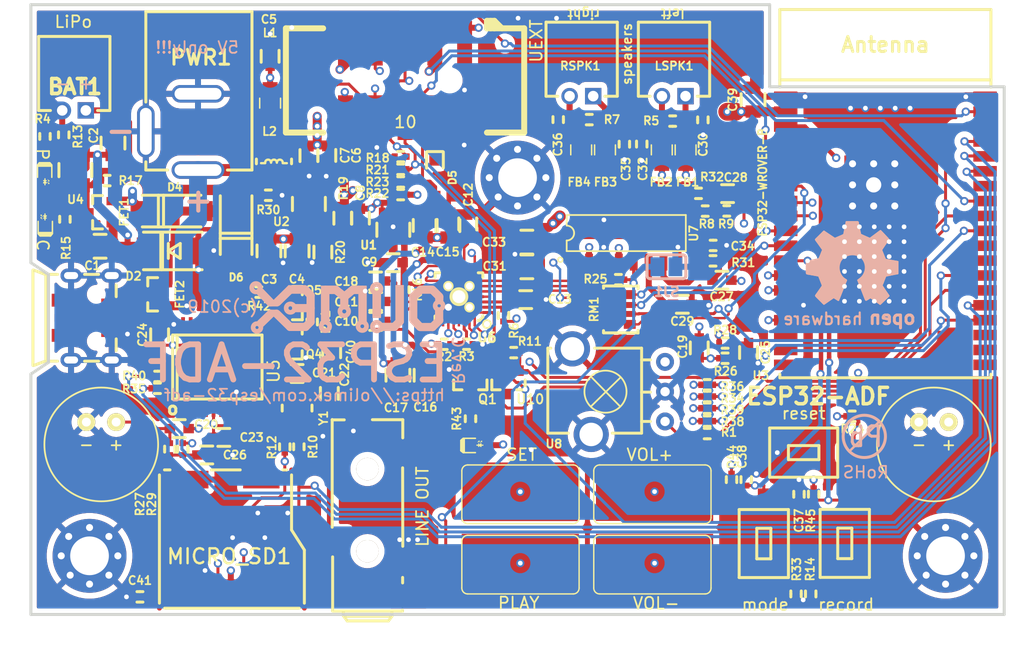
<source format=kicad_pcb>
(kicad_pcb (version 20190605) (host pcbnew "6.0.0-unknown-3514473~86~ubuntu18.04.1")
  (layers (0 "F.Cu" signal) (1 "In1.Cu" power) (2 "In2.Cu" mixed) (31 "B.Cu" signal) (35 "F.Paste" user hide) (36 "B.SilkS" user) (37 "F.SilkS" user) (38 "B.Mask" user) (39 "F.Mask" user) (44 "Edge.Cuts" user))
  (net 0 "")
  (net 1 "Net-(AUDIO_JACK_5PIN1-Pad2)")
  (net 2 "Net-(AUDIO_JACK_5PIN1-Pad3)")
  (net 3 "Net-(AUDIO_JACK_5PIN1-Pad4)")
  (net 4 "GND")
  (net 5 "Net-(BAT1-Pad1)")
  (net 6 "Net-(BUT1-Pad2)")
  (net 7 "Net-(BUT2-Pad2)")
  (net 8 "+5V")
  (net 9 "+BATT")
  (net 10 "Net-(C5-Pad2)")
  (net 11 "+3V3")
  (net 12 "+3.3VA")
  (net 13 "Net-(C10-Pad1)")
  (net 14 "Net-(C11-Pad1)")
  (net 15 "Net-(C12-Pad1)")
  (net 16 "Net-(C13-Pad1)")
  (net 17 "Net-(C16-Pad2)")
  (net 18 "Net-(C17-Pad2)")
  (net 19 "Net-(C18-Pad1)")
  (net 20 "Net-(C19-Pad2)")
  (net 21 "Net-(C19-Pad1)")
  (net 22 "Net-(C20-Pad2)")
  (net 23 "Net-(C20-Pad1)")
  (net 24 "Net-(C21-Pad1)")
  (net 25 "Net-(C22-Pad1)")
  (net 26 "Net-(C25-Pad1)")
  (net 27 "Net-(C26-Pad1)")
  (net 28 "Net-(C27-Pad2)")
  (net 29 "Net-(C27-Pad1)")
  (net 30 "Net-(C28-Pad1)")
  (net 31 "Net-(C28-Pad2)")
  (net 32 "Net-(C29-Pad1)")
  (net 33 "Net-(C30-Pad1)")
  (net 34 "Net-(C32-Pad2)")
  (net 35 "Net-(C35-Pad1)")
  (net 36 "Net-(C36-Pad2)")
  (net 37 "Net-(CHARGING1-Pad1)")
  (net 38 "Net-(COMPLETE2-Pad1)")
  (net 39 "Net-(D5-Pad1)")
  (net 40 "Net-(D6-Pad2)")
  (net 41 "Net-(FB1-Pad2)")
  (net 42 "Net-(FB2-Pad2)")
  (net 43 "Net-(FB3-Pad2)")
  (net 44 "Net-(FB4-Pad2)")
  (net 45 "/+5V_USB")
  (net 46 "Net-(L2-Pad1)")
  (net 47 "Net-(PWRLED1-Pad1)")
  (net 48 "Net-(Q1-Pad3)")
  (net 49 "/ESP_EN")
  (net 50 "Net-(Q4-Pad2)")
  (net 51 "Net-(Q4-Pad1)")
  (net 52 "Net-(Q5-Pad1)")
  (net 53 "Net-(Q5-Pad2)")
  (net 54 "Net-(R2-Pad2)")
  (net 55 "Net-(R11-Pad1)")
  (net 56 "Net-(R13-Pad1)")
  (net 57 "Net-(R15-Pad2)")
  (net 58 "Net-(R19-Pad1)")
  (net 59 "Net-(R31-Pad1)")
  (net 60 "Net-(R32-Pad1)")
  (net 61 "Net-(R35-Pad1)")
  (net 62 "/D_Com")
  (net 63 "Net-(R40-Pad1)")
  (net 64 "Net-(RM1-Pad1.2)")
  (net 65 "Net-(RM1-Pad4.2)")
  (net 66 "Net-(RM1-Pad2.2)")
  (net 67 "Net-(RM1-Pad3.2)")
  (net 68 "Net-(U1-Pad4)")
  (net 69 "Net-(U5-Pad17)")
  (net 70 "Net-(U5-Pad14)")
  (net 71 "Net-(U5-Pad13)")
  (net 72 "Net-(U5-Pad12)")
  (net 73 "Net-(U5-Pad11)")
  (net 74 "Net-(U6-Pad25)")
  (net 75 "Net-(U6-Pad22)")
  (net 76 "Net-(U6-Pad21)")
  (net 77 "Net-(U6-Pad9)")
  (net 78 "Net-(USB-UART1-Pad4)")
  (net 79 "Net-(R34-Pad1)")
  (net 80 "Net-(R36-Pad1)")
  (net 81 "Net-(R38-Pad1)")
  (net 82 "Net-(R39-Pad1)")
  (net 83 "/D_N")
  (net 84 "/D_P")
  (net 85 "Net-(R1-Pad2)")
  (net 86 "Net-(U3-Pad21)")
  (net 87 "Net-(U3-Pad22)")
  (net 88 "Net-(U3-Pad20)")
  (net 89 "Net-(U3-Pad19)")
  (net 90 "Net-(U3-Pad17)")
  (net 91 "Net-(U3-Pad18)")
  (net 92 "Net-(U3-Pad32)")
  (net 93 "Net-(U5-Pad20)")
  (net 94 "Net-(R8-Pad1)")
  (net 95 "Net-(U3-Pad27)")
  (net 96 "Net-(U3-Pad28)")
  (net 97 "/HP_DET")
  (net 98 "/BUT_REC")
  (net 99 "/BUT_MODE")
  (net 100 "/U1RXD")
  (net 101 "Net-(MICRO_SD1-Pad1)")
  (net 102 "/SD_CS")
  (net 103 "/HS_MOSI")
  (net 104 "/HS_SCK")
  (net 105 "/HS_MISO")
  (net 106 "Net-(MICRO_SD1-Pad8)")
  (net 107 "/GPIO2")
  (net 108 "/IR_RXD")
  (net 109 "/ES_MCLK")
  (net 110 "/I2C_SCL")
  (net 111 "/I2C_SDA")
  (net 112 "/HS_CS")
  (net 113 "/TP_PLAY")
  (net 114 "/U0RXD")
  (net 115 "/TP_SET")
  (net 116 "/TP_VOLM")
  (net 117 "/TP_VOLP")
  (net 118 "/U0TXD")
  (net 119 "/ES_DSDIN")
  (net 120 "/ES_SCLK")
  (net 121 "/ES_LRCK")
  (net 122 "/ES_ASDOUT")
  (net 123 "/U1TXD")
  (module "OLIMEX_Jumpers-FP:SJ" (layer "B.Cu") (at 109.2 55.35)
    (fp_text reference "SJ1" (at 0.0254 2.1336) (layer "B.SilkS") (effects (font (size 0.8 0.8) (thickness 0.2)) (justify mirror)))
    (fp_text value "if closed - PA disabled")
    (pad "2" smd rect (at 0.762 0) (size 1.1684 1.6002) (layers "B.Cu" "B.Mask") (net 4 "GND") (clearance 0.0508))
    (pad "1" smd rect (at -0.762 0) (size 1.1684 1.6002) (layers "B.Cu" "B.Mask") (net 97 "/HP_DET"))
    (pad "1" smd rect (at -0.762 0) (size 1.1684 1.6002) (layers "B.Cu" "B.Mask") (net 97 "/HP_DET") (clearance 0.0508))
  )
  (module "OLIMEX_LOGOs-FP:LOGO_PBFREE" (layer "B.Cu") (at 126.275 69.5)
    (fp_text reference "")
    (fp_text value "")
    (fp_text user "Pb" (at -0.08636 0.33528) (layer "B.SilkS") (effects (font (size 1.7 1.5) (thickness 0.254)) (justify mirror)))
  )
  (module "OLIMEX_LOGOs-FP:LOGO_OPENHARDWARE_8x8" (layer "B.Cu") (at 125.05 55.525 180)
    (fp_text reference "" hide)
    (fp_text value "" hide)
    (fp_text user "hardware" (at 2.51206 -4.2672) (layer "B.SilkS") (effects (font (thickness 0.18)) (justify mirror)))
    (fp_text user "open" (at -3.40106 -4.17576) (layer "B.SilkS") (effects (font (size 1.1 1.1) (thickness 0.254)) (justify mirror)))
  )
  (module "OLIMEX_LOGOs-FP:OLIMEX_LOGO_TB" (layer "B.Cu") (at 81.825 58.8 180)
    (fp_text reference "" hide)
    (fp_text value "" hide)
  )
  (module "OLIMEX_RLC-FP:C_0603_5MIL_DWS" (layer "F.Cu") (at 92.25026 51.69408 90)
    (fp_text reference "C12" (at 2.49408 0.04974 90) (layer "F.SilkS") (effects (font (size 0.7 0.7))))
    (fp_text value "10uF")
    (pad "2" smd rect (at 0.8 0 180) (size 0.8 0.9) (layers "F.Cu" "F.Paste" "F.Mask") (net 4 "GND") (clearance 0.0508))
    (pad "1" smd rect (at -0.8 0 180) (size 0.8 0.9) (layers "F.Cu" "F.Paste" "F.Mask") (net 15 "Net-(C12-Pad1)") (clearance 0.0508))
  )
  (module "OLIMEX_Connectors-FP:TFC-WXCP11-08-LF" (layer "F.Cu") (at 71.5 78.75 270)
    (fp_text reference "MICRO_SD1" (at 1.3 -0.4 180) (layer "F.SilkS") (effects (font (size 1.27 1.27) (thickness 0.2032))))
    (fp_text value "MICRO_SD(TFC-WXCP11-08-LF)")
    (pad "SH2" smd rect (at -5.25 -3.15) (size 3.1 1.5) (layers "F.Cu" "F.Paste" "F.Mask") (net 4 "GND"))
    (pad "SH1" smd rect (at -5.25 2.91) (size 3.1 1.5) (layers "F.Cu" "F.Paste" "F.Mask") (net 4 "GND"))
    (pad "FID4" smd circle (at 5.72 5.54) (size 0.4 0.4) (layers "F.Cu" "F.Mask"))
    (pad "FID3" smd circle (at -6.08 5.54) (size 0.4 0.4) (layers "F.Cu" "F.Mask"))
    (pad "FID2" smd circle (at -6.08 -5.73) (size 0.4 0.4) (layers "F.Cu" "F.Mask"))
    (pad "FID1" smd circle (at 5.72 -6.82) (size 0.4 0.4) (layers "F.Cu" "F.Mask"))
    (pad "8" smd rect (at 4 3.85) (size 0.8 1.5) (layers "F.Cu" "F.Paste" "F.Mask") (net 106 "Net-(MICRO_SD1-Pad8)"))
    (pad "7" smd rect (at 4 2.75) (size 0.8 1.5) (layers "F.Cu" "F.Paste" "F.Mask") (net 105 "/HS_MISO"))
    (pad "6" smd rect (at 4 1.65) (size 0.8 1.5) (layers "F.Cu" "F.Paste" "F.Mask") (net 4 "GND"))
    (pad "5" smd rect (at 4 0.55) (size 0.8 1.5) (layers "F.Cu" "F.Paste" "F.Mask") (net 104 "/HS_SCK"))
    (pad "4" smd rect (at 4 -0.55) (size 0.8 1.5) (layers "F.Cu" "F.Paste" "F.Mask") (net 11 "+3V3"))
    (pad "3" smd rect (at 4 -1.65) (size 0.8 1.5) (layers "F.Cu" "F.Paste" "F.Mask") (net 103 "/HS_MOSI"))
    (pad "2" smd rect (at 4 -2.75) (size 0.8 1.5) (layers "F.Cu" "F.Paste" "F.Mask") (net 102 "/SD_CS"))
    (pad "1" smd rect (at 4 -3.85) (size 0.8 1.5) (layers "F.Cu" "F.Paste" "F.Mask") (net 101 "Net-(MICRO_SD1-Pad1)"))
  )
  (module "OLIMEX_RLC-FP:R_0402_5MIL_DWS" (layer "F.Cu") (at 76.65 70.7 270)
    (fp_text reference "R12" (at 0.05 1.1 90) (layer "F.SilkS") (effects (font (size 0.7 0.7))))
    (fp_text value "10k")
    (pad "2" smd rect (at 0.508 0 270) (size 0.5 0.55) (layers "F.Cu" "F.Paste" "F.Mask") (net 105 "/HS_MISO"))
    (pad "1" smd rect (at -0.508 0 90) (size 0.5 0.55) (layers "F.Cu" "F.Paste" "F.Mask") (net 11 "+3V3"))
  )
  (module "OLIMEX_RLC-FP:C_0402_5MIL_DWS" (layer "F.Cu") (at 64.3 83.5)
    (fp_text reference "C41" (at 0 -1.397) (layer "F.SilkS") (effects (font (size 0.7 0.7))))
    (fp_text value "100nF/50V/20%/Y5V")
    (pad "2" smd rect (at 0.508 0) (size 0.5 0.55) (layers "F.Cu" "F.Paste" "F.Mask") (net 11 "+3V3"))
    (pad "1" smd rect (at -0.508 0 180) (size 0.5 0.55) (layers "F.Cu" "F.Paste" "F.Mask") (net 4 "GND"))
  )
  (module "OLIMEX_RLC-FP:R_0402_5MIL_DWS" (layer "F.Cu") (at 77.85 70.7 270)
    (fp_text reference "R10" (at 0 -1.2 270) (layer "F.SilkS") (effects (font (size 0.7 0.7))))
    (fp_text value "10k")
    (pad "2" smd rect (at 0.508 0 270) (size 0.5 0.55) (layers "F.Cu" "F.Paste" "F.Mask") (net 102 "/SD_CS"))
    (pad "1" smd rect (at -0.508 0 90) (size 0.5 0.55) (layers "F.Cu" "F.Paste" "F.Mask") (net 11 "+3V3"))
  )
  (module "OLIMEX_RLC-FP:C_0603_5MIL_DWS" (layer "F.Cu") (at 80.65 62.6 270)
    (fp_text reference "C40" (at 0 -1.65 90) (layer "F.SilkS") (effects (font (size 0.7 0.7))))
    (fp_text value "1uF/6.3V/20%/X5R/C0603")
    (pad "2" smd rect (at 0.8 0) (size 0.8 0.9) (layers "F.Cu" "F.Paste" "F.Mask") (net 4 "GND") (clearance 0.0508))
    (pad "1" smd rect (at -0.8 0) (size 0.8 0.9) (layers "F.Cu" "F.Paste" "F.Mask") (net 49 "/ESP_EN") (clearance 0.0508))
  )
  (module "OLIMEX_RLC-FP:C_0603_5MIL_DWS" (layer "F.Cu") (at 75.4 37.4 270)
    (fp_text reference "C5" (at -3.15 0.1) (layer "F.SilkS") (effects (font (size 0.7 0.7))))
    (fp_text value "22uF/6.3V/20%/X5R/C0603")
    (pad "2" smd rect (at 0.8 0) (size 0.8 0.9) (layers "F.Cu" "F.Paste" "F.Mask") (net 10 "Net-(C5-Pad2)") (clearance 0.0508))
    (pad "1" smd rect (at -0.8 0) (size 0.8 0.9) (layers "F.Cu" "F.Paste" "F.Mask") (net 4 "GND") (clearance 0.0508))
  )
  (module "OLIMEX_RLC-FP:C_0603_5MIL_DWS" (layer "F.Cu") (at 80.23352 45.85462 270)
    (fp_text reference "C6" (at -0.00462 -2.51648 90) (layer "F.SilkS") (effects (font (size 0.7 0.7))))
    (fp_text value "22uF/6.3V/20%/X5R/C0603")
    (pad "2" smd rect (at 0.8 0) (size 0.8 0.9) (layers "F.Cu" "F.Paste" "F.Mask") (net 4 "GND") (clearance 0.0508))
    (pad "1" smd rect (at -0.8 0) (size 0.8 0.9) (layers "F.Cu" "F.Paste" "F.Mask") (net 11 "+3V3") (clearance 0.0508))
  )
  (module "OLIMEX_RLC-FP:C_0603_5MIL_DWS" (layer "F.Cu") (at 78.70952 45.86732 270)
    (fp_text reference "C7" (at -0.01732 -3.09048 90) (layer "F.SilkS") (effects (font (size 0.7 0.7))))
    (fp_text value "22uF/6.3V/20%/X5R/C0603")
    (pad "2" smd rect (at 0.8 0) (size 0.8 0.9) (layers "F.Cu" "F.Paste" "F.Mask") (net 4 "GND") (clearance 0.0508))
    (pad "1" smd rect (at -0.8 0) (size 0.8 0.9) (layers "F.Cu" "F.Paste" "F.Mask") (net 11 "+3V3") (clearance 0.0508))
  )
  (module "OLIMEX_RLC-FP:C_0603_5MIL_DWS" (layer "F.Cu") (at 83.1 51.2 270)
    (fp_text reference "C8" (at -2.15 0 90) (layer "F.SilkS") (effects (font (size 0.7 0.7))))
    (fp_text value "10uF")
    (pad "2" smd rect (at 0.8 0) (size 0.8 0.9) (layers "F.Cu" "F.Paste" "F.Mask") (net 4 "GND") (clearance 0.0508))
    (pad "1" smd rect (at -0.8 0) (size 0.8 0.9) (layers "F.Cu" "F.Paste" "F.Mask") (net 9 "+BATT") (clearance 0.0508))
  )
  (module "OLIMEX_RLC-FP:C_0603_5MIL_DWS" (layer "F.Cu") (at 85.9 55 180)
    (fp_text reference "C9" (at 2.05 0.05 180) (layer "F.SilkS") (effects (font (size 0.7 0.7))))
    (fp_text value "10uF")
    (pad "2" smd rect (at 0.8 0 270) (size 0.8 0.9) (layers "F.Cu" "F.Paste" "F.Mask") (net 4 "GND") (clearance 0.0508))
    (pad "1" smd rect (at -0.8 0 270) (size 0.8 0.9) (layers "F.Cu" "F.Paste" "F.Mask") (net 12 "+3.3VA") (clearance 0.0508))
  )
  (module "OLIMEX_RLC-FP:C_0603_5MIL_DWS" (layer "F.Cu") (at 84.4 60.0065 180)
    (fp_text reference "C10" (at 2.5 0.0065 180) (layer "F.SilkS") (effects (font (size 0.7 0.7))))
    (fp_text value "10uF")
    (pad "2" smd rect (at 0.8 0 270) (size 0.8 0.9) (layers "F.Cu" "F.Paste" "F.Mask") (net 4 "GND") (clearance 0.0508))
    (pad "1" smd rect (at -0.8 0 270) (size 0.8 0.9) (layers "F.Cu" "F.Paste" "F.Mask") (net 13 "Net-(C10-Pad1)") (clearance 0.0508))
  )
  (module "OLIMEX_RLC-FP:C_0603_5MIL_DWS" (layer "F.Cu") (at 84.4 58.3065 180)
    (fp_text reference "C11" (at 2.5 -0.0435 180) (layer "F.SilkS") (effects (font (size 0.7 0.7))))
    (fp_text value "10uF")
    (pad "2" smd rect (at 0.8 0 270) (size 0.8 0.9) (layers "F.Cu" "F.Paste" "F.Mask") (net 4 "GND") (clearance 0.0508))
    (pad "1" smd rect (at -0.8 0 270) (size 0.8 0.9) (layers "F.Cu" "F.Paste" "F.Mask") (net 14 "Net-(C11-Pad1)") (clearance 0.0508))
  )
  (module "OLIMEX_RLC-FP:C_0603_5MIL_DWS" (layer "F.Cu") (at 97.19564 58.15076)
    (fp_text reference "C13" (at 2.91842 -0.03024 180) (layer "F.SilkS") (effects (font (size 0.7 0.7))))
    (fp_text value "100nF")
    (pad "2" smd rect (at 0.8 0 90) (size 0.8 0.9) (layers "F.Cu" "F.Paste" "F.Mask") (net 4 "GND") (clearance 0.0508))
    (pad "1" smd rect (at -0.8 0 90) (size 0.8 0.9) (layers "F.Cu" "F.Paste" "F.Mask") (net 16 "Net-(C13-Pad1)") (clearance 0.0508))
  )
  (module "OLIMEX_RLC-FP:C_0603_5MIL_DWS" (layer "F.Cu") (at 84.3915 56.5625 180)
    (fp_text reference "C18" (at 2.4915 -0.0375 180) (layer "F.SilkS") (effects (font (size 0.7 0.7))))
    (fp_text value "10uF")
    (pad "2" smd rect (at 0.8 0 270) (size 0.8 0.9) (layers "F.Cu" "F.Paste" "F.Mask") (net 4 "GND") (clearance 0.0508))
    (pad "1" smd rect (at -0.8 0 270) (size 0.8 0.9) (layers "F.Cu" "F.Paste" "F.Mask") (net 19 "Net-(C18-Pad1)") (clearance 0.0508))
  )
  (module "OLIMEX_RLC-FP:C_0603_5MIL_DWS" (layer "F.Cu") (at 111.99368 62.2681 90)
    (fp_text reference "C19" (at 0.10414 -1.41478 90) (layer "F.SilkS") (effects (font (size 0.7 0.7))))
    (fp_text value "1uF")
    (pad "2" smd rect (at 0.8 0 180) (size 0.8 0.9) (layers "F.Cu" "F.Paste" "F.Mask") (net 20 "Net-(C19-Pad2)") (clearance 0.0508))
    (pad "1" smd rect (at -0.8 0 180) (size 0.8 0.9) (layers "F.Cu" "F.Paste" "F.Mask") (net 21 "Net-(C19-Pad1)") (clearance 0.0508))
  )
  (module "OLIMEX_RLC-FP:C_0603_5MIL_DWS" (layer "F.Cu") (at 67.65 69.15)
    (fp_text reference "C20" (at 2.3 -0.35) (layer "F.SilkS") (effects (font (size 0.7 0.7))))
    (fp_text value "1uF")
    (pad "2" smd rect (at 0.8 0 90) (size 0.8 0.9) (layers "F.Cu" "F.Paste" "F.Mask") (net 22 "Net-(C20-Pad2)") (clearance 0.0508))
    (pad "1" smd rect (at -0.8 0 90) (size 0.8 0.9) (layers "F.Cu" "F.Paste" "F.Mask") (net 23 "Net-(C20-Pad1)") (clearance 0.0508))
  )
  (module "OLIMEX_RLC-FP:C_0603_5MIL_DWS" (layer "F.Cu") (at 77.7 64.45)
    (fp_text reference "C21" (at 2.3 -0.05 180) (layer "F.SilkS") (effects (font (size 0.7 0.7))))
    (fp_text value "27pF/50V/5%/C0G")
    (pad "2" smd rect (at 0.8 0 90) (size 0.8 0.9) (layers "F.Cu" "F.Paste" "F.Mask") (net 4 "GND") (clearance 0.0508))
    (pad "1" smd rect (at -0.8 0 90) (size 0.8 0.9) (layers "F.Cu" "F.Paste" "F.Mask") (net 24 "Net-(C21-Pad1)") (clearance 0.0508))
  )
  (module "OLIMEX_RLC-FP:C_0603_5MIL_DWS" (layer "F.Cu") (at 80.45 66.15 90)
    (fp_text reference "C22" (at 1.6 1.3 90) (layer "F.SilkS") (effects (font (size 0.7 0.7))))
    (fp_text value "27pF/50V/5%/C0G")
    (pad "2" smd rect (at 0.8 0 180) (size 0.8 0.9) (layers "F.Cu" "F.Paste" "F.Mask") (net 4 "GND") (clearance 0.0508))
    (pad "1" smd rect (at -0.8 0 180) (size 0.8 0.9) (layers "F.Cu" "F.Paste" "F.Mask") (net 25 "Net-(C22-Pad1)") (clearance 0.0508))
  )
  (module "OLIMEX_RLC-FP:C_0603_5MIL_DWS" (layer "F.Cu") (at 71.45 69.9)
    (fp_text reference "C23" (at 2.375 0 180) (layer "F.SilkS") (effects (font (size 0.7 0.7))))
    (fp_text value "22uF/6.3V/20%/X5R/C0603")
    (pad "2" smd rect (at 0.8 0 90) (size 0.8 0.9) (layers "F.Cu" "F.Paste" "F.Mask") (net 4 "GND") (clearance 0.0508))
    (pad "1" smd rect (at -0.8 0 90) (size 0.8 0.9) (layers "F.Cu" "F.Paste" "F.Mask") (net 11 "+3V3") (clearance 0.0508))
  )
  (module "OLIMEX_RLC-FP:C_0603_5MIL_DWS" (layer "F.Cu") (at 65.9765 61.1505 90)
    (fp_text reference "C24" (at 0.0005 -1.46304 90) (layer "F.SilkS") (effects (font (size 0.7 0.7))))
    (fp_text value "100nF/50V/20%/Y5V")
    (pad "2" smd rect (at 0.8 0 180) (size 0.8 0.9) (layers "F.Cu" "F.Paste" "F.Mask") (net 4 "GND") (clearance 0.0508))
    (pad "1" smd rect (at -0.8 0 180) (size 0.8 0.9) (layers "F.Cu" "F.Paste" "F.Mask") (net 11 "+3V3") (clearance 0.0508))
  )
  (module "OLIMEX_RLC-FP:C_0603_5MIL_DWS" (layer "F.Cu") (at 116.2 62.661 270)
    (fp_text reference "C25" (at -0.011 -1.45 270) (layer "F.SilkS") (effects (font (size 0.7 0.7))))
    (fp_text value "10uF")
    (pad "2" smd rect (at 0.8 0) (size 0.8 0.9) (layers "F.Cu" "F.Paste" "F.Mask") (net 4 "GND") (clearance 0.0508))
    (pad "1" smd rect (at -0.8 0) (size 0.8 0.9) (layers "F.Cu" "F.Paste" "F.Mask") (net 26 "Net-(C25-Pad1)") (clearance 0.0508))
  )
  (module "OLIMEX_RLC-FP:C_0603_5MIL_DWS" (layer "F.Cu") (at 70 71.4)
    (fp_text reference "C26" (at 2.4 0) (layer "F.SilkS") (effects (font (size 0.7 0.7))))
    (fp_text value "10uF")
    (pad "2" smd rect (at 0.8 0 90) (size 0.8 0.9) (layers "F.Cu" "F.Paste" "F.Mask") (net 4 "GND") (clearance 0.0508))
    (pad "1" smd rect (at -0.8 0 90) (size 0.8 0.9) (layers "F.Cu" "F.Paste" "F.Mask") (net 27 "Net-(C26-Pad1)") (clearance 0.0508))
  )
  (module "OLIMEX_RLC-FP:C_0603_5MIL_DWS" (layer "F.Cu") (at 113.93 56.496)
    (fp_text reference "C27" (at -0.03 1.404) (layer "F.SilkS") (effects (font (size 0.7 0.7))))
    (fp_text value "1uF")
    (pad "2" smd rect (at 0.8 0 90) (size 0.8 0.9) (layers "F.Cu" "F.Paste" "F.Mask") (net 28 "Net-(C27-Pad2)") (clearance 0.0508))
    (pad "1" smd rect (at -0.8 0 90) (size 0.8 0.9) (layers "F.Cu" "F.Paste" "F.Mask") (net 29 "Net-(C27-Pad1)") (clearance 0.0508))
  )
  (module "OLIMEX_RLC-FP:C_0603_5MIL_DWS" (layer "F.Cu") (at 114.41176 49.1109)
    (fp_text reference "C28" (at 0.69342 -1.38176) (layer "F.SilkS") (effects (font (size 0.7 0.7))))
    (fp_text value "1uF")
    (pad "2" smd rect (at 0.8 0 90) (size 0.8 0.9) (layers "F.Cu" "F.Paste" "F.Mask") (net 31 "Net-(C28-Pad2)") (clearance 0.0508))
    (pad "1" smd rect (at -0.8 0 90) (size 0.8 0.9) (layers "F.Cu" "F.Paste" "F.Mask") (net 30 "Net-(C28-Pad1)") (clearance 0.0508))
  )
  (module "OLIMEX_RLC-FP:C_0603_5MIL_DWS" (layer "F.Cu") (at 110.5535 58.547)
    (fp_text reference "C29" (at -0.0035 1.453) (layer "F.SilkS") (effects (font (size 0.7 0.7))))
    (fp_text value "1uF")
    (pad "2" smd rect (at 0.8 0 90) (size 0.8 0.9) (layers "F.Cu" "F.Paste" "F.Mask") (net 4 "GND") (clearance 0.0508))
    (pad "1" smd rect (at -0.8 0 90) (size 0.8 0.9) (layers "F.Cu" "F.Paste" "F.Mask") (net 32 "Net-(C29-Pad1)") (clearance 0.0508))
  )
  (module "OLIMEX_RLC-FP:C_0805_5MIL_DWS" (layer "F.Cu") (at 116.58346 41.09974 90)
    (fp_text reference "C39" (at -0.00026 -1.73346 90) (layer "F.SilkS") (effects (font (size 0.7 0.7))))
    (fp_text value "47uF/6.3V/20%/X5R/C0805")
    (pad "2" smd rect (at 1.016 0 270) (size 1.05 1.27) (layers "F.Cu" "F.Paste" "F.Mask") (net 4 "GND"))
    (pad "1" smd rect (at -1.016 0 90) (size 1.05 1.27) (layers "F.Cu" "F.Paste" "F.Mask") (net 11 "+3V3"))
  )
  (module "OLIMEX_RLC-FP:C_0805_5MIL_DWS" (layer "F.Cu") (at 60.9 53.6 180)
    (fp_text reference "C1" (at 0.65 -1.65 180) (layer "F.SilkS") (effects (font (size 0.7 0.7))))
    (fp_text value "47uF/6.3V/20%/X5R/C0805")
    (pad "2" smd rect (at 1.016 0) (size 1.05 1.27) (layers "F.Cu" "F.Paste" "F.Mask") (net 4 "GND"))
    (pad "1" smd rect (at -1.016 0 180) (size 1.05 1.27) (layers "F.Cu" "F.Paste" "F.Mask") (net 8 "+5V"))
  )
  (module "OLIMEX_RLC-FP:C_0805_5MIL_DWS" (layer "F.Cu") (at 62 44.8 90)
    (fp_text reference "C2" (at 0.65 -1.65 90) (layer "F.SilkS") (effects (font (size 0.7 0.7))))
    (fp_text value "47uF/6.3V/20%/X5R/C0805")
    (pad "2" smd rect (at 1.016 0 270) (size 1.05 1.27) (layers "F.Cu" "F.Paste" "F.Mask") (net 4 "GND"))
    (pad "1" smd rect (at -1.016 0 90) (size 1.05 1.27) (layers "F.Cu" "F.Paste" "F.Mask") (net 8 "+5V"))
  )
  (module "OLIMEX_RLC-FP:C_0805_5MIL_DWS" (layer "F.Cu") (at 75.3 54 270)
    (fp_text reference "C3" (at 2.42102 -0.02116) (layer "F.SilkS") (effects (font (size 0.7 0.7))))
    (fp_text value "47uF/6.3V/20%/X5R/C0805")
    (pad "2" smd rect (at 1.016 0 90) (size 1.05 1.27) (layers "F.Cu" "F.Paste" "F.Mask") (net 4 "GND"))
    (pad "1" smd rect (at -1.016 0 270) (size 1.05 1.27) (layers "F.Cu" "F.Paste" "F.Mask") (net 9 "+BATT"))
  )
  (module "OLIMEX_RLC-FP:C_0805_5MIL_DWS" (layer "F.Cu") (at 77.7 54 270)
    (fp_text reference "C4" (at 2.40324 0.01664) (layer "F.SilkS") (effects (font (size 0.7 0.7))))
    (fp_text value "47uF/6.3V/20%/X5R/C0805")
    (pad "2" smd rect (at 1.016 0 90) (size 1.05 1.27) (layers "F.Cu" "F.Paste" "F.Mask") (net 4 "GND"))
    (pad "1" smd rect (at -1.016 0 270) (size 1.05 1.27) (layers "F.Cu" "F.Paste" "F.Mask") (net 9 "+BATT"))
  )
  (module "OLIMEX_RLC-FP:C_0805_5MIL_DWS" (layer "F.Cu") (at 88.62314 51.82362 90)
    (fp_text reference "C14" (at -2.28346 -0.1905 180) (layer "F.SilkS") (effects (font (size 0.7 0.7))))
    (fp_text value "47uF")
    (pad "2" smd rect (at 1.016 0 270) (size 1.05 1.27) (layers "F.Cu" "F.Paste" "F.Mask") (net 4 "GND"))
    (pad "1" smd rect (at -1.016 0 90) (size 1.05 1.27) (layers "F.Cu" "F.Paste" "F.Mask") (net 12 "+3.3VA"))
  )
  (module "OLIMEX_RLC-FP:C_0805_5MIL_DWS" (layer "F.Cu") (at 90.5637 51.8414 90)
    (fp_text reference "C15" (at -2.24536 -0.0254 180) (layer "F.SilkS") (effects (font (size 0.7 0.7))))
    (fp_text value "47uF")
    (pad "2" smd rect (at 1.016 0 270) (size 1.05 1.27) (layers "F.Cu" "F.Paste" "F.Mask") (net 4 "GND"))
    (pad "1" smd rect (at -1.016 0 90) (size 1.05 1.27) (layers "F.Cu" "F.Paste" "F.Mask") (net 12 "+3.3VA"))
  )
  (module "OLIMEX_RLC-FP:C_0805_5MIL_DWS" (layer "F.Cu") (at 88.7 64.6 90)
    (fp_text reference "C16" (at -2.71254 -0.06416 180) (layer "F.SilkS") (effects (font (size 0.7 0.7))))
    (fp_text value "47uF")
    (pad "2" smd rect (at 1.016 0 270) (size 1.05 1.27) (layers "F.Cu" "F.Paste" "F.Mask") (net 17 "Net-(C16-Pad2)"))
    (pad "1" smd rect (at -1.016 0 90) (size 1.05 1.27) (layers "F.Cu" "F.Paste" "F.Mask") (net 1 "Net-(AUDIO_JACK_5PIN1-Pad2)"))
  )
  (module "OLIMEX_RLC-FP:C_0805_5MIL_DWS" (layer "F.Cu") (at 86.3 64.6 90)
    (fp_text reference "C17" (at -2.77096 -0.17114 180) (layer "F.SilkS") (effects (font (size 0.7 0.7))))
    (fp_text value "47uF")
    (pad "2" smd rect (at 1.016 0 270) (size 1.05 1.27) (layers "F.Cu" "F.Paste" "F.Mask") (net 18 "Net-(C17-Pad2)"))
    (pad "1" smd rect (at -1.016 0 90) (size 1.05 1.27) (layers "F.Cu" "F.Paste" "F.Mask") (net 2 "Net-(AUDIO_JACK_5PIN1-Pad3)"))
  )
  (module "OLIMEX_RLC-FP:C_0805_5MIL_DWS" (layer "F.Cu") (at 97.293 55.353 180)
    (fp_text reference "C31" (at 2.743 0.053) (layer "F.SilkS") (effects (font (size 0.7 0.7))))
    (fp_text value "47uF/6.3V/20%/X5R/C0805")
    (pad "2" smd rect (at 1.016 0) (size 1.05 1.27) (layers "F.Cu" "F.Paste" "F.Mask") (net 4 "GND"))
    (pad "1" smd rect (at -1.016 0 180) (size 1.05 1.27) (layers "F.Cu" "F.Paste" "F.Mask") (net 9 "+BATT"))
  )
  (module "OLIMEX_RLC-FP:C_0805_5MIL_DWS" (layer "F.Cu") (at 97.293 53.25 180)
    (fp_text reference "C33" (at 2.793 -0.00364) (layer "F.SilkS") (effects (font (size 0.7 0.7))))
    (fp_text value "47uF/6.3V/20%/X5R/C0805")
    (pad "2" smd rect (at 1.016 0) (size 1.05 1.27) (layers "F.Cu" "F.Paste" "F.Mask") (net 4 "GND"))
    (pad "1" smd rect (at -1.016 0 180) (size 1.05 1.27) (layers "F.Cu" "F.Paste" "F.Mask") (net 9 "+BATT"))
  )
  (module "OLIMEX_Transistors-FP:SOT23" (layer "F.Cu") (at 95.72752 65.20434 90)
    (fp_text reference "U10" (at -1.43764 1.8542 180) (layer "F.SilkS") (effects (font (size 0.8 0.8))))
    (fp_text value "BAT54C(SOT23-3)")
    (pad "1" smd rect (at 1 0.95 90) (size 0.9 0.7) (layers "F.Cu" "F.Paste" "F.Mask") (net 109 "/ES_MCLK") (clearance 0.0508))
    (pad "2" smd rect (at 1 -0.95 90) (size 0.9 0.7) (layers "F.Cu" "F.Paste" "F.Mask") (net 107 "/GPIO2") (clearance 0.0508))
    (pad "3" smd rect (at -1 0 90) (size 0.9 0.7) (layers "F.Cu" "F.Paste" "F.Mask") (net 62 "/D_Com") (clearance 0.0508))
  )
  (module "OLIMEX_Transistors-FP:SOT23" (layer "F.Cu") (at 60.9 50.7)
    (fp_text reference "FET1" (at 2.05 0 90) (layer "F.SilkS") (effects (font (size 0.7 0.7))))
    (fp_text value "WPM2015-3/TR")
    (pad "1" smd rect (at 1 0.95) (size 0.9 0.7) (layers "F.Cu" "F.Paste" "F.Mask") (net 8 "+5V") (clearance 0.0508))
    (pad "2" smd rect (at 1 -0.95) (size 0.9 0.7) (layers "F.Cu" "F.Paste" "F.Mask") (net 9 "+BATT") (clearance 0.0508))
    (pad "3" smd rect (at -1 0) (size 0.9 0.7) (layers "F.Cu" "F.Paste" "F.Mask") (net 5 "Net-(BAT1-Pad1)") (clearance 0.0508))
  )
  (module "OLIMEX_Transistors-FP:SOT23" (layer "F.Cu") (at 65.6 57.7)
    (fp_text reference "FET2" (at 2.1 0 90) (layer "F.SilkS") (effects (font (size 0.7 0.7))))
    (fp_text value "WPM2015-3/TR")
    (pad "1" smd rect (at 1 0.95) (size 0.9 0.7) (layers "F.Cu" "F.Paste" "F.Mask") (net 40 "Net-(D6-Pad2)") (clearance 0.0508))
    (pad "2" smd rect (at 1 -0.95) (size 0.9 0.7) (layers "F.Cu" "F.Paste" "F.Mask") (net 8 "+5V") (clearance 0.0508))
    (pad "3" smd rect (at -1 0) (size 0.9 0.7) (layers "F.Cu" "F.Paste" "F.Mask") (net 45 "/+5V_USB") (clearance 0.0508))
  )
  (module "OLIMEX_Transistors-FP:SOT23" (layer "F.Cu") (at 92.47124 65.20434 90)
    (fp_text reference "Q1" (at -1.43764 1.46812 180) (layer "F.SilkS") (effects (font (size 0.8 0.8))))
    (fp_text value "DTC114YKA")
    (pad "1" smd rect (at 1 0.95 90) (size 0.9 0.7) (layers "F.Cu" "F.Paste" "F.Mask") (net 107 "/GPIO2") (clearance 0.0508))
    (pad "2" smd rect (at 1 -0.95 90) (size 0.9 0.7) (layers "F.Cu" "F.Paste" "F.Mask") (net 4 "GND") (clearance 0.0508))
    (pad "3" smd rect (at -1 0 90) (size 0.9 0.7) (layers "F.Cu" "F.Paste" "F.Mask") (net 48 "Net-(Q1-Pad3)") (clearance 0.0508))
  )
  (module "OLIMEX_Transistors-FP:SOT23" (layer "F.Cu") (at 77.5 61.8 180)
    (fp_text reference "Q4" (at -1.65 -1 180) (layer "F.SilkS") (effects (font (size 0.7 0.7))))
    (fp_text value "BC817-40(SOT23)")
    (pad "1" smd rect (at 1 0.95 180) (size 0.9 0.7) (layers "F.Cu" "F.Paste" "F.Mask") (net 51 "Net-(Q4-Pad1)") (clearance 0.0508))
    (pad "2" smd rect (at 1 -0.95 180) (size 0.9 0.7) (layers "F.Cu" "F.Paste" "F.Mask") (net 50 "Net-(Q4-Pad2)") (clearance 0.0508))
    (pad "3" smd rect (at -1 0 180) (size 0.9 0.7) (layers "F.Cu" "F.Paste" "F.Mask") (net 49 "/ESP_EN") (clearance 0.0508))
  )
  (module "OLIMEX_Transistors-FP:SOT23" (layer "F.Cu") (at 77.50744 58.44996 180)
    (fp_text reference "Q5" (at -1.61102 1.09168 180) (layer "F.SilkS") (effects (font (size 0.7 0.7))))
    (fp_text value "BC817-40(SOT23)")
    (pad "1" smd rect (at 1 0.95 180) (size 0.9 0.7) (layers "F.Cu" "F.Paste" "F.Mask") (net 52 "Net-(Q5-Pad1)") (clearance 0.0508))
    (pad "2" smd rect (at 1 -0.95 180) (size 0.9 0.7) (layers "F.Cu" "F.Paste" "F.Mask") (net 53 "Net-(Q5-Pad2)") (clearance 0.0508))
    (pad "3" smd rect (at -1 0 180) (size 0.9 0.7) (layers "F.Cu" "F.Paste" "F.Mask") (net 62 "/D_Com") (clearance 0.0508))
  )
  (module "OLIMEX_RLC-FP:R_0402_5MIL_DWS" (layer "F.Cu") (at 114.34318 50.58664 180)
    (fp_text reference "R9" (at 0.05842 -1.11252) (layer "F.SilkS") (effects (font (size 0.7 0.7))))
    (fp_text value "1K(n.a.)")
    (pad "2" smd rect (at 0.508 0 180) (size 0.5 0.55) (layers "F.Cu" "F.Paste" "F.Mask") (net 94 "Net-(R8-Pad1)"))
    (pad "1" smd rect (at -0.508 0) (size 0.5 0.55) (layers "F.Cu" "F.Paste" "F.Mask") (net 4 "GND"))
  )
  (module "OLIMEX_RLC-FP:R_0402_5MIL_DWS" (layer "F.Cu") (at 112.50422 50.59934 180)
    (fp_text reference "R8" (at -0.13208 -1.09728) (layer "F.SilkS") (effects (font (size 0.7 0.7))))
    (fp_text value "1K")
    (pad "2" smd rect (at 0.508 0 180) (size 0.5 0.55) (layers "F.Cu" "F.Paste" "F.Mask") (net 9 "+BATT"))
    (pad "1" smd rect (at -0.508 0) (size 0.5 0.55) (layers "F.Cu" "F.Paste" "F.Mask") (net 94 "Net-(R8-Pad1)"))
  )
  (module "OLIMEX_Crystal-FP:TSX-3.2x2.5mm_GND(3)" (layer "F.Cu") (at 77.7 67.4 270)
    (fp_text reference "Y1" (at 0.85 -2.25 270) (layer "F.SilkS") (effects (font (size 0.7 0.7))))
    (fp_text value "Q12MHz/20pF/30ppm/2P/HC-49SM(SMD)")
    (pad "3" smd rect (at -1.1 -0.8 270) (size 1.4 1.2) (layers "F.Cu" "F.Paste" "F.Mask"))
    (pad "3" smd rect (at 1.1 0.8 270) (size 1.4 1.2) (layers "F.Cu" "F.Paste" "F.Mask"))
    (pad "2" smd rect (at 1.1 -0.8 270) (size 1.4 1.2) (layers "F.Cu" "F.Paste" "F.Mask") (net 25 "Net-(C22-Pad1)"))
    (pad "1" smd rect (at -1.1 0.8 270) (size 1.4 1.2) (layers "F.Cu" "F.Paste" "F.Mask") (net 24 "Net-(C21-Pad1)"))
  )
  (module "OLIMEX_Diodes-FP:SOD-123_1C-2A_KA" (layer "F.Cu") (at 89.45118 47.79772 270)
    (fp_text reference "D5" (at -0.04772 -1.49882 270) (layer "F.SilkS") (effects (font (size 0.635 0.635) (thickness 0.15875))))
    (fp_text value "1N5819S4(SOD-123)")
    (pad "2" smd rect (at 1.55 0 270) (size 0.95 0.95) (layers "F.Cu" "F.Paste" "F.Mask") (net 100 "/U1RXD") (clearance 0.0508))
    (pad "1" smd rect (at -1.55 0 270) (size 0.95 0.95) (layers "F.Cu" "F.Paste" "F.Mask") (net 39 "Net-(D5-Pad1)") (clearance 0.0508))
  )
  (module "OLIMEX_IC-FP:SO-16" (layer "F.Cu") (at 105.77068 52.4764)
    (fp_text reference "U7" (at 5.75432 0.0236 90) (layer "F.SilkS") (effects (font (size 0.7 0.7))))
    (fp_text value "PAM8003")
    (pad "16" smd rect (at -4.445 -2.475) (size 0.67 1.45) (layers "F.Cu" "F.Paste" "F.Mask") (net 9 "+BATT"))
    (pad "15" smd rect (at -3.175 -2.475) (size 0.67 1.45) (layers "F.Cu" "F.Paste" "F.Mask") (net 44 "Net-(FB4-Pad2)"))
    (pad "14" smd rect (at -1.905 -2.475) (size 0.67 1.45) (layers "F.Cu" "F.Paste" "F.Mask") (net 4 "GND"))
    (pad "13" smd rect (at -0.635 -2.475) (size 0.67 1.45) (layers "F.Cu" "F.Paste" "F.Mask") (net 43 "Net-(FB3-Pad2)"))
    (pad "12" smd rect (at 0.635 -2.475) (size 0.67 1.45) (layers "F.Cu" "F.Paste" "F.Mask") (net 94 "Net-(R8-Pad1)"))
    (pad "11" smd rect (at 1.905 -2.475) (size 0.67 1.45) (layers "F.Cu" "F.Paste" "F.Mask"))
    (pad "10" smd rect (at 3.175 -2.475) (size 0.67 1.45) (layers "F.Cu" "F.Paste" "F.Mask") (net 60 "Net-(R32-Pad1)"))
    (pad "9" smd rect (at 4.445 -2.475) (size 0.67 1.45) (layers "F.Cu" "F.Paste" "F.Mask") (net 9 "+BATT"))
    (pad "8" smd rect (at 4.445 2.475) (size 0.67 1.45) (layers "F.Cu" "F.Paste" "F.Mask") (net 4 "GND"))
    (pad "7" smd rect (at 3.175 2.475) (size 0.67 1.45) (layers "F.Cu" "F.Paste" "F.Mask") (net 59 "Net-(R31-Pad1)"))
    (pad "6" smd rect (at 1.905 2.475) (size 0.67 1.45) (layers "F.Cu" "F.Paste" "F.Mask") (net 32 "Net-(C29-Pad1)"))
    (pad "5" smd rect (at 0.635 2.475) (size 0.67 1.45) (layers "F.Cu" "F.Paste" "F.Mask") (net 97 "/HP_DET"))
    (pad "4" smd rect (at -0.635 2.475) (size 0.67 1.45) (layers "F.Cu" "F.Paste" "F.Mask") (net 41 "Net-(FB1-Pad2)"))
    (pad "3" smd rect (at -1.905 2.475) (size 0.67 1.45) (layers "F.Cu" "F.Paste" "F.Mask") (net 4 "GND"))
    (pad "2" smd rect (at -3.175 2.475) (size 0.67 1.45) (layers "F.Cu" "F.Paste" "F.Mask") (net 42 "Net-(FB2-Pad2)"))
    (pad "1" smd rect (at -4.445 2.475) (size 0.67 1.45) (layers "F.Cu" "F.Paste" "F.Mask") (net 9 "+BATT"))
  )
  (module "OLIMEX_RLC-FP:R_0603_5MIL_DWS" (layer "F.Cu") (at 81.6 51.211 90)
    (fp_text reference "R19" (at 2.561 0.05 270) (layer "F.SilkS") (effects (font (size 0.7 0.7))))
    (fp_text value "4.99k/1%/R0603")
    (pad "2" smd rect (at 0.889 0 90) (size 1.016 1.016) (layers "F.Cu" "F.Paste" "F.Mask") (net 11 "+3V3"))
    (pad "1" smd rect (at -0.889 0 90) (size 1.016 1.016) (layers "F.Cu" "F.Paste" "F.Mask") (net 58 "Net-(R19-Pad1)"))
  )
  (module "OLIMEX_RLC-FP:R_0603_5MIL_DWS" (layer "F.Cu") (at 79.9 54.1 270)
    (fp_text reference "R20" (at 0 -1.5 90) (layer "F.SilkS") (effects (font (size 0.7 0.7))))
    (fp_text value "1.1k/1%/R0603")
    (pad "2" smd rect (at 0.889 0 270) (size 1.016 1.016) (layers "F.Cu" "F.Paste" "F.Mask") (net 4 "GND"))
    (pad "1" smd rect (at -0.889 0 270) (size 1.016 1.016) (layers "F.Cu" "F.Paste" "F.Mask") (net 58 "Net-(R19-Pad1)"))
  )
  (module "OLIMEX_Connectors-FP:GBH-254-SMT-10_Smaller" (layer "F.Cu") (at 86.9061 39.4589)
    (fp_text reference "UEXT1" hide)
    (fp_text value "BH10S")
    (fp_text user "10" (at 0.0381 3.55092) (layer "F.SilkS"))
    (pad "1" smd rect (at 5.08 -3.175) (size 1.27 3.81) (layers "F.Cu" "F.Mask") (net 10 "Net-(C5-Pad2)") (clearance 0.0508))
    (pad "2" smd rect (at 5.08 3.175) (size 1.27 3.81) (layers "F.Cu" "F.Mask") (net 4 "GND") (clearance 0.0508))
    (pad "3" smd rect (at 2.54 -3.175) (size 1.27 3.81) (layers "F.Cu" "F.Mask") (net 123 "/U1TXD") (clearance 0.0508))
    (pad "4" smd rect (at 2.54 3.175) (size 1.27 3.81) (layers "F.Cu" "F.Mask") (net 39 "Net-(D5-Pad1)") (clearance 0.0508))
    (pad "5" smd rect (at 0 -3.175) (size 1.27 3.81) (layers "F.Cu" "F.Mask") (net 110 "/I2C_SCL") (clearance 0.0508))
    (pad "6" smd rect (at 0 3.175) (size 1.27 3.81) (layers "F.Cu" "F.Mask") (net 111 "/I2C_SDA") (clearance 0.0508))
    (pad "7" smd rect (at -2.54 -3.175) (size 1.27 3.81) (layers "F.Cu" "F.Mask") (net 105 "/HS_MISO") (clearance 0.0508))
    (pad "8" smd rect (at -2.54 3.175) (size 1.27 3.81) (layers "F.Cu" "F.Mask") (net 103 "/HS_MOSI") (clearance 0.0508))
    (pad "9" smd rect (at -5.08 -3.175) (size 1.27 3.81) (layers "F.Cu" "F.Mask") (net 104 "/HS_SCK") (clearance 0.0508))
    (pad "10" smd rect (at -5.08 3.175) (size 1.27 3.81) (layers "F.Cu" "F.Mask") (net 112 "/HS_CS") (clearance 0.0508))
    (pad "" np_thru_hole circle (at -3.81 0) (size 1.2 1.2) (drill 1.2) (layers *.Cu *.Mask))
    (pad "" np_thru_hole circle (at 3.81 0) (size 1.2 1.2) (drill 1.2) (layers *.Cu *.Mask))
  )
  (module "OLIMEX_Connectors-FP:PWRJ-2mm(YDJ-1136)" (layer "F.Cu") (at 64.5 47.1 270)
    (fp_text reference "PWR1" (at -9.6 -5) (layer "F.SilkS") (effects (font (size 1.27 1.27) (thickness 0.254))))
    (fp_text value "PWRJ-2mm(YDJ-1134)")
    (pad "-" thru_hole oval (at -3.3 -0.3 270) (size 4.5 1.5) (drill oval 4 1) (layers *.Cu *.Mask) (net 4 "GND"))
    (pad "-" thru_hole oval (at -6.5 -4.75 270) (size 1.5 4.5) (drill oval 1 4) (layers *.Cu *.Mask) (net 4 "GND"))
    (pad "+" thru_hole oval (at 0 -4.75 270) (size 1.5 4.5) (drill oval 1 4) (layers *.Cu *.Mask) (net 40 "Net-(D6-Pad2)"))
  )
  (module "OLIMEX_RLC-FP:C_0402_5MIL_DWS" (layer "F.Cu") (at 112.3061 42.82186 270)
    (fp_text reference "C30" (at 2.119 -0.016 270) (layer "F.SilkS") (effects (font (size 0.7 0.7))))
    (fp_text value "270pF")
    (pad "2" smd rect (at 0.508 0 270) (size 0.5 0.55) (layers "F.Cu" "F.Paste" "F.Mask") (net 4 "GND"))
    (pad "1" smd rect (at -0.508 0 90) (size 0.5 0.55) (layers "F.Cu" "F.Paste" "F.Mask") (net 33 "Net-(C30-Pad1)"))
  )
  (module "OLIMEX_RLC-FP:C_0402_5MIL_DWS" (layer "F.Cu") (at 107.09148 44.88688 90)
    (fp_text reference "C32" (at -2.119 0.1 90) (layer "F.SilkS") (effects (font (size 0.7 0.7))))
    (fp_text value "270pF")
    (pad "2" smd rect (at 0.508 0 90) (size 0.5 0.55) (layers "F.Cu" "F.Paste" "F.Mask") (net 34 "Net-(C32-Pad2)"))
    (pad "1" smd rect (at -0.508 0 270) (size 0.5 0.55) (layers "F.Cu" "F.Paste" "F.Mask") (net 4 "GND"))
  )
  (module "OLIMEX_RLC-FP:C_0402_5MIL_DWS" (layer "F.Cu") (at 113.18 53.5305 180)
    (fp_text reference "C34" (at -2.517 -0.0635 180) (layer "F.SilkS") (effects (font (size 0.7 0.7))))
    (fp_text value "100nF/50V/20%/Y5V/C0603")
    (pad "2" smd rect (at 0.508 0 180) (size 0.5 0.55) (layers "F.Cu" "F.Paste" "F.Mask") (net 9 "+BATT"))
    (pad "1" smd rect (at -0.508 0) (size 0.5 0.55) (layers "F.Cu" "F.Paste" "F.Mask") (net 4 "GND"))
  )
  (module "OLIMEX_RLC-FP:C_0402_5MIL_DWS" (layer "F.Cu") (at 105.61066 44.89704 270)
    (fp_text reference "C35" (at 2.119 -0.14 270) (layer "F.SilkS") (effects (font (size 0.7 0.7))))
    (fp_text value "270pF")
    (pad "2" smd rect (at 0.508 0 270) (size 0.5 0.55) (layers "F.Cu" "F.Paste" "F.Mask") (net 4 "GND"))
    (pad "1" smd rect (at -0.508 0 90) (size 0.5 0.55) (layers "F.Cu" "F.Paste" "F.Mask") (net 35 "Net-(C35-Pad1)"))
  )
  (module "OLIMEX_RLC-FP:C_0402_5MIL_DWS" (layer "F.Cu") (at 99.96678 42.799 90)
    (fp_text reference "C36" (at -2.119 -0.026 90) (layer "F.SilkS") (effects (font (size 0.7 0.7))))
    (fp_text value "270pF")
    (pad "2" smd rect (at 0.508 0 90) (size 0.5 0.55) (layers "F.Cu" "F.Paste" "F.Mask") (net 36 "Net-(C36-Pad2)"))
    (pad "1" smd rect (at -0.508 0 270) (size 0.5 0.55) (layers "F.Cu" "F.Paste" "F.Mask") (net 4 "GND"))
  )
  (module "OLIMEX_RLC-FP:C_0402_5MIL_DWS" (layer "F.Cu") (at 120.5 74.75 270)
    (fp_text reference "C37" (at 2.25 0 270) (layer "F.SilkS") (effects (font (size 0.7 0.7))))
    (fp_text value "100nF/50V/20%/Y5V")
    (pad "2" smd rect (at 0.508 0 270) (size 0.5 0.55) (layers "F.Cu" "F.Paste" "F.Mask") (net 98 "/BUT_REC"))
    (pad "1" smd rect (at -0.508 0 90) (size 0.5 0.55) (layers "F.Cu" "F.Paste" "F.Mask") (net 4 "GND"))
  )
  (module "OLIMEX_RLC-FP:C_0402_5MIL_DWS" (layer "F.Cu") (at 116 73.5 270)
    (fp_text reference "C38" (at -1.95 0.35 270) (layer "F.SilkS") (effects (font (size 0.7 0.7))))
    (fp_text value "100nF/50V/20%/Y5V")
    (pad "2" smd rect (at 0.508 0 270) (size 0.5 0.55) (layers "F.Cu" "F.Paste" "F.Mask") (net 99 "/BUT_MODE"))
    (pad "1" smd rect (at -0.508 0 90) (size 0.5 0.55) (layers "F.Cu" "F.Paste" "F.Mask") (net 4 "GND"))
  )
  (module "OLIMEX_RLC-FP:R_0402_5MIL_DWS" (layer "F.Cu") (at 109.728 42.926)
    (fp_text reference "R5" (at -1.828 -0.026) (layer "F.SilkS") (effects (font (size 0.7 0.7))))
    (fp_text value "1K")
    (pad "2" smd rect (at 0.508 0) (size 0.5 0.55) (layers "F.Cu" "F.Paste" "F.Mask") (net 33 "Net-(C30-Pad1)"))
    (pad "1" smd rect (at -0.508 0 180) (size 0.5 0.55) (layers "F.Cu" "F.Paste" "F.Mask") (net 34 "Net-(C32-Pad2)"))
  )
  (module "OLIMEX_RLC-FP:R_0402_5MIL_DWS" (layer "F.Cu") (at 102.616 42.799)
    (fp_text reference "R7" (at 1.934 0.001) (layer "F.SilkS") (effects (font (size 0.7 0.7))))
    (fp_text value "1K")
    (pad "2" smd rect (at 0.508 0) (size 0.5 0.55) (layers "F.Cu" "F.Paste" "F.Mask") (net 35 "Net-(C35-Pad1)"))
    (pad "1" smd rect (at -0.508 0 180) (size 0.5 0.55) (layers "F.Cu" "F.Paste" "F.Mask") (net 36 "Net-(C36-Pad2)"))
  )
  (module "OLIMEX_RLC-FP:R_0402_5MIL_DWS" (layer "F.Cu") (at 112.675 69.575 180)
    (fp_text reference "R1" (at -1.8542 0.10414 180) (layer "F.SilkS") (effects (font (size 0.7 0.7))))
    (fp_text value "220R")
    (pad "2" smd rect (at 0.508 0 180) (size 0.5 0.55) (layers "F.Cu" "F.Paste" "F.Mask") (net 85 "Net-(R1-Pad2)"))
    (pad "1" smd rect (at -0.508 0) (size 0.5 0.55) (layers "F.Cu" "F.Paste" "F.Mask") (net 108 "/IR_RXD"))
  )
  (module "OLIMEX_RLC-FP:R_0402_5MIL_DWS" (layer "F.Cu") (at 90.2462 61.95822)
    (fp_text reference "R2" (at 0 1.058) (layer "F.SilkS") (effects (font (size 0.7 0.7))))
    (fp_text value "n.a.")
    (pad "2" smd rect (at 0.508 0) (size 0.5 0.55) (layers "F.Cu" "F.Paste" "F.Mask") (net 54 "Net-(R2-Pad2)"))
    (pad "1" smd rect (at -0.508 0 180) (size 0.5 0.55) (layers "F.Cu" "F.Paste" "F.Mask") (net 11 "+3V3"))
  )
  (module "OLIMEX_RLC-FP:R_0402_5MIL_DWS" (layer "F.Cu") (at 92.15146 61.95438)
    (fp_text reference "R3" (at 0 1.05) (layer "F.SilkS") (effects (font (size 0.7 0.7))))
    (fp_text value "10K")
    (pad "2" smd rect (at 0.508 0) (size 0.5 0.55) (layers "F.Cu" "F.Paste" "F.Mask") (net 4 "GND"))
    (pad "1" smd rect (at -0.508 0 180) (size 0.5 0.55) (layers "F.Cu" "F.Paste" "F.Mask") (net 54 "Net-(R2-Pad2)"))
  )
  (module "OLIMEX_RLC-FP:R_0402_5MIL_DWS" (layer "F.Cu") (at 56.2 44.235 90)
    (fp_text reference "R4" (at 1.485 -0.2 180) (layer "F.SilkS") (effects (font (size 0.7 0.7))))
    (fp_text value "2.2k")
    (pad "2" smd rect (at 0.508 0 90) (size 0.5 0.55) (layers "F.Cu" "F.Paste" "F.Mask") (net 4 "GND"))
    (pad "1" smd rect (at -0.508 0 270) (size 0.5 0.55) (layers "F.Cu" "F.Paste" "F.Mask") (net 47 "Net-(PWRLED1-Pad1)"))
  )
  (module "OLIMEX_RLC-FP:R_0402_5MIL_DWS" (layer "F.Cu") (at 95.3 59.5 270)
    (fp_text reference "R6" (at 1.2949 -0.89996 270) (layer "F.SilkS") (effects (font (size 0.7 0.7))))
    (fp_text value "220R(100R)")
    (pad "2" smd rect (at 0.508 0 270) (size 0.5 0.55) (layers "F.Cu" "F.Paste" "F.Mask") (net 12 "+3.3VA"))
    (pad "1" smd rect (at -0.508 0 90) (size 0.5 0.55) (layers "F.Cu" "F.Paste" "F.Mask") (net 16 "Net-(C13-Pad1)"))
  )
  (module "OLIMEX_RLC-FP:R_0402_5MIL_DWS" (layer "F.Cu") (at 96.17202 62.66942)
    (fp_text reference "R11" (at 1.37798 -0.96942) (layer "F.SilkS") (effects (font (size 0.7 0.7))))
    (fp_text value "22R")
    (pad "2" smd rect (at 0.508 0) (size 0.5 0.55) (layers "F.Cu" "F.Paste" "F.Mask") (net 109 "/ES_MCLK"))
    (pad "1" smd rect (at -0.508 0 180) (size 0.5 0.55) (layers "F.Cu" "F.Paste" "F.Mask") (net 55 "Net-(R11-Pad1)"))
  )
  (module "OLIMEX_RLC-FP:R_0402_5MIL_DWS" (layer "F.Cu") (at 57.8 44.1 90)
    (fp_text reference "R13" (at -0.15 1.2 90) (layer "F.SilkS") (effects (font (size 0.7 0.7))))
    (fp_text value "2.2k")
    (pad "2" smd rect (at 0.508 0 90) (size 0.5 0.55) (layers "F.Cu" "F.Paste" "F.Mask") (net 4 "GND"))
    (pad "1" smd rect (at -0.508 0 270) (size 0.5 0.55) (layers "F.Cu" "F.Paste" "F.Mask") (net 56 "Net-(R13-Pad1)"))
  )
  (module "OLIMEX_RLC-FP:R_0402_5MIL_DWS" (layer "F.Cu") (at 121.5 83.25 270)
    (fp_text reference "R14" (at -2.1 0.05 270) (layer "F.SilkS") (effects (font (size 0.7 0.7))))
    (fp_text value "220R")
    (pad "2" smd rect (at 0.508 0 270) (size 0.5 0.55) (layers "F.Cu" "F.Paste" "F.Mask") (net 4 "GND"))
    (pad "1" smd rect (at -0.508 0 90) (size 0.5 0.55) (layers "F.Cu" "F.Paste" "F.Mask") (net 6 "Net-(BUT1-Pad2)"))
  )
  (module "OLIMEX_RLC-FP:R_0402_5MIL_DWS" (layer "F.Cu") (at 57.9 51.3 90)
    (fp_text reference "R15" (at -2.45 0.1 90) (layer "F.SilkS") (effects (font (size 0.7 0.7))))
    (fp_text value "2.2k")
    (pad "2" smd rect (at 0.508 0 90) (size 0.5 0.55) (layers "F.Cu" "F.Paste" "F.Mask") (net 57 "Net-(R15-Pad2)"))
    (pad "1" smd rect (at -0.508 0 270) (size 0.5 0.55) (layers "F.Cu" "F.Paste" "F.Mask") (net 37 "Net-(CHARGING1-Pad1)"))
  )
  (module "OLIMEX_RLC-FP:R_0402_5MIL_DWS" (layer "F.Cu") (at 86.8 57.3 270)
    (fp_text reference "R16" (at 0 -1.17 270) (layer "F.SilkS") (effects (font (size 0.7 0.7))))
    (fp_text value "4.7R")
    (pad "2" smd rect (at 0.508 0 270) (size 0.5 0.55) (layers "F.Cu" "F.Paste" "F.Mask") (net 19 "Net-(C18-Pad1)"))
    (pad "1" smd rect (at -0.508 0 90) (size 0.5 0.55) (layers "F.Cu" "F.Paste" "F.Mask") (net 12 "+3.3VA"))
  )
  (module "OLIMEX_RLC-FP:R_0402_5MIL_DWS" (layer "F.Cu") (at 61.5 48)
    (fp_text reference "R17" (at 2 0) (layer "F.SilkS") (effects (font (size 0.7 0.7))))
    (fp_text value "NA/R0603")
    (pad "2" smd rect (at 0.508 0) (size 0.5 0.55) (layers "F.Cu" "F.Paste" "F.Mask") (net 9 "+BATT"))
    (pad "1" smd rect (at -0.508 0 180) (size 0.5 0.55) (layers "F.Cu" "F.Paste" "F.Mask") (net 5 "Net-(BAT1-Pad1)"))
  )
  (module "OLIMEX_RLC-FP:R_0402_5MIL_DWS" (layer "F.Cu") (at 86.53622 45.954)
    (fp_text reference "R18" (at -1.96668 0.11972) (layer "F.SilkS") (effects (font (size 0.7 0.7))))
    (fp_text value "2.2k")
    (pad "2" smd rect (at 0.508 0) (size 0.5 0.55) (layers "F.Cu" "F.Paste" "F.Mask") (net 110 "/I2C_SCL"))
    (pad "1" smd rect (at -0.508 0 180) (size 0.5 0.55) (layers "F.Cu" "F.Paste" "F.Mask") (net 10 "Net-(C5-Pad2)"))
  )
  (module "OLIMEX_RLC-FP:R_0402_5MIL_DWS" (layer "F.Cu") (at 86.53272 47.0375)
    (fp_text reference "R21" (at -1.9835 0.04968) (layer "F.SilkS") (effects (font (size 0.7 0.7))))
    (fp_text value "2.2k")
    (pad "2" smd rect (at 0.508 0) (size 0.5 0.55) (layers "F.Cu" "F.Paste" "F.Mask") (net 111 "/I2C_SDA"))
    (pad "1" smd rect (at -0.508 0 180) (size 0.5 0.55) (layers "F.Cu" "F.Paste" "F.Mask") (net 10 "Net-(C5-Pad2)"))
  )
  (module "OLIMEX_RLC-FP:R_0402_5MIL_DWS" (layer "F.Cu") (at 86.53272 49.1965)
    (fp_text reference "R22" (at -1.9835 -0.10526) (layer "F.SilkS") (effects (font (size 0.7 0.7))))
    (fp_text value "10k")
    (pad "2" smd rect (at 0.508 0) (size 0.5 0.55) (layers "F.Cu" "F.Paste" "F.Mask") (net 112 "/HS_CS"))
    (pad "1" smd rect (at -0.508 0 180) (size 0.5 0.55) (layers "F.Cu" "F.Paste" "F.Mask") (net 10 "Net-(C5-Pad2)"))
  )
  (module "OLIMEX_RLC-FP:R_0402_5MIL_DWS" (layer "F.Cu") (at 86.53622 48.117)
    (fp_text reference "R23" (at -1.987 0.00142) (layer "F.SilkS") (effects (font (size 0.7 0.7))))
    (fp_text value "10k")
    (pad "2" smd rect (at 0.508 0) (size 0.5 0.55) (layers "F.Cu" "F.Paste" "F.Mask") (net 100 "/U1RXD"))
    (pad "1" smd rect (at -0.508 0 180) (size 0.5 0.55) (layers "F.Cu" "F.Paste" "F.Mask") (net 10 "Net-(C5-Pad2)"))
  )
  (module "OLIMEX_RLC-FP:R_0402_5MIL_DWS" (layer "F.Cu") (at 125.03912 68.09994)
    (fp_text reference "R24" (at 0.02286 1.0795 180) (layer "F.SilkS") (effects (font (size 0.7 0.7))))
    (fp_text value "10k")
    (pad "2" smd rect (at 0.508 0) (size 0.5 0.55) (layers "F.Cu" "F.Paste" "F.Mask") (net 49 "/ESP_EN"))
    (pad "1" smd rect (at -0.508 0 180) (size 0.5 0.55) (layers "F.Cu" "F.Paste" "F.Mask") (net 11 "+3V3"))
  )
  (module "OLIMEX_RLC-FP:R_0402_5MIL_DWS" (layer "F.Cu") (at 105.1 56.45 180)
    (fp_text reference "R25" (at 1.95 0.05) (layer "F.SilkS") (effects (font (size 0.7 0.7))))
    (fp_text value "27K")
    (pad "2" smd rect (at 0.508 0 180) (size 0.5 0.55) (layers "F.Cu" "F.Paste" "F.Mask") (net 9 "+BATT"))
    (pad "1" smd rect (at -0.508 0) (size 0.5 0.55) (layers "F.Cu" "F.Paste" "F.Mask") (net 97 "/HP_DET"))
  )
  (module "OLIMEX_RLC-FP:R_0402_5MIL_DWS" (layer "F.Cu") (at 114.2 63.15 180)
    (fp_text reference "R26" (at -0.05 -1.1 180) (layer "F.SilkS") (effects (font (size 0.7 0.7))))
    (fp_text value "2.2K")
    (pad "2" smd rect (at 0.508 0 180) (size 0.5 0.55) (layers "F.Cu" "F.Paste" "F.Mask") (net 21 "Net-(C19-Pad1)"))
    (pad "1" smd rect (at -0.508 0) (size 0.5 0.55) (layers "F.Cu" "F.Paste" "F.Mask") (net 26 "Net-(C25-Pad1)"))
  )
  (module "OLIMEX_RLC-FP:R_0402_5MIL_DWS" (layer "F.Cu") (at 66.85 70.9 90)
    (fp_text reference "R27" (at -4.7 -2.55 90) (layer "F.SilkS") (effects (font (size 0.7 0.7))))
    (fp_text value "2.2K")
    (pad "2" smd rect (at 0.508 0 90) (size 0.5 0.55) (layers "F.Cu" "F.Paste" "F.Mask") (net 23 "Net-(C20-Pad1)"))
    (pad "1" smd rect (at -0.508 0 270) (size 0.5 0.55) (layers "F.Cu" "F.Paste" "F.Mask") (net 27 "Net-(C26-Pad1)"))
  )
  (module "OLIMEX_RLC-FP:R_0402_5MIL_DWS" (layer "F.Cu") (at 114.2 61.85)
    (fp_text reference "R28" (at 0 -1.1) (layer "F.SilkS") (effects (font (size 0.7 0.7))))
    (fp_text value "1K")
    (pad "2" smd rect (at 0.508 0) (size 0.5 0.55) (layers "F.Cu" "F.Paste" "F.Mask") (net 26 "Net-(C25-Pad1)"))
    (pad "1" smd rect (at -0.508 0 180) (size 0.5 0.55) (layers "F.Cu" "F.Paste" "F.Mask") (net 12 "+3.3VA"))
  )
  (module "OLIMEX_RLC-FP:R_0402_5MIL_DWS" (layer "F.Cu") (at 67.95 70.9 270)
    (fp_text reference "R29" (at 4.7 2.65 270) (layer "F.SilkS") (effects (font (size 0.7 0.7))))
    (fp_text value "1K")
    (pad "2" smd rect (at 0.508 0 270) (size 0.5 0.55) (layers "F.Cu" "F.Paste" "F.Mask") (net 27 "Net-(C26-Pad1)"))
    (pad "1" smd rect (at -0.508 0 90) (size 0.5 0.55) (layers "F.Cu" "F.Paste" "F.Mask") (net 12 "+3.3VA"))
  )
  (module "OLIMEX_RLC-FP:R_0402_5MIL_DWS" (layer "F.Cu") (at 75.25 49.25)
    (fp_text reference "R30" (at 0 1.25) (layer "F.SilkS") (effects (font (size 0.7 0.7))))
    (fp_text value "10k")
    (pad "2" smd rect (at 0.508 0) (size 0.5 0.55) (layers "F.Cu" "F.Paste" "F.Mask") (net 4 "GND"))
    (pad "1" smd rect (at -0.508 0 180) (size 0.5 0.55) (layers "F.Cu" "F.Paste" "F.Mask") (net 40 "Net-(D6-Pad2)"))
  )
  (module "OLIMEX_RLC-FP:R_0402_5MIL_DWS" (layer "F.Cu") (at 113.168 54.845)
    (fp_text reference "R31" (at 2.582 0.155) (layer "F.SilkS") (effects (font (size 0.7 0.7))))
    (fp_text value "10k")
    (pad "2" smd rect (at 0.508 0) (size 0.5 0.55) (layers "F.Cu" "F.Paste" "F.Mask") (net 29 "Net-(C27-Pad1)"))
    (pad "1" smd rect (at -0.508 0 180) (size 0.5 0.55) (layers "F.Cu" "F.Paste" "F.Mask") (net 59 "Net-(R31-Pad1)"))
  )
  (module "OLIMEX_RLC-FP:R_0402_5MIL_DWS" (layer "F.Cu") (at 111.93018 49.08804)
    (fp_text reference "R32" (at 1.15824 -1.39446) (layer "F.SilkS") (effects (font (size 0.7 0.7))))
    (fp_text value "10k")
    (pad "2" smd rect (at 0.508 0) (size 0.5 0.55) (layers "F.Cu" "F.Paste" "F.Mask") (net 30 "Net-(C28-Pad1)"))
    (pad "1" smd rect (at -0.508 0 180) (size 0.5 0.55) (layers "F.Cu" "F.Paste" "F.Mask") (net 60 "Net-(R32-Pad1)"))
  )
  (module "OLIMEX_RLC-FP:R_0402_5MIL_DWS" (layer "F.Cu") (at 120.25 83.25 270)
    (fp_text reference "R33" (at -2.1 -0.05 270) (layer "F.SilkS") (effects (font (size 0.7 0.7))))
    (fp_text value "220R")
    (pad "2" smd rect (at 0.508 0 270) (size 0.5 0.55) (layers "F.Cu" "F.Paste" "F.Mask") (net 4 "GND"))
    (pad "1" smd rect (at -0.508 0 90) (size 0.5 0.55) (layers "F.Cu" "F.Paste" "F.Mask") (net 7 "Net-(BUT2-Pad2)"))
  )
  (module "OLIMEX_RLC-FP:R_0402_5MIL_DWS" (layer "F.Cu") (at 112.6715 66.4135)
    (fp_text reference "R34" (at 2.15 0.15) (layer "F.SilkS") (effects (font (size 0.7 0.7))))
    (fp_text value "510R")
    (pad "2" smd rect (at 0.508 0) (size 0.5 0.55) (layers "F.Cu" "F.Paste" "F.Mask") (net 113 "/TP_PLAY"))
    (pad "1" smd rect (at -0.508 0 180) (size 0.5 0.55) (layers "F.Cu" "F.Paste" "F.Mask") (net 79 "Net-(R34-Pad1)"))
  )
  (module "OLIMEX_RLC-FP:R_0402_5MIL_DWS" (layer "F.Cu") (at 65.79108 65.71488 180)
    (fp_text reference "R35" (at 2 -0.05) (layer "F.SilkS") (effects (font (size 0.7 0.7))))
    (fp_text value "220R")
    (pad "2" smd rect (at 0.508 0 180) (size 0.5 0.55) (layers "F.Cu" "F.Paste" "F.Mask") (net 114 "/U0RXD"))
    (pad "1" smd rect (at -0.508 0) (size 0.5 0.55) (layers "F.Cu" "F.Paste" "F.Mask") (net 61 "Net-(R35-Pad1)"))
  )
  (module "OLIMEX_RLC-FP:R_0402_5MIL_DWS" (layer "F.Cu") (at 112.6715 65.4135)
    (fp_text reference "R36" (at 2.15 0.15) (layer "F.SilkS") (effects (font (size 0.7 0.7))))
    (fp_text value "510R")
    (pad "2" smd rect (at 0.508 0) (size 0.5 0.55) (layers "F.Cu" "F.Paste" "F.Mask") (net 115 "/TP_SET"))
    (pad "1" smd rect (at -0.508 0 180) (size 0.5 0.55) (layers "F.Cu" "F.Paste" "F.Mask") (net 80 "Net-(R36-Pad1)"))
  )
  (module "OLIMEX_RLC-FP:R_0402_5MIL_DWS" (layer "F.Cu") (at 112.6715 68.5135)
    (fp_text reference "R38" (at 2.15 0.05) (layer "F.SilkS") (effects (font (size 0.7 0.7))))
    (fp_text value "510R")
    (pad "2" smd rect (at 0.508 0) (size 0.5 0.55) (layers "F.Cu" "F.Paste" "F.Mask") (net 116 "/TP_VOLM"))
    (pad "1" smd rect (at -0.508 0 180) (size 0.5 0.55) (layers "F.Cu" "F.Paste" "F.Mask") (net 81 "Net-(R38-Pad1)"))
  )
  (module "OLIMEX_RLC-FP:R_0402_5MIL_DWS" (layer "F.Cu") (at 112.6715 67.4135)
    (fp_text reference "R39" (at 2.15 0.15) (layer "F.SilkS") (effects (font (size 0.7 0.7))))
    (fp_text value "510R")
    (pad "2" smd rect (at 0.508 0) (size 0.5 0.55) (layers "F.Cu" "F.Paste" "F.Mask") (net 117 "/TP_VOLP"))
    (pad "1" smd rect (at -0.508 0 180) (size 0.5 0.55) (layers "F.Cu" "F.Paste" "F.Mask") (net 82 "Net-(R39-Pad1)"))
  )
  (module "OLIMEX_RLC-FP:R_0402_5MIL_DWS" (layer "F.Cu") (at 65.8114 64.70142 180)
    (fp_text reference "R40" (at 2 0.05 180) (layer "F.SilkS") (effects (font (size 0.7 0.7))))
    (fp_text value "220R")
    (pad "2" smd rect (at 0.508 0 180) (size 0.5 0.55) (layers "F.Cu" "F.Paste" "F.Mask") (net 118 "/U0TXD"))
    (pad "1" smd rect (at -0.508 0) (size 0.5 0.55) (layers "F.Cu" "F.Paste" "F.Mask") (net 63 "Net-(R40-Pad1)"))
  )
  (module "OLIMEX_RLC-FP:R_0402_5MIL_DWS" (layer "F.Cu") (at 78.98638 60.05576 270)
    (fp_text reference "R41" (at -0.00576 -1.16362 270) (layer "F.SilkS") (effects (font (size 0.7 0.7))))
    (fp_text value "1k")
    (pad "2" smd rect (at 0.508 0 270) (size 0.5 0.55) (layers "F.Cu" "F.Paste" "F.Mask") (net 51 "Net-(Q4-Pad1)"))
    (pad "1" smd rect (at -0.508 0 90) (size 0.5 0.55) (layers "F.Cu" "F.Paste" "F.Mask") (net 53 "Net-(Q5-Pad2)"))
  )
  (module "OLIMEX_RLC-FP:R_0402_5MIL_DWS" (layer "F.Cu") (at 74.4347 57.51322)
    (fp_text reference "R42" (at 0.02794 1.1938) (layer "F.SilkS") (effects (font (size 0.7 0.7))))
    (fp_text value "1k")
    (pad "2" smd rect (at 0.508 0) (size 0.5 0.55) (layers "F.Cu" "F.Paste" "F.Mask") (net 52 "Net-(Q5-Pad1)"))
    (pad "1" smd rect (at -0.508 0 180) (size 0.5 0.55) (layers "F.Cu" "F.Paste" "F.Mask") (net 50 "Net-(Q4-Pad2)"))
  )
  (module "OLIMEX_RLC-FP:R_0402_5MIL_DWS" (layer "F.Cu") (at 92.48902 68.30822 90)
    (fp_text reference "R43" (at 0 -1.17 90) (layer "F.SilkS") (effects (font (size 0.7 0.7))))
    (fp_text value "2.2k")
    (pad "2" smd rect (at 0.508 0 90) (size 0.5 0.55) (layers "F.Cu" "F.Paste" "F.Mask") (net 48 "Net-(Q1-Pad3)"))
    (pad "1" smd rect (at -0.508 0 270) (size 0.5 0.55) (layers "F.Cu" "F.Paste" "F.Mask") (net 38 "Net-(COMPLETE2-Pad1)"))
  )
  (module "OLIMEX_RLC-FP:R_0402_5MIL_DWS" (layer "F.Cu") (at 114.75 73.5 270)
    (fp_text reference "R44" (at -1.95 -0.05 270) (layer "F.SilkS") (effects (font (size 0.7 0.7))))
    (fp_text value "10k")
    (pad "2" smd rect (at 0.508 0 270) (size 0.5 0.55) (layers "F.Cu" "F.Paste" "F.Mask") (net 99 "/BUT_MODE"))
    (pad "1" smd rect (at -0.508 0 90) (size 0.5 0.55) (layers "F.Cu" "F.Paste" "F.Mask") (net 11 "+3V3"))
  )
  (module "OLIMEX_RLC-FP:R_0402_5MIL_DWS" (layer "F.Cu") (at 121.75 74.742 270)
    (fp_text reference "R45" (at 2.258 0.25 270) (layer "F.SilkS") (effects (font (size 0.7 0.7))))
    (fp_text value "10k")
    (pad "2" smd rect (at 0.508 0 270) (size 0.5 0.55) (layers "F.Cu" "F.Paste" "F.Mask") (net 98 "/BUT_REC"))
    (pad "1" smd rect (at -0.508 0 90) (size 0.5 0.55) (layers "F.Cu" "F.Paste" "F.Mask") (net 11 "+3V3"))
  )
  (module "OLIMEX_Cases-FP:ESP32-WROVER_MODULE_" (layer "F.Cu") (at 127.86868 49.1142)
    (fp_text reference "U3" (at -10.61868 15.5108 180) (layer "F.SilkS") (effects (font (size 0.7 0.7))))
    (fp_text value "ESP32-WROVER(_PCB,_IPEX,-xB)_and_ESP-WROOM-32-Universal")
    (fp_text user "Antenna" (at 0 -12.7) (layer "F.SilkS") (effects (font (size 1.27 1.27) (thickness 0.254))))
    (fp_text user "ESP32-WROVER-B" (at -10.46868 -0.9642 90) (layer "F.SilkS") (effects (font (size 0.7 0.65))))
    (pad "21" smd rect (at 8.5 13.33) (size 2 0.9) (layers "F.Cu" "F.Paste" "F.Mask") (net 86 "Net-(U3-Pad21)"))
    (pad "22" smd rect (at 8.5 12.06) (size 2 0.9) (layers "F.Cu" "F.Paste" "F.Mask") (net 87 "Net-(U3-Pad22)"))
    (pad "23" smd rect (at 8.5 10.79) (size 2 0.9) (layers "F.Cu" "F.Paste" "F.Mask") (net 112 "/HS_CS"))
    (pad "24" smd rect (at 8.5 9.52) (size 2 0.9) (layers "F.Cu" "F.Paste" "F.Mask") (net 107 "/GPIO2"))
    (pad "20" smd rect (at 8.5 14.6) (size 2 0.9) (layers "F.Cu" "F.Paste" "F.Mask") (net 88 "Net-(U3-Pad20)"))
    (pad "19" smd rect (at -8.5 14.6) (size 2 0.9) (layers "F.Cu" "F.Paste" "F.Mask") (net 89 "Net-(U3-Pad19)"))
    (pad "15" smd rect (at -8.5 9.52) (size 2 0.9) (layers "F.Cu" "F.Paste" "F.Mask") (net 4 "GND"))
    (pad "16" smd rect (at -8.5 10.79) (size 2 0.9) (layers "F.Cu" "F.Paste" "F.Mask") (net 103 "/HS_MOSI"))
    (pad "17" smd rect (at -8.5 12.06) (size 2 0.9) (layers "F.Cu" "F.Paste" "F.Mask") (net 90 "Net-(U3-Pad17)"))
    (pad "18" smd rect (at -8.5 13.33) (size 2 0.9) (layers "F.Cu" "F.Paste" "F.Mask") (net 91 "Net-(U3-Pad18)"))
    (pad "39" thru_hole circle (at 0.8 -0.75) (size 1.3 1.3) (drill 0.6) (layers *.Cu) (net 4 "GND"))
    (pad "39" thru_hole circle (at -2.8 -0.75) (size 1.3 1.3) (drill 0.6) (layers *.Cu) (net 4 "GND"))
    (pad "39" thru_hole circle (at -1 1.05) (size 1.3 1.3) (drill 0.6) (layers *.Cu) (net 4 "GND"))
    (pad "39" thru_hole circle (at -1 -2.55) (size 1.3 1.3) (drill 0.6) (layers *.Cu) (net 4 "GND"))
    (pad "39" thru_hole circle (at 0.8 -2.55) (size 1.3 1.3) (drill 0.6) (layers *.Cu) (net 4 "GND"))
    (pad "39" thru_hole circle (at -2.8 -2.55) (size 1.3 1.3) (drill 0.6) (layers *.Cu) (net 4 "GND"))
    (pad "39" thru_hole circle (at 0.8 1.05) (size 1.3 1.3) (drill 0.6) (layers *.Cu) (net 4 "GND"))
    (pad "1" smd rect (at -8.5 -8.26) (size 2 0.9) (layers "F.Cu" "F.Paste" "F.Mask") (net 4 "GND"))
    (pad "2" smd rect (at -8.5 -6.99) (size 2 0.9) (layers "F.Cu" "F.Paste" "F.Mask") (net 11 "+3V3"))
    (pad "3" smd rect (at -8.5 -5.72) (size 2 0.9) (layers "F.Cu" "F.Paste" "F.Mask") (net 49 "/ESP_EN"))
    (pad "4" smd rect (at -8.5 -4.45) (size 2 0.9) (layers "F.Cu" "F.Paste" "F.Mask") (net 98 "/BUT_REC"))
    (pad "5" smd rect (at -8.5 -3.18) (size 2 0.9) (layers "F.Cu" "F.Paste" "F.Mask") (net 99 "/BUT_MODE"))
    (pad "6" smd rect (at -8.5 -1.91) (size 2 0.9) (layers "F.Cu" "F.Paste" "F.Mask") (net 100 "/U1RXD"))
    (pad "7" smd rect (at -8.5 -0.64) (size 2 0.9) (layers "F.Cu" "F.Paste" "F.Mask") (net 122 "/ES_ASDOUT"))
    (pad "8" smd rect (at -8.5 0.63) (size 2 0.9) (layers "F.Cu" "F.Paste" "F.Mask") (net 115 "/TP_SET"))
    (pad "9" smd rect (at -8.5 1.9) (size 2 0.9) (layers "F.Cu" "F.Paste" "F.Mask") (net 113 "/TP_PLAY"))
    (pad "10" smd rect (at -8.5 3.17) (size 2 0.9) (layers "F.Cu" "F.Paste" "F.Mask") (net 121 "/ES_LRCK"))
    (pad "11" smd rect (at -8.5 4.44) (size 2 0.9) (layers "F.Cu" "F.Paste" "F.Mask") (net 119 "/ES_DSDIN"))
    (pad "12" smd rect (at -8.5 5.71) (size 2 0.9) (layers "F.Cu" "F.Paste" "F.Mask") (net 117 "/TP_VOLP"))
    (pad "13" smd rect (at -8.5 6.98) (size 2 0.9) (layers "F.Cu" "F.Paste" "F.Mask") (net 104 "/HS_SCK"))
    (pad "14" smd rect (at -8.5 8.25) (size 2 0.9) (layers "F.Cu" "F.Paste" "F.Mask") (net 105 "/HS_MISO"))
    (pad "25" smd rect (at 8.5 8.25) (size 2 0.9) (layers "F.Cu" "F.Paste" "F.Mask") (net 109 "/ES_MCLK"))
    (pad "26" smd rect (at 8.5 6.98) (size 2 0.9) (layers "F.Cu" "F.Paste" "F.Mask") (net 116 "/TP_VOLM"))
    (pad "27" smd rect (at 8.5 5.71) (size 2 0.9) (layers "F.Cu" "F.Paste" "F.Mask") (net 95 "Net-(U3-Pad27)"))
    (pad "28" smd rect (at 8.5 4.44) (size 2 0.9) (layers "F.Cu" "F.Paste" "F.Mask") (net 96 "Net-(U3-Pad28)"))
    (pad "29" smd rect (at 8.5 3.17) (size 2 0.9) (layers "F.Cu" "F.Paste" "F.Mask") (net 120 "/ES_SCLK"))
    (pad "30" smd rect (at 8.5 1.9) (size 2 0.9) (layers "F.Cu" "F.Paste" "F.Mask") (net 111 "/I2C_SDA"))
    (pad "31" smd rect (at 8.5 0.63) (size 2 0.9) (layers "F.Cu" "F.Paste" "F.Mask") (net 123 "/U1TXD"))
    (pad "32" smd rect (at 8.5 -0.64) (size 2 0.9) (layers "F.Cu" "F.Paste" "F.Mask") (net 92 "Net-(U3-Pad32)"))
    (pad "33" smd rect (at 8.5 -1.91) (size 2 0.9) (layers "F.Cu" "F.Paste" "F.Mask") (net 102 "/SD_CS"))
    (pad "34" smd rect (at 8.5 -3.18) (size 2 0.9) (layers "F.Cu" "F.Paste" "F.Mask") (net 114 "/U0RXD"))
    (pad "35" smd rect (at 8.5 -4.45) (size 2 0.9) (layers "F.Cu" "F.Paste" "F.Mask") (net 118 "/U0TXD"))
    (pad "36" smd rect (at 8.5 -5.72) (size 2 0.9) (layers "F.Cu" "F.Paste" "F.Mask") (net 108 "/IR_RXD"))
    (pad "37" smd rect (at 8.5 -6.99) (size 2 0.9) (layers "F.Cu" "F.Paste" "F.Mask") (net 110 "/I2C_SCL"))
    (pad "38" smd rect (at 8.5 -8.26) (size 2 0.9) (layers "F.Cu" "F.Paste" "F.Mask") (net 4 "GND"))
    (pad "39" smd rect (at -1 -0.75) (size 5 5) (layers "F.Cu" "F.Mask") (net 4 "GND"))
    (pad "39" thru_hole circle (at -1 -0.75) (size 2 2) (drill 1.3) (layers *.Cu *.Mask) (net 4 "GND"))
    (pad "39" thru_hole circle (at -2.8 1.05) (size 1.3 1.3) (drill 0.6) (layers *.Cu) (net 4 "GND"))
  )
  (module "OLIMEX_Buttons-FP:T1107A(6x3,8x2,5MM)" (layer "F.Cu") (at 120.9 71.199 180)
    (fp_text reference "RST1" hide)
    (fp_text value "T1107A(6x3,8x2,5MM)")
    (pad "2" smd rect (at 3.937 0 270) (size 1.016 1.524) (layers "F.Cu" "F.Paste" "F.Mask") (net 4 "GND") (clearance 0.0508))
    (pad "1" smd rect (at -3.937 0 270) (size 1.016 1.524) (layers "F.Cu" "F.Paste" "F.Mask") (net 49 "/ESP_EN") (clearance 0.0508))
  )
  (module "OLIMEX_IC-FP:RPM7236-H8" (layer "F.Cu") (at 104 66 90)
    (fp_text reference "U8" (at -4.45 -4.4) (layer "F.SilkS") (effects (font (size 0.7 0.7))))
    (fp_text value "VS1838B")
    (pad "0" thru_hole circle (at 3.65 -2.82 90) (size 3 3) (drill 2) (layers *.Cu *.Mask) (net 4 "GND"))
    (pad "0" thru_hole circle (at -3.65 -1.22 90) (size 3 3) (drill 2) (layers *.Cu *.Mask) (net 4 "GND"))
    (pad "3" thru_hole circle (at 2.54 5.08 90) (size 1.524 1.524) (drill 0.8) (layers *.Cu *.Mask) (net 11 "+3V3"))
    (pad "2" thru_hole circle (at 0 5.08 90) (size 1.524 1.524) (drill 0.8) (layers *.Cu *.Mask) (net 4 "GND"))
    (pad "1" thru_hole circle (at -2.54 5.08 90) (size 1.524 1.524) (drill 0.8) (layers *.Cu *.Mask) (net 85 "Net-(R1-Pad2)"))
  )
  (module "OLIMEX_Other-FP:MIC" (layer "F.Cu") (at 132 70.5)
    (fp_text reference "MIC1" hide)
    (fp_text value "mic")
    (fp_text user "+" (at 1.27 0) (layer "F.SilkS"))
    (fp_text user "-" (at -1.27 0) (layer "F.SilkS"))
    (pad "2" thru_hole circle (at 1.27 -1.905) (size 1.524 1.524) (drill 0.762) (layers *.Cu *.Mask "F.SilkS") (net 21 "Net-(C19-Pad1)"))
    (pad "1" thru_hole circle (at -1.27 -1.905) (size 1.524 1.524) (drill 0.762) (layers *.Cu *.Mask "F.SilkS") (net 4 "GND"))
  )
  (module "OLIMEX_Other-FP:MIC" (layer "F.Cu") (at 61 70.5)
    (fp_text reference "MIC2" hide)
    (fp_text value "mic")
    (fp_text user "+" (at 1.27 0) (layer "F.SilkS"))
    (fp_text user "-" (at -1.27 0) (layer "F.SilkS"))
    (pad "2" thru_hole circle (at 1.27 -1.905) (size 1.524 1.524) (drill 0.762) (layers *.Cu *.Mask "F.SilkS") (net 23 "Net-(C20-Pad1)"))
    (pad "1" thru_hole circle (at -1.27 -1.905) (size 1.524 1.524) (drill 0.762) (layers *.Cu *.Mask "F.SilkS") (net 4 "GND"))
  )
  (module "OLIMEX_Connectors-FP:LIPO_BAT-CON2DW02R" (layer "F.Cu") (at 58.674 38.862 180)
    (fp_text reference "BAT1" (at -0.076 -1.138) (layer "F.SilkS") (effects (font (size 1.27 1.27) (thickness 0.3175))))
    (fp_text value "DW02R")
    (pad "1" thru_hole rect (at -1.00838 -3.15214 180) (size 1.4 1.4) (drill 0.9) (layers *.Cu *.Mask) (net 5 "Net-(BAT1-Pad1)"))
    (pad "2" thru_hole circle (at 1.0033 -3.15468 180) (size 1.4 1.4) (drill 0.9) (layers *.Cu *.Mask) (net 4 "GND"))
  )
  (module "OLIMEX_Connectors-FP:LIPO_BAT-CON2DW02R" (layer "F.Cu") (at 109.817 37.646 180)
    (fp_text reference "LSPK1" (at -0.038 -0.581) (layer "F.SilkS") (effects (font (size 0.7 0.7))))
    (fp_text value "DW02R")
    (pad "1" thru_hole rect (at -1.00838 -3.15214 180) (size 1.4 1.4) (drill 0.9) (layers *.Cu *.Mask) (net 33 "Net-(C30-Pad1)"))
    (pad "2" thru_hole circle (at 1.0033 -3.15468 180) (size 1.4 1.4) (drill 0.9) (layers *.Cu *.Mask) (net 34 "Net-(C32-Pad2)"))
  )
  (module "OLIMEX_Connectors-FP:LIPO_BAT-CON2DW02R" (layer "F.Cu") (at 101.943 37.646 180)
    (fp_text reference "RSPK1" (at 0.089 -0.581) (layer "F.SilkS") (effects (font (size 0.7 0.7))))
    (fp_text value "DW02R")
    (pad "1" thru_hole rect (at -1.00838 -3.15214 180) (size 1.4 1.4) (drill 0.9) (layers *.Cu *.Mask) (net 35 "Net-(C35-Pad1)"))
    (pad "2" thru_hole circle (at 1.0033 -3.15468 180) (size 1.4 1.4) (drill 0.9) (layers *.Cu *.Mask) (net 36 "Net-(C36-Pad2)"))
  )
  (module "OLIMEX_Other-FP:Mounting_hole_Shield_3.3mm" (layer "F.Cu") (at 96.5 47.75 270)
    (fp_text reference "MH3" hide)
    (fp_text value "Mounting_hole_Shield_3.3mm" hide)
    (pad "GND1" thru_hole circle (at -2.413 0 270) (size 1.2 1.2) (drill 0.6) (layers *.Cu *.Mask) (net 4 "GND"))
    (pad "GND1" thru_hole circle (at 2.413 0 270) (size 1.2 1.2) (drill 0.6) (layers *.Cu *.Mask) (net 4 "GND"))
    (pad "GND1" thru_hole circle (at 1.651 1.651 270) (size 1.2 1.2) (drill 0.6) (layers *.Cu *.Mask) (net 4 "GND"))
    (pad "GND1" thru_hole circle (at -1.651 1.778 270) (size 1.2 1.2) (drill 0.6) (layers *.Cu *.Mask) (net 4 "GND"))
    (pad "GND1" thru_hole circle (at 1.651 -1.651 270) (size 1.2 1.2) (drill 0.6) (layers *.Cu *.Mask) (net 4 "GND"))
    (pad "GND1" thru_hole circle (at -1.651 -1.651 270) (size 1.2 1.2) (drill 0.6) (layers *.Cu *.Mask) (net 4 "GND"))
    (pad "GND1" thru_hole circle (at 0 2.413 270) (size 1.2 1.2) (drill 0.6) (layers *.Cu *.Mask) (net 4 "GND"))
    (pad "GND1" thru_hole circle (at 0 -2.413 270) (size 1.2 1.2) (drill 0.6) (layers *.Cu *.Mask) (net 4 "GND"))
    (pad "GND1" thru_hole circle (at 0 0 270) (size 6.3 6.3) (drill 3.3) (layers *.Cu *.Mask) (net 4 "GND"))
  )
  (module "OLIMEX_Buttons-FP:T1107A(6x3,8x2,5MM)" (layer "F.Cu") (at 124.405025 78.93934 270)
    (fp_text reference "BUT1" hide)
    (fp_text value "T1107A(6x3,8x2,5MM)")
    (pad "2" smd rect (at 3.937 0) (size 1.016 1.524) (layers "F.Cu" "F.Paste" "F.Mask") (net 6 "Net-(BUT1-Pad2)") (clearance 0.0508))
    (pad "1" smd rect (at -3.937 0) (size 1.016 1.524) (layers "F.Cu" "F.Paste" "F.Mask") (net 98 "/BUT_REC") (clearance 0.0508))
  )
  (module "OLIMEX_Buttons-FP:T1107A(6x3,8x2,5MM)" (layer "F.Cu") (at 117.5 78.954 270)
    (fp_text reference "BUT2" hide)
    (fp_text value "T1107A(6x3,8x2,5MM)")
    (pad "2" smd rect (at 3.937 0) (size 1.016 1.524) (layers "F.Cu" "F.Paste" "F.Mask") (net 7 "Net-(BUT2-Pad2)") (clearance 0.0508))
    (pad "1" smd rect (at -3.937 0) (size 1.016 1.524) (layers "F.Cu" "F.Paste" "F.Mask") (net 99 "/BUT_MODE") (clearance 0.0508))
  )
  (module "OLIMEX_RLC-FP:L_0805_5MIL_DWS" (layer "F.Cu") (at 110.833 45.393 270)
    (fp_text reference "FB1" (at 2.734 -0.167) (layer "F.SilkS") (effects (font (size 0.7 0.7))))
    (fp_text value "FB0805")
    (pad "1" smd rect (at -1.016 0 270) (size 1.524 1.27) (layers "F.Cu" "F.Paste" "F.Mask") (net 33 "Net-(C30-Pad1)") (clearance 0.0508))
    (pad "2" smd rect (at 1.016 0 270) (size 1.524 1.27) (layers "F.Cu" "F.Paste" "F.Mask") (net 41 "Net-(FB1-Pad2)") (clearance 0.0508))
  )
  (module "OLIMEX_RLC-FP:L_0805_5MIL_DWS" (layer "F.Cu") (at 108.801 45.393 270)
    (fp_text reference "FB2" (at 2.734 0.051) (layer "F.SilkS") (effects (font (size 0.7 0.7))))
    (fp_text value "FB0805")
    (pad "1" smd rect (at -1.016 0 270) (size 1.524 1.27) (layers "F.Cu" "F.Paste" "F.Mask") (net 34 "Net-(C32-Pad2)") (clearance 0.0508))
    (pad "2" smd rect (at 1.016 0 270) (size 1.524 1.27) (layers "F.Cu" "F.Paste" "F.Mask") (net 42 "Net-(FB2-Pad2)") (clearance 0.0508))
  )
  (module "OLIMEX_RLC-FP:L_0805_5MIL_DWS" (layer "F.Cu") (at 103.959 45.393 270)
    (fp_text reference "FB3" (at 2.734 -0.041) (layer "F.SilkS") (effects (font (size 0.7 0.7))))
    (fp_text value "FB0805")
    (pad "1" smd rect (at -1.016 0 270) (size 1.524 1.27) (layers "F.Cu" "F.Paste" "F.Mask") (net 35 "Net-(C35-Pad1)") (clearance 0.0508))
    (pad "2" smd rect (at 1.016 0 270) (size 1.524 1.27) (layers "F.Cu" "F.Paste" "F.Mask") (net 43 "Net-(FB3-Pad2)") (clearance 0.0508))
  )
  (module "OLIMEX_RLC-FP:L_0805_5MIL_DWS" (layer "F.Cu") (at 101.927 45.393 270)
    (fp_text reference "FB4" (at 2.734 0.177) (layer "F.SilkS") (effects (font (size 0.7 0.7))))
    (fp_text value "FB0805")
    (pad "1" smd rect (at -1.016 0 270) (size 1.524 1.27) (layers "F.Cu" "F.Paste" "F.Mask") (net 36 "Net-(C36-Pad2)") (clearance 0.0508))
    (pad "2" smd rect (at 1.016 0 270) (size 1.524 1.27) (layers "F.Cu" "F.Paste" "F.Mask") (net 44 "Net-(FB4-Pad2)") (clearance 0.0508))
  )
  (module "OLIMEX_RLC-FP:L_0805_5MIL_DWS" (layer "F.Cu") (at 75.4 41.384 90)
    (fp_text reference "L1" (at 5.984 0 180) (layer "F.SilkS") (effects (font (size 0.7 0.7))))
    (fp_text value "FB0805/600R/2A")
    (pad "1" smd rect (at -1.016 0 90) (size 1.524 1.27) (layers "F.Cu" "F.Paste" "F.Mask") (net 11 "+3V3") (clearance 0.0508))
    (pad "2" smd rect (at 1.016 0 90) (size 1.524 1.27) (layers "F.Cu" "F.Paste" "F.Mask") (net 10 "Net-(C5-Pad2)") (clearance 0.0508))
  )
  (module "OLIMEX_Regulators-FP:SOT-23-5" (layer "F.Cu") (at 85.9 52.2 90)
    (fp_text reference "U1" (at -1.3 -2.1 180) (layer "F.SilkS") (effects (font (size 0.7 0.7) (thickness 0.175))))
    (fp_text value "AP1231-33")
    (pad "1" smd rect (at 1.3 0.95 90) (size 1.2 0.55) (layers "F.Cu" "F.Paste" "F.Mask") (net 9 "+BATT") (clearance 0.0508))
    (pad "2" smd rect (at 1.3 0 90) (size 1.2 0.55) (layers "F.Cu" "F.Paste" "F.Mask") (net 4 "GND") (clearance 0.0508))
    (pad "3" smd rect (at 1.3 -0.95 90) (size 1.2 0.55) (layers "F.Cu" "F.Paste" "F.Mask") (net 9 "+BATT") (clearance 0.0508))
    (pad "5" smd rect (at -1.3 0.95 90) (size 1.2 0.55) (layers "F.Cu" "F.Paste" "F.Mask") (net 12 "+3.3VA") (clearance 0.0508))
    (pad "4" smd rect (at -1.3 -0.95 90) (size 1.2 0.55) (layers "F.Cu" "F.Paste" "F.Mask") (net 68 "Net-(U1-Pad4)") (clearance 0.0508))
  )
  (module "OLIMEX_Regulators-FP:SOT-23-5" (layer "F.Cu") (at 78.7 50 90)
    (fp_text reference "U2" (at -1.5 -2.3368 180) (layer "F.SilkS") (effects (font (size 0.7 0.7))))
    (fp_text value "SY8089AAAC(SOT23-5)")
    (pad "1" smd rect (at 1.3 0.95 90) (size 1.2 0.55) (layers "F.Cu" "F.Paste" "F.Mask") (net 9 "+BATT") (clearance 0.0508))
    (pad "2" smd rect (at 1.3 0 90) (size 1.2 0.55) (layers "F.Cu" "F.Paste" "F.Mask") (net 4 "GND") (clearance 0.0508))
    (pad "3" smd rect (at 1.3 -0.95 90) (size 1.2 0.55) (layers "F.Cu" "F.Paste" "F.Mask") (net 46 "Net-(L2-Pad1)") (clearance 0.0508))
    (pad "5" smd rect (at -1.3 0.95 90) (size 1.2 0.55) (layers "F.Cu" "F.Paste" "F.Mask") (net 58 "Net-(R19-Pad1)") (clearance 0.0508))
    (pad "4" smd rect (at -1.3 -0.95 90) (size 1.2 0.55) (layers "F.Cu" "F.Paste" "F.Mask") (net 9 "+BATT") (clearance 0.0508))
  )
  (module "OLIMEX_Regulators-FP:SOT-23-5" (layer "F.Cu") (at 58.8 47.1 270)
    (fp_text reference "U4" (at 2.51128 -0.001) (layer "F.SilkS") (effects (font (size 0.7 0.7) (thickness 0.154))))
    (fp_text value "BL4054B-42TPRN(SOT23-5)")
    (pad "1" smd rect (at 1.3 0.95 270) (size 1.2 0.55) (layers "F.Cu" "F.Paste" "F.Mask") (net 57 "Net-(R15-Pad2)") (clearance 0.0508))
    (pad "2" smd rect (at 1.3 0 270) (size 1.2 0.55) (layers "F.Cu" "F.Paste" "F.Mask") (net 4 "GND") (clearance 0.0508))
    (pad "3" smd rect (at 1.3 -0.95 270) (size 1.2 0.55) (layers "F.Cu" "F.Paste" "F.Mask") (net 5 "Net-(BAT1-Pad1)") (clearance 0.0508))
    (pad "5" smd rect (at -1.3 0.95 270) (size 1.2 0.55) (layers "F.Cu" "F.Paste" "F.Mask") (net 56 "Net-(R13-Pad1)") (clearance 0.0508))
    (pad "4" smd rect (at -1.3 -0.95 270) (size 1.2 0.55) (layers "F.Cu" "F.Paste" "F.Mask") (net 8 "+5V") (clearance 0.0508))
  )
  (module "OLIMEX_Connectors-FP:PJ-W47S-05D2-LF_5PIN_V2" (layer "F.Cu") (at 86.7 85.6 90)
    (fp_text reference "AUDIO_JACK_5PIN1" hide)
    (fp_text value "PJ-W47S-05D2-LF_V2")
    (pad "7" thru_hole circle (at 13 -3 90) (size 1.9 1.9) (drill 1.9) (layers *.Cu *.Mask "F.SilkS"))
    (pad "6" thru_hole circle (at 6 -3 90) (size 1.9 1.9) (drill 1.9) (layers *.Cu *.Mask "F.SilkS"))
    (pad "5" smd rect (at 5 0.5 90) (size 2 3) (layers "F.Cu" "F.Paste" "F.Mask") (net 4 "GND") (clearance 0.0508))
    (pad "4" smd rect (at 18.5 -3.8 90) (size 3 2) (layers "F.Cu" "F.Paste" "F.Mask") (net 3 "Net-(AUDIO_JACK_5PIN1-Pad4)") (clearance 0.0508))
    (pad "3" smd rect (at 6.8 -6.2 90) (size 2 3) (layers "F.Cu" "F.Paste" "F.Mask") (net 2 "Net-(AUDIO_JACK_5PIN1-Pad3)") (clearance 0.0508))
    (pad "2" smd rect (at 14.5 0.5 90) (size 2 3) (layers "F.Cu" "F.Paste" "F.Mask") (net 1 "Net-(AUDIO_JACK_5PIN1-Pad2)") (clearance 0.0508))
    (pad "1" smd rect (at 2.1 0.5 90) (size 2 3) (layers "F.Cu" "F.Paste" "F.Mask") (net 97 "/HP_DET") (clearance 0.0508))
  )
  (module "OLIMEX_LEDs-FP:LED_0603_KA" (layer "F.Cu") (at 56.2 51.1 90)
    (fp_text reference "CHARGING1" hide)
    (fp_text value "LED/YELLOW/0603")
    (pad "1" smd rect (at -0.762 0 270) (size 0.8 0.8) (layers "F.Cu" "F.Paste" "F.Mask") (net 37 "Net-(CHARGING1-Pad1)"))
    (pad "2" smd rect (at 0.762 0 270) (size 0.8 0.8) (layers "F.Cu" "F.Paste" "F.Mask") (net 8 "+5V"))
  )
  (module "OLIMEX_LEDs-FP:LED_0603_KA" (layer "F.Cu") (at 93.28912 70.56374)
    (fp_text reference "COMPLETE2" hide)
    (fp_text value "LED/GREEN/0603")
    (pad "1" smd rect (at -0.762 0 180) (size 0.8 0.8) (layers "F.Cu" "F.Paste" "F.Mask") (net 38 "Net-(COMPLETE2-Pad1)"))
    (pad "2" smd rect (at 0.762 0 180) (size 0.8 0.8) (layers "F.Cu" "F.Paste" "F.Mask") (net 11 "+3V3"))
  )
  (module "OLIMEX_Diodes-FP:DO214AA_1(K)-2(A)" (layer "F.Cu") (at 67.1 54)
    (fp_text reference "D2" (at -3.35 2.15) (layer "F.SilkS") (effects (font (size 0.7 0.7))))
    (fp_text value "SMBJ6.0A(DO-214AA)")
    (pad "2" smd rect (at 2.177 0) (size 1.778 2.286) (layers "F.Cu" "F.Paste" "F.Mask") (net 4 "GND"))
    (pad "1" smd rect (at -2.177 0) (size 1.778 2.286) (layers "F.Cu" "F.Paste" "F.Mask") (net 8 "+5V"))
  )
  (module "OLIMEX_Diodes-FP:SMA-KA" (layer "F.Cu") (at 67 50.6)
    (fp_text reference "D4" (at 0.254 -2.032 -180) (layer "F.SilkS") (effects (font (size 0.635 0.635) (thickness 0.15875))))
    (fp_text value "1N5822/SS34/SMA")
    (pad "1" smd rect (at -2.5 0) (size 2 1.7) (layers "F.Cu" "F.Paste" "F.Mask") (net 9 "+BATT"))
    (pad "2" smd rect (at 2.5 0) (size 2 1.7) (layers "F.Cu" "F.Paste" "F.Mask") (net 8 "+5V"))
  )
  (module "OLIMEX_Diodes-FP:SMA-KA" (layer "F.Cu") (at 72.5 51.8 90)
    (fp_text reference "D6" (at -4.45 0) (layer "F.SilkS") (effects (font (size 0.635 0.635) (thickness 0.15875))))
    (fp_text value "1N5822/SS34/SMA")
    (pad "1" smd rect (at -2.5 0 90) (size 2 1.7) (layers "F.Cu" "F.Paste" "F.Mask") (net 8 "+5V"))
    (pad "2" smd rect (at 2.5 0 90) (size 2 1.7) (layers "F.Cu" "F.Paste" "F.Mask") (net 40 "Net-(D6-Pad2)"))
  )
  (module "OLIMEX_RLC-FP:CD32" (layer "F.Cu") (at 75.72756 46.36516 90)
    (fp_text reference "L2" (at 2.56516 -0.37756 180) (layer "F.SilkS") (effects (font (size 0.7 0.7))))
    (fp_text value "2.2uH/1.5A/DCR<0.1R/CD32")
    (pad "2" smd rect (at 1.2 0 270) (size 1.6 3) (layers "F.Cu" "F.Paste" "F.Mask") (net 11 "+3V3") (clearance 0.0508))
    (pad "1" smd rect (at -1.2 0 270) (size 1.6 3) (layers "F.Cu" "F.Paste" "F.Mask") (net 46 "Net-(L2-Pad1)") (clearance 0.0508))
  )
  (module "OLIMEX_Other-FP:Mounting_hole_Shield_3.3mm" (layer "F.Cu") (at 60 80 270)
    (fp_text reference "MH2" hide)
    (fp_text value "Mounting_hole_Shield_3.3mm" hide)
    (pad "GND1" thru_hole circle (at -2.413 0 270) (size 1.2 1.2) (drill 0.6) (layers *.Cu *.Mask) (net 4 "GND"))
    (pad "GND1" thru_hole circle (at 2.413 0 270) (size 1.2 1.2) (drill 0.6) (layers *.Cu *.Mask) (net 4 "GND"))
    (pad "GND1" thru_hole circle (at 1.651 1.651 270) (size 1.2 1.2) (drill 0.6) (layers *.Cu *.Mask) (net 4 "GND"))
    (pad "GND1" thru_hole circle (at -1.651 1.778 270) (size 1.2 1.2) (drill 0.6) (layers *.Cu *.Mask) (net 4 "GND"))
    (pad "GND1" thru_hole circle (at 1.651 -1.651 270) (size 1.2 1.2) (drill 0.6) (layers *.Cu *.Mask) (net 4 "GND"))
    (pad "GND1" thru_hole circle (at -1.651 -1.651 270) (size 1.2 1.2) (drill 0.6) (layers *.Cu *.Mask) (net 4 "GND"))
    (pad "GND1" thru_hole circle (at 0 2.413 270) (size 1.2 1.2) (drill 0.6) (layers *.Cu *.Mask) (net 4 "GND"))
    (pad "GND1" thru_hole circle (at 0 -2.413 270) (size 1.2 1.2) (drill 0.6) (layers *.Cu *.Mask) (net 4 "GND"))
    (pad "GND1" thru_hole circle (at 0 0 270) (size 6.3 6.3) (drill 3.3) (layers *.Cu *.Mask) (net 4 "GND"))
  )
  (module "OLIMEX_Other-FP:Mounting_hole_Shield_3.3mm" (layer "F.Cu") (at 133 80 270)
    (fp_text reference "MH3" hide)
    (fp_text value "Mounting_hole_Shield_3.3mm" hide)
    (pad "GND1" thru_hole circle (at -2.413 0 270) (size 1.2 1.2) (drill 0.6) (layers *.Cu *.Mask) (net 4 "GND"))
    (pad "GND1" thru_hole circle (at 2.413 0 270) (size 1.2 1.2) (drill 0.6) (layers *.Cu *.Mask) (net 4 "GND"))
    (pad "GND1" thru_hole circle (at 1.651 1.651 270) (size 1.2 1.2) (drill 0.6) (layers *.Cu *.Mask) (net 4 "GND"))
    (pad "GND1" thru_hole circle (at -1.651 1.778 270) (size 1.2 1.2) (drill 0.6) (layers *.Cu *.Mask) (net 4 "GND"))
    (pad "GND1" thru_hole circle (at 1.651 -1.651 270) (size 1.2 1.2) (drill 0.6) (layers *.Cu *.Mask) (net 4 "GND"))
    (pad "GND1" thru_hole circle (at -1.651 -1.651 270) (size 1.2 1.2) (drill 0.6) (layers *.Cu *.Mask) (net 4 "GND"))
    (pad "GND1" thru_hole circle (at 0 2.413 270) (size 1.2 1.2) (drill 0.6) (layers *.Cu *.Mask) (net 4 "GND"))
    (pad "GND1" thru_hole circle (at 0 -2.413 270) (size 1.2 1.2) (drill 0.6) (layers *.Cu *.Mask) (net 4 "GND"))
    (pad "GND1" thru_hole circle (at 0 0 270) (size 6.3 6.3) (drill 3.3) (layers *.Cu *.Mask) (net 4 "GND"))
  )
  (module "OLIMEX_LEDs-FP:LED_0603_KA" (layer "F.Cu") (at 56.2 48.1 270)
    (fp_text reference "PWRLED1" hide)
    (fp_text value "LED/RED/0603")
    (pad "1" smd rect (at -0.762 0 90) (size 0.8 0.8) (layers "F.Cu" "F.Paste" "F.Mask") (net 47 "Net-(PWRLED1-Pad1)"))
    (pad "2" smd rect (at 0.762 0 90) (size 0.8 0.8) (layers "F.Cu" "F.Paste" "F.Mask") (net 8 "+5V"))
  )
  (module "OLIMEX_IC-FP:SSOP-20W" (layer "F.Cu") (at 70.9 63.9)
    (fp_text reference "U5" (at 4.8 0.35 90) (layer "F.SilkS"))
    (fp_text value "CH340T(SSOP20W)")
    (fp_text user "o" (at -3.81 3.556) (layer "F.SilkS") (effects (font (size 1.016 1.016) (thickness 0.254))))
    (pad "1" smd rect (at -2.925 3.6195) (size 0.325 1.27) (layers "F.Cu" "F.Paste" "F.Mask"))
    (pad "2" smd rect (at -2.275 3.6195) (size 0.325 1.27) (layers "F.Cu" "F.Paste" "F.Mask"))
    (pad "3" smd rect (at -1.625 3.6195) (size 0.325 1.27) (layers "F.Cu" "F.Paste" "F.Mask") (net 61 "Net-(R35-Pad1)"))
    (pad "4" smd rect (at -0.975 3.6195) (size 0.325 1.27) (layers "F.Cu" "F.Paste" "F.Mask") (net 63 "Net-(R40-Pad1)"))
    (pad "5" smd rect (at -0.325 3.6195) (size 0.325 1.27) (layers "F.Cu" "F.Paste" "F.Mask") (net 11 "+3V3"))
    (pad "6" smd rect (at 0.325 3.6195) (size 0.325 1.27) (layers "F.Cu" "F.Paste" "F.Mask") (net 84 "/D_P"))
    (pad "7" smd rect (at 0.975 3.6195) (size 0.325 1.27) (layers "F.Cu" "F.Paste" "F.Mask") (net 83 "/D_N"))
    (pad "8" smd rect (at 1.625 3.6195) (size 0.325 1.27) (layers "F.Cu" "F.Paste" "F.Mask") (net 4 "GND"))
    (pad "9" smd rect (at 2.275 3.6195) (size 0.325 1.27) (layers "F.Cu" "F.Paste" "F.Mask") (net 24 "Net-(C21-Pad1)"))
    (pad "10" smd rect (at 2.925 3.6195) (size 0.325 1.27) (layers "F.Cu" "F.Paste" "F.Mask") (net 25 "Net-(C22-Pad1)"))
    (pad "11" smd rect (at 2.925 -3.6195) (size 0.325 1.27) (layers "F.Cu" "F.Paste" "F.Mask") (net 73 "Net-(U5-Pad11)"))
    (pad "12" smd rect (at 2.275 -3.6195) (size 0.325 1.27) (layers "F.Cu" "F.Paste" "F.Mask") (net 72 "Net-(U5-Pad12)"))
    (pad "13" smd rect (at 1.625 -3.6195) (size 0.325 1.27) (layers "F.Cu" "F.Paste" "F.Mask") (net 71 "Net-(U5-Pad13)"))
    (pad "14" smd rect (at 0.975 -3.6195) (size 0.325 1.27) (layers "F.Cu" "F.Paste" "F.Mask") (net 70 "Net-(U5-Pad14)"))
    (pad "15" smd rect (at 0.325 -3.6195) (size 0.325 1.27) (layers "F.Cu" "F.Paste" "F.Mask") (net 53 "Net-(Q5-Pad2)"))
    (pad "16" smd rect (at -0.325 -3.6195) (size 0.325 1.27) (layers "F.Cu" "F.Paste" "F.Mask") (net 50 "Net-(Q4-Pad2)"))
    (pad "17" smd rect (at -0.975 -3.6195) (size 0.325 1.27) (layers "F.Cu" "F.Paste" "F.Mask") (net 69 "Net-(U5-Pad17)"))
    (pad "18" smd rect (at -1.625 -3.6195) (size 0.325 1.27) (layers "F.Cu" "F.Paste" "F.Mask"))
    (pad "19" smd rect (at -2.275 -3.6195) (size 0.325 1.27) (layers "F.Cu" "F.Paste" "F.Mask") (net 11 "+3V3"))
    (pad "20" smd rect (at -2.925 -3.6195) (size 0.325 1.27) (layers "F.Cu" "F.Paste" "F.Mask") (net 93 "Net-(U5-Pad20)"))
  )
  (module "OLIMEX_IC-FP:QFN28_EP(29)_4.076x4.076x0.9mm_Pitch_0.45mm" (layer "F.Cu") (at 91.5 57.9 90)
    (fp_text reference "U6" (at -3.49434 2.3911 180) (layer "F.SilkS") (effects (font (size 0.8 0.8) (thickness 0.2))))
    (fp_text value "ES8388(QFN28)")
    (pad "1" smd rect (at -1.35 2.08382 180) (size 0.9 0.2) (layers "F.Cu" "F.Paste" "F.Mask") (net 55 "Net-(R11-Pad1)") (clearance 0.0508))
    (pad "2" smd rect (at -0.9 2.08382 180) (size 0.9 0.2) (layers "F.Cu" "F.Paste" "F.Mask") (net 16 "Net-(C13-Pad1)") (clearance 0.0508))
    (pad "3" smd rect (at -0.45 2.08382 180) (size 0.9 0.2) (layers "F.Cu" "F.Paste" "F.Mask") (net 16 "Net-(C13-Pad1)") (clearance 0.0508))
    (pad "4" smd rect (at 0 2.08382 180) (size 0.9 0.2) (layers "F.Cu" "F.Paste" "F.Mask") (net 4 "GND") (clearance 0.0508))
    (pad "5" smd rect (at 0.45 2.08382 180) (size 0.9 0.2) (layers "F.Cu" "F.Paste" "F.Mask") (net 66 "Net-(RM1-Pad2.2)") (clearance 0.0508))
    (pad "6" smd rect (at 0.9 2.08382 180) (size 0.9 0.2) (layers "F.Cu" "F.Paste" "F.Mask") (net 67 "Net-(RM1-Pad3.2)") (clearance 0.0508))
    (pad "7" smd rect (at 1.35 2.08382 180) (size 0.9 0.2) (layers "F.Cu" "F.Paste" "F.Mask") (net 65 "Net-(RM1-Pad4.2)") (clearance 0.0508))
    (pad "8" smd rect (at 2.08382 1.35 270) (size 0.9 0.2) (layers "F.Cu" "F.Paste" "F.Mask") (net 64 "Net-(RM1-Pad1.2)") (clearance 0.0508))
    (pad "9" smd rect (at 2.08382 0.9 270) (size 0.9 0.2) (layers "F.Cu" "F.Paste" "F.Mask") (net 77 "Net-(U6-Pad9)") (clearance 0.0508))
    (pad "10" smd rect (at 2.08382 0.45 270) (size 0.9 0.2) (layers "F.Cu" "F.Paste" "F.Mask") (net 15 "Net-(C12-Pad1)") (clearance 0.0508))
    (pad "11" smd rect (at 2.08382 0 270) (size 0.9 0.2) (layers "F.Cu" "F.Paste" "F.Mask") (net 18 "Net-(C17-Pad2)") (clearance 0.0508))
    (pad "12" smd rect (at 2.08382 -0.45 270) (size 0.9 0.2) (layers "F.Cu" "F.Paste" "F.Mask") (net 17 "Net-(C16-Pad2)") (clearance 0.0508))
    (pad "13" smd rect (at 2.08382 -0.9 270) (size 0.9 0.2) (layers "F.Cu" "F.Paste" "F.Mask") (net 4 "GND") (clearance 0.0508))
    (pad "14" smd rect (at 2.08382 -1.35 270) (size 0.9 0.2) (layers "F.Cu" "F.Paste" "F.Mask") (net 28 "Net-(C27-Pad2)") (clearance 0.0508))
    (pad "15" smd rect (at 1.35 -2.08382) (size 0.9 0.2) (layers "F.Cu" "F.Paste" "F.Mask") (net 31 "Net-(C28-Pad2)") (clearance 0.0508))
    (pad "16" smd rect (at 0.9 -2.08382) (size 0.9 0.2) (layers "F.Cu" "F.Paste" "F.Mask") (net 12 "+3.3VA") (clearance 0.0508))
    (pad "17" smd rect (at 0.45 -2.08382) (size 0.9 0.2) (layers "F.Cu" "F.Paste" "F.Mask") (net 19 "Net-(C18-Pad1)") (clearance 0.0508))
    (pad "18" smd rect (at 0 -2.08382) (size 0.9 0.2) (layers "F.Cu" "F.Paste" "F.Mask") (net 4 "GND") (clearance 0.0508))
    (pad "19" smd rect (at -0.45 -2.08382) (size 0.9 0.2) (layers "F.Cu" "F.Paste" "F.Mask") (net 14 "Net-(C11-Pad1)") (clearance 0.0508))
    (pad "20" smd rect (at -0.9 -2.08382) (size 0.9 0.2) (layers "F.Cu" "F.Paste" "F.Mask") (net 13 "Net-(C10-Pad1)") (clearance 0.0508))
    (pad "21" smd rect (at -1.35 -2.08382) (size 0.9 0.2) (layers "F.Cu" "F.Paste" "F.Mask") (net 76 "Net-(U6-Pad21)") (clearance 0.0508))
    (pad "22" smd rect (at -2.08382 -1.35 90) (size 0.9 0.2) (layers "F.Cu" "F.Paste" "F.Mask") (net 75 "Net-(U6-Pad22)") (clearance 0.0508))
    (pad "23" smd rect (at -2.08382 -0.9 90) (size 0.9 0.2) (layers "F.Cu" "F.Paste" "F.Mask") (net 20 "Net-(C19-Pad2)") (clearance 0.0508))
    (pad "24" smd rect (at -2.08382 -0.45 90) (size 0.9 0.2) (layers "F.Cu" "F.Paste" "F.Mask") (net 22 "Net-(C20-Pad2)") (clearance 0.0508))
    (pad "25" smd rect (at -2.08382 0 90) (size 0.9 0.2) (layers "F.Cu" "F.Paste" "F.Mask") (net 74 "Net-(U6-Pad25)") (clearance 0.0508))
    (pad "26" smd rect (at -2.08382 0.45 90) (size 0.9 0.2) (layers "F.Cu" "F.Paste" "F.Mask") (net 54 "Net-(R2-Pad2)") (clearance 0.0508))
    (pad "27" smd rect (at -2.08382 0.9 90) (size 0.9 0.2) (layers "F.Cu" "F.Paste" "F.Mask") (net 111 "/I2C_SDA") (clearance 0.0508))
    (pad "28" smd rect (at -2.08382 1.35 90) (size 0.9 0.2) (layers "F.Cu" "F.Paste" "F.Mask") (net 110 "/I2C_SCL") (clearance 0.0508))
    (pad "29" thru_hole circle (at 0 0 90) (size 1.6 1.6) (drill 1.1) (layers *.Cu "F.SilkS" "F.Mask") (net 4 "GND"))
    (pad "29" thru_hole circle (at -0.9 0.9 90) (size 0.89 0.89) (drill 0.6) (layers *.Cu "F.SilkS" "F.Mask") (net 4 "GND"))
    (pad "29" thru_hole circle (at 0.9 0.9 90) (size 0.89 0.89) (drill 0.6) (layers *.Cu "F.SilkS" "F.Mask") (net 4 "GND"))
    (pad "29" thru_hole circle (at -0.9 -0.9 90) (size 0.89 0.89) (drill 0.6) (layers *.Cu "F.Mask") (net 4 "GND"))
    (pad "29" thru_hole circle (at 0.9 -0.9 90) (size 0.89 0.89) (drill 0.6) (layers *.Cu "F.SilkS" "F.Mask") (net 4 "GND"))
    (pad "29" smd rect (at 0 0 180) (size 2.7 2.7) (layers "F.Cu" "F.Mask") (net 4 "GND"))
  )
  (module "OLIMEX_Connectors-FP:USB-MICRO_MISB-SWMM-5B_LF" (layer "F.Cu") (at 58.674 59.7 180)
    (fp_text reference "USB-UART1" hide)
    (fp_text value "MISB-SWMM-5B-LF(USB_MICRO)")
    (pad "1" smd rect (at -3.15 1.3875 270) (size 0.5 1.65) (layers "F.Cu" "F.Paste" "F.Mask") (net 45 "/+5V_USB"))
    (pad "2" smd rect (at -3.15 0.65 270) (size 0.325 1.65) (layers "F.Cu" "F.Paste" "F.Mask") (net 83 "/D_N"))
    (pad "3" smd rect (at -3.15 0 270) (size 0.325 1.65) (layers "F.Cu" "F.Paste" "F.Mask") (net 84 "/D_P"))
    (pad "4" smd rect (at -3.15 -0.65 270) (size 0.325 1.65) (layers "F.Cu" "F.Paste" "F.Mask") (net 78 "Net-(USB-UART1-Pad4)"))
    (pad "5" smd rect (at -3.15 -1.3875 270) (size 0.5 1.65) (layers "F.Cu" "F.Paste" "F.Mask") (net 4 "GND"))
    (pad "" np_thru_hole circle (at -1.9 2 270) (size 0.6 0.6) (drill 0.6) (layers *.Cu *.Mask))
    (pad "" np_thru_hole circle (at -1.9 -2 270) (size 0.6 0.6) (drill 0.6) (layers *.Cu *.Mask))
    (pad "0" smd rect (at 1.4 1.5 270) (size 1.1 1) (layers "F.Cu" "F.Paste" "F.Mask") (net 4 "GND"))
    (pad "0" smd rect (at 1.4 -1.5 270) (size 1.1 1) (layers "F.Cu" "F.Paste" "F.Mask") (net 4 "GND"))
    (pad "0" thru_hole oval (at 0.25 3.6 270) (size 1.2 1.8) (drill oval 0.6 1.2) (layers *.Cu *.Mask) (net 4 "GND"))
    (pad "0" thru_hole oval (at -3.22 3.6 270) (size 1.2 1.8) (drill oval 0.6 1.2) (layers *.Cu *.Mask) (net 4 "GND"))
    (pad "0" thru_hole oval (at -3.22 -3.6 270) (size 1.2 1.8) (drill oval 0.6 1.2) (layers *.Cu *.Mask) (net 4 "GND"))
    (pad "0" thru_hole oval (at 0.25 -3.6 270) (size 1.2 1.8) (drill oval 0.6 1.2) (layers *.Cu *.Mask) (net 4 "GND"))
  )
  (module "OLIMEX_TestPoints-FP:TP_SMD_10.00x5.00mm" (layer "F.Cu") (at 96.734025 80.625)
    (fp_text reference "TESTPAD1" hide)
    (fp_text value "TESTPAD" hide)
    (pad "1" smd rect (at 0 0) (size 10 5) (layers "F.Cu" "F.Mask") (net 79 "Net-(R34-Pad1)"))
  )
  (module "OLIMEX_TestPoints-FP:TP_SMD_10.00x5.00mm" (layer "F.Cu") (at 96.734025 74.539339)
    (fp_text reference "TESTPAD2" hide)
    (fp_text value "TESTPAD" hide)
    (pad "1" smd rect (at 0 0) (size 10 5) (layers "F.Cu" "F.Mask") (net 80 "Net-(R36-Pad1)"))
  )
  (module "OLIMEX_TestPoints-FP:TP_SMD_10.00x5.00mm" (layer "F.Cu") (at 108.184025 80.625)
    (fp_text reference "TESTPAD3" hide)
    (fp_text value "TESTPAD" hide)
    (pad "1" smd rect (at 0 0) (size 10 5) (layers "F.Cu" "F.Mask") (net 81 "Net-(R38-Pad1)"))
  )
  (module "OLIMEX_TestPoints-FP:TP_SMD_10.00x5.00mm" (layer "F.Cu") (at 108.184025 74.525)
    (fp_text reference "TESTPAD4" hide)
    (fp_text value "TESTPAD" hide)
    (pad "1" smd rect (at 0 0) (size 10 5) (layers "F.Cu" "F.Mask") (net 82 "Net-(R39-Pad1)"))
  )
  (module "OLIMEX_RLC-FP:RA1206_(4X0603)_4B8_mine_1.1" (layer "F.Cu") (at 105.30586 58.9915 90)
    (fp_text reference "RM1" (at 0.00762 -2.28092 90) (layer "F.SilkS") (effects (font (size 0.7 0.7))))
    (fp_text value "RA1206_(4x0603)_4B8_22R")
    (pad "3.1" smd rect (at 0.381 0.762 90) (size 0.508 1.016) (layers "F.Cu" "F.Paste" "F.Mask") (net 119 "/ES_DSDIN") (clearance 0.0508))
    (pad "2.1" smd rect (at -0.381 0.762 90) (size 0.508 1.016) (layers "F.Cu" "F.Paste" "F.Mask") (net 120 "/ES_SCLK") (clearance 0.0508))
    (pad "3.2" smd rect (at 0.381 -0.762 90) (size 0.508 1.016) (layers "F.Cu" "F.Paste" "F.Mask") (net 67 "Net-(RM1-Pad3.2)") (clearance 0.0508))
    (pad "2.2" smd rect (at -0.381 -0.762 90) (size 0.508 1.016) (layers "F.Cu" "F.Paste" "F.Mask") (net 66 "Net-(RM1-Pad2.2)") (clearance 0.0508))
    (pad "4.1" smd rect (at 1.27 0.762 90) (size 0.762 1.016) (layers "F.Cu" "F.Paste" "F.Mask") (net 121 "/ES_LRCK") (clearance 0.0508))
    (pad "4.2" smd rect (at 1.27 -0.762 90) (size 0.762 1.016) (layers "F.Cu" "F.Paste" "F.Mask") (net 65 "Net-(RM1-Pad4.2)") (clearance 0.0508))
    (pad "1.1" smd rect (at -1.27 0.762 90) (size 0.762 1.016) (layers "F.Cu" "F.Paste" "F.Mask") (net 122 "/ES_ASDOUT") (clearance 0.0508))
    (pad "1.2" smd rect (at -1.27 -0.762 90) (size 0.762 1.016) (layers "F.Cu" "F.Paste" "F.Mask") (net 64 "Net-(RM1-Pad1.2)") (clearance 0.0508))
  )
  (gr_text "https://olimex.com/esp32-adf" (at 78.325 66.3) (layer "B.SilkS") (effects (font (size 1 1)) (justify mirror)))
  (gr_text "(c)2019" (at 71.35 58.75) (layer "B.SilkS") (effects (font (size 1 1)) (justify mirror)))
  (gr_text "ESP32-ADF" (at 77.475 63.6) (layer "B.SilkS") (effects (font (size 3 3) (thickness 0.5)) (justify mirror)))
  (gr_text "+ -" (at 58.7 39.725) (layer "B.SilkS") (effects (font (size 1 1)) (justify mirror)))
  (gr_text "5V only!!!" (at 69.175 36.65) (layer "B.SilkS") (effects (font (size 1 1)) (justify mirror)))
  (gr_text "-" (at 62.65 43.7) (layer "B.SilkS") (effects (font (size 2 2) (thickness 0.35)) (justify mirror)))
  (gr_text "+" (at 69.275 49.65) (layer "B.SilkS") (effects (font (size 2 2) (thickness 0.35)) (justify mirror)))
  (gr_text "RoHS" (at 126.2 72.875) (layer "B.SilkS") (effects (font (size 1 1)) (justify mirror)))
  (gr_text "UEXT" (at 98.09988 36.09086 90) (layer "F.SilkS") (effects (font (size 1 1))))
  (gr_text "speakers" (at 105.83672 37.20338 90) (layer "F.SilkS") (effects (font (size 0.8 0.8))))
  (gr_text "left" (at 109.75 33.75 180) (layer "F.SilkS") (effects (font (size 0.8 0.8))))
  (gr_text "right" (at 102.15 33.8 180) (layer "F.SilkS") (effects (font (size 0.8 0.8))))
  (gr_text "LINE OUT" (at 88.392 75.803 90) (layer "F.SilkS") (effects (font (size 1 1))))
  (gr_text "Rev.C" (at 91.4 63.325 270) (layer "B.SilkS") (effects (font (size 1 1)) (justify mirror)))
  (gr_text "ESP32-ADF" (at 122.15 66.4) (layer "F.SilkS") (effects (font (size 1.4 1.4) (thickness 0.3))))
  (gr_text "reset" (at 120.89638 67.85356) (layer "F.SilkS") (effects (font (size 1 1))))
  (gr_text "C" (at 56 53.5 270) (layer "F.SilkS") (effects (font (size 1 1))))
  (gr_text "P" (at 56 45.75 270) (layer "F.SilkS") (effects (font (size 1 1))))
  (gr_text "LiPo" (at 58.62066 34.45764) (layer "F.SilkS") (effects (font (size 1 1))))
  (gr_line (start 103 78.75) (end 103 82.75) (layer "F.SilkS") (width 0.12))
  (gr_line (start 103.5 83.25) (end 112.5 83.25) (layer "F.SilkS") (width 0.12))
  (gr_arc (start 112.5 82.75) (end 112.5 83.25) (angle -90) (layer "F.SilkS") (width 0.12))
  (gr_arc (start 103.5 82.75) (end 103 82.75) (angle -90) (layer "F.SilkS") (width 0.12))
  (gr_arc (start 112.5 78.75) (end 113 78.75) (angle -90) (layer "F.SilkS") (width 0.12))
  (gr_line (start 113 82.75) (end 113 78.75) (layer "F.SilkS") (width 0.12))
  (gr_line (start 103.5 78.25) (end 112.5 78.25) (layer "F.SilkS") (width 0.12))
  (gr_arc (start 103.5 78.75) (end 103.5 78.25) (angle -90) (layer "F.SilkS") (width 0.12))
  (gr_line (start 101.75 82.75) (end 101.75 78.75) (layer "F.SilkS") (width 0.12))
  (gr_line (start 92.25 78.25) (end 101.25 78.25) (layer "F.SilkS") (width 0.12))
  (gr_arc (start 92.25 78.75) (end 92.25 78.25) (angle -90) (layer "F.SilkS") (width 0.12))
  (gr_arc (start 92.25 82.75) (end 91.75 82.75) (angle -90) (layer "F.SilkS") (width 0.12))
  (gr_line (start 92.25 83.25) (end 101.25 83.25) (layer "F.SilkS") (width 0.12))
  (gr_arc (start 101.25 82.75) (end 101.25 83.25) (angle -90) (layer "F.SilkS") (width 0.12))
  (gr_line (start 91.75 78.75) (end 91.75 82.75) (layer "F.SilkS") (width 0.12))
  (gr_arc (start 101.25 78.75) (end 101.75 78.75) (angle -90) (layer "F.SilkS") (width 0.12))
  (gr_arc (start 112.5 72.75) (end 113 72.75) (angle -90) (layer "F.SilkS") (width 0.12))
  (gr_line (start 103.5 77.25) (end 112.5 77.25) (layer "F.SilkS") (width 0.12))
  (gr_arc (start 112.5 76.75) (end 112.5 77.25) (angle -90) (layer "F.SilkS") (width 0.12))
  (gr_line (start 103.5 72.25) (end 112.5 72.25) (layer "F.SilkS") (width 0.12))
  (gr_arc (start 103.5 72.75) (end 103.5 72.25) (angle -90) (layer "F.SilkS") (width 0.12))
  (gr_arc (start 103.5 76.75) (end 103 76.75) (angle -90) (layer "F.SilkS") (width 0.12))
  (gr_line (start 103 72.75) (end 103 76.75) (layer "F.SilkS") (width 0.12))
  (gr_line (start 113 76.75) (end 113 72.75) (layer "F.SilkS") (width 0.12))
  (gr_arc (start 101.25 72.75) (end 101.75 72.75) (angle -90) (layer "F.SilkS") (width 0.12))
  (gr_arc (start 101.25 76.75) (end 101.25 77.25) (angle -90) (layer "F.SilkS") (width 0.12))
  (gr_arc (start 92.25 76.75) (end 91.75 76.75) (angle -90) (layer "F.SilkS") (width 0.12))
  (gr_arc (start 92.25 72.75) (end 92.25 72.25) (angle -90) (layer "F.SilkS") (width 0.12))
  (gr_line (start 92.25 72.25) (end 101.25 72.25) (layer "F.SilkS") (width 0.12))
  (gr_line (start 101.75 76.75) (end 101.75 72.75) (layer "F.SilkS") (width 0.12))
  (gr_line (start 92.25 77.25) (end 101.25 77.25) (layer "F.SilkS") (width 0.12))
  (gr_line (start 91.75 72.75) (end 91.75 76.75) (layer "F.SilkS") (width 0.12))
  (gr_text "record" (at 124.52096 84.15782) (layer "F.SilkS") (effects (font (size 1 1))))
  (gr_text "mode" (at 117.62232 84.15782) (layer "F.SilkS") (effects (font (size 1 1))))
  (gr_text "SET" (at 96.85 71.375) (layer "F.SilkS") (effects (font (size 1 1))))
  (gr_text "PLAY" (at 96.6 84.025) (layer "F.SilkS") (effects (font (size 1 1))))
  (gr_text "VOL-" (at 108.325 84.05) (layer "F.SilkS") (effects (font (size 1 1))))
  (gr_text "VOL+" (at 107.775 71.375) (layer "F.SilkS") (effects (font (size 1 1))))
  (gr_line (start 55 64.5) (end 55 85) (layer "Edge.Cuts") (width 0.254))
  (gr_line (start 56.5 63.5) (end 55 64.5) (layer "Edge.Cuts") (width 0.254))
  (gr_line (start 56.5 56) (end 56.5 63.5) (layer "Edge.Cuts") (width 0.254))
  (gr_line (start 55 55) (end 56.5 56) (layer "Edge.Cuts") (width 0.254))
  (gr_line (start 138 85) (end 138 40) (layer "Edge.Cuts") (width 0.254))
  (gr_line (start 55 85) (end 138 85) (layer "Edge.Cuts") (width 0.254))
  (gr_line (start 55 33) (end 55 55) (layer "Edge.Cuts") (width 0.254))
  (gr_line (start 118 33) (end 55 33) (layer "Edge.Cuts") (width 0.254))
  (gr_line (start 118 40) (end 118 33) (layer "Edge.Cuts") (width 0.254))
  (gr_line (start 138 40) (end 118 40) (layer "Edge.Cuts") (width 0.254))
  (segment (start 90.6 59.98382) (end 90.6 61.01514) (width 0.2032) (layer "F.Cu") (net 20))
  (segment (start 90.6 61.01514) (end 90.59672 61.01842) (width 0.2032) (layer "F.Cu") (net 20))
  (segment (start 91.05 59.98382) (end 91.05 60.577778) (width 0.2032) (layer "F.Cu") (net 22))
  (segment (start 91.05 60.577778) (end 91.446591 60.974369) (width 0.2032) (layer "F.Cu") (net 22))
  (segment (start 91.446591 60.974369) (end 91.446591 61.084051) (width 0.2032) (layer "F.Cu") (net 22))
  (segment (start 89.1032 55.947598) (end 88.7 56.350798) (width 0.2032) (layer "F.Cu") (net 31))
  (segment (start 88.7 56.350798) (end 88.7 56.48702) (width 0.2032) (layer "F.Cu") (net 31))
  (segment (start 88.7 56.48702) (end 88.76298 56.55) (width 0.2032) (layer "F.Cu") (net 31))
  (segment (start 88.76298 56.55) (end 89.41618 56.55) (width 0.2032) (layer "F.Cu") (net 31))
  (segment (start 90.13565 55.28565) (end 90.13565 55.80183) (width 0.2032) (layer "F.Cu") (net 28))
  (segment (start 90.13565 55.80183) (end 90.15 55.81618) (width 0.2032) (layer "F.Cu") (net 28))
  (segment (start 87.978253 56.189971) (end 88.882574 55.28565) (width 0.2032) (layer "F.Cu") (net 28))
  (segment (start 88.882574 55.28565) (end 90.13565 55.28565) (width 0.2032) (layer "F.Cu") (net 28))
  (segment (start 90.13565 55.28565) (end 90.15 55.3) (width 0.2032) (layer "F.Cu") (net 28))
  (segment (start 91.95 53.725) (end 92.25026 53.42474) (width 0.2032) (layer "F.Cu") (net 15))
  (segment (start 91.95 55.81618) (end 91.95 53.725) (width 0.2032) (layer "F.Cu") (net 15))
  (segment (start 92.25026 53.42474) (end 92.25026 52.49408) (width 0.2032) (layer "F.Cu") (net 15))
  (segment (start 81.084939 39.771839) (end 82.107525 39.771839) (width 0.254) (layer "F.Cu") (net 10))
  (segment (start 82.107525 39.771839) (end 83.058 40.722314) (width 0.254) (layer "F.Cu") (net 10))
  (segment (start 83.058 40.722314) (end 83.058 40.8813) (width 0.254) (layer "F.Cu") (net 10))
  (segment (start 65.699514 83.5) (end 66.124514 83.925) (width 0.254) (layer "F.Cu") (net 11))
  (segment (start 64.808 83.5) (end 65.699514 83.5) (width 0.254) (layer "F.Cu") (net 11))
  (segment (start 66.124514 83.925) (end 71.879 83.925) (width 0.254) (layer "F.Cu") (net 11))
  (segment (start 71.879 83.925) (end 72.05 83.754) (width 0.254) (layer "F.Cu") (net 11))
  (segment (start 72.05 83.754) (end 72.05 82.75) (width 0.254) (layer "F.Cu") (net 11))
  (segment (start 74.25 80.225) (end 74.25 82.75) (width 0.254) (layer "F.Cu") (net 102))
  (segment (start 74.25 80.081514) (end 74.25 80.225) (width 0.254) (layer "F.Cu") (net 102))
  (segment (start 77.85 74.15) (end 77.85 76.481514) (width 0.254) (layer "F.Cu") (net 102))
  (segment (start 77.85 76.481514) (end 74.25 80.081514) (width 0.254) (layer "F.Cu") (net 102))
  (segment (start 77.85 71.208) (end 77.85 74.15) (width 0.254) (layer "F.Cu") (net 102))
  (segment (start 76.65 71.95) (end 76.65 71.208) (width 0.254) (layer "F.Cu") (net 105))
  (segment (start 76.15 75.05) (end 76.65 74.55) (width 0.254) (layer "F.Cu") (net 105))
  (segment (start 76.65 74.55) (end 76.65 71.95) (width 0.254) (layer "F.Cu") (net 105))
  (segment (start 68.75 82.75) (end 68.75 80.968486) (width 0.254) (layer "F.Cu") (net 105))
  (segment (start 68.75 80.968486) (end 74.668486 75.05) (width 0.254) (layer "F.Cu") (net 105))
  (segment (start 74.668486 75.05) (end 76.15 75.05) (width 0.254) (layer "F.Cu") (net 105))
  (segment (start 136.36868 52.2842) (end 134.5658 52.2842) (width 0.254) (layer "F.Cu") (net 120))
  (segment (start 120.6992 48.4742) (end 120.95 48.725) (width 0.254) (layer "F.Cu") (net 122))
  (segment (start 119.36868 48.4742) (end 120.6992 48.4742) (width 0.254) (layer "F.Cu") (net 122))
  (segment (start 120.95 48.725) (end 120.95 49.05) (width 0.254) (layer "F.Cu") (net 122))
  (segment (start 117.54612 53.5559) (end 119.36698 53.5559) (width 0.254) (layer "F.Cu") (net 119))
  (segment (start 119.36698 53.5559) (end 119.36868 53.5542) (width 0.254) (layer "F.Cu") (net 119))
  (segment (start 117.74424 52.29098) (end 119.3619 52.29098) (width 0.254) (layer "F.Cu") (net 121))
  (segment (start 119.3619 52.29098) (end 119.36868 52.2842) (width 0.254) (layer "F.Cu") (net 121))
  (segment (start 114.85118 50.58664) (end 114.85118 52.9971) (width 0.254) (layer "F.Cu") (net 4))
  (segment (start 114.85118 52.9971) (end 114.32794 53.52034) (width 0.254) (layer "F.Cu") (net 4))
  (segment (start 108.94568 49.0224) (end 109.24308 48.725) (width 0.254) (layer "F.Cu") (net 60))
  (segment (start 109.24308 48.725) (end 110.55514 48.725) (width 0.254) (layer "F.Cu") (net 60))
  (segment (start 108.94568 50.0014) (end 108.94568 49.0224) (width 0.254) (layer "F.Cu") (net 60))
  (segment (start 110.55514 48.725) (end 110.91818 49.08804) (width 0.254) (layer "F.Cu") (net 60))
  (segment (start 110.91818 49.08804) (end 111.42218 49.08804) (width 0.254) (layer "F.Cu") (net 60))
  (segment (start 107.15244 48.18634) (end 106.40568 48.9331) (width 0.254) (layer "F.Cu") (net 94))
  (segment (start 114.425 48.475) (end 114.13634 48.18634) (width 0.254) (layer "F.Cu") (net 94))
  (segment (start 114.425 49.97182) (end 114.425 48.475) (width 0.254) (layer "F.Cu") (net 94))
  (segment (start 106.40568 48.9331) (end 106.40568 50.0014) (width 0.254) (layer "F.Cu") (net 94))
  (segment (start 113.83518 50.58664) (end 113.83518 50.56164) (width 0.254) (layer "F.Cu") (net 94))
  (segment (start 113.83518 50.56164) (end 114.425 49.97182) (width 0.254) (layer "F.Cu") (net 94))
  (segment (start 114.13634 48.18634) (end 107.15244 48.18634) (width 0.254) (layer "F.Cu") (net 94))
  (segment (start 115.21176 49.1109) (end 115.21176 49.7649) (width 0.254) (layer "F.Cu") (net 31))
  (segment (start 115.8113 50.36444) (end 115.8113 51.161006) (width 0.254) (layer "F.Cu") (net 31))
  (segment (start 115.21176 49.7649) (end 115.8113 50.36444) (width 0.254) (layer "F.Cu") (net 31))
  (segment (start 115.8113 51.161006) (end 115.8113 51.65598) (width 0.254) (layer "F.Cu") (net 31))
  (segment (start 112.43818 49.08804) (end 113.5889 49.08804) (width 0.254) (layer "F.Cu") (net 30))
  (segment (start 113.5889 49.08804) (end 113.61176 49.1109) (width 0.254) (layer "F.Cu") (net 30))
  (segment (start 113.01222 50.59934) (end 113.82248 50.59934) (width 0.254) (layer "F.Cu") (net 94))
  (segment (start 113.82248 50.59934) (end 113.83518 50.58664) (width 0.254) (layer "F.Cu") (net 94))
  (segment (start 87.76716 46.6217) (end 88.2967 46.6217) (width 0.254) (layer "B.Cu") (net 111))
  (segment (start 94.531012 52.281261) (end 94.531011 60.278227) (width 0.254) (layer "B.Cu") (net 110))
  (segment (start 86.21522 45.09008) (end 87.339831 45.09008) (width 0.254) (layer "B.Cu") (net 110))
  (segment (start 87.339831 45.09008) (end 94.531012 52.281261) (width 0.254) (layer "B.Cu") (net 110))
  (segment (start 94.030262 60.778976) (end 93.680263 61.128975) (width 0.254) (layer "B.Cu") (net 110))
  (segment (start 94.531011 60.278227) (end 94.030262 60.778976) (width 0.254) (layer "B.Cu") (net 110))
  (segment (start 88.2967 46.6217) (end 94.124601 52.449601) (width 0.254) (layer "B.Cu") (net 111))
  (segment (start 94.124601 52.449601) (end 94.124601 59.335463) (width 0.254) (layer "B.Cu") (net 111))
  (segment (start 94.124601 59.335463) (end 92.77806 60.682004) (width 0.254) (layer "B.Cu") (net 111))
  (segment (start 92.77806 60.682004) (end 92.77806 61.176978) (width 0.254) (layer "B.Cu") (net 111))
  (segment (start 120.95 51.75) (end 116.7 56) (width 0.254) (layer "B.Cu") (net 122))
  (segment (start 116.7 56.7) (end 114.849999 58.550001) (width 0.254) (layer "B.Cu") (net 122))
  (segment (start 114.849999 58.550001) (end 114.5 58.9) (width 0.254) (layer "B.Cu") (net 122))
  (segment (start 120.95 49.05) (end 120.95 51.75) (width 0.254) (layer "B.Cu") (net 122))
  (segment (start 116.7 56) (end 116.7 56.7) (width 0.254) (layer "B.Cu") (net 122))
  (segment (start 73.175 66.775) (end 73.65 66.3) (width 0.254) (layer "F.Cu") (net 24))
  (segment (start 73.175 67.5195) (end 73.175 66.775) (width 0.254) (layer "F.Cu") (net 24))
  (segment (start 73.65 66.3) (end 76.9 66.3) (width 0.254) (layer "F.Cu") (net 24))
  (segment (start 78.425 69.6) (end 78.5 69.525) (width 0.254) (layer "F.Cu") (net 25))
  (segment (start 78.5 69.525) (end 78.5 68.5) (width 0.254) (layer "F.Cu") (net 25))
  (segment (start 75.0165 69.6) (end 78.425 69.6) (width 0.254) (layer "F.Cu") (net 25))
  (segment (start 79.21144 58.44996) (end 78.50744 58.44996) (width 0.254) (layer "F.Cu") (net 62))
  (segment (start 91.575 62.6) (end 88.904356 62.6) (width 0.254) (layer "F.Cu") (net 62))
  (segment (start 95.72752 66.20434) (end 95.12352 66.20434) (width 0.254) (layer "F.Cu") (net 62))
  (segment (start 92.475 63.5) (end 91.575 62.6) (width 0.254) (layer "F.Cu") (net 62))
  (segment (start 88.904356 62.6) (end 86.990257 60.685901) (width 0.254) (layer "F.Cu") (net 62))
  (segment (start 92.680511 65.055511) (end 92.475 64.85) (width 0.254) (layer "F.Cu") (net 62))
  (segment (start 82.135901 60.685901) (end 79.89996 58.44996) (width 0.254) (layer "F.Cu") (net 62))
  (segment (start 86.92134 61.99632) (end 87.54632 61.99632) (width 0.508) (layer "F.Cu") (net 17))
  (segment (start 86.990257 60.685901) (end 82.135901 60.685901) (width 0.254) (layer "F.Cu") (net 62))
  (segment (start 92.475 64.85) (end 92.475 63.5) (width 0.254) (layer "F.Cu") (net 62))
  (segment (start 95.12352 66.20434) (end 93.974691 65.055511) (width 0.254) (layer "F.Cu") (net 62))
  (segment (start 88.7 63.15) (end 88.7 63.584) (width 0.508) (layer "F.Cu") (net 17))
  (segment (start 79.89996 58.44996) (end 79.21144 58.44996) (width 0.254) (layer "F.Cu") (net 62))
  (segment (start 93.974691 65.055511) (end 92.680511 65.055511) (width 0.254) (layer "F.Cu") (net 62))
  (segment (start 87.54632 61.99632) (end 88.7 63.15) (width 0.508) (layer "F.Cu") (net 17))
  (segment (start 57.6707 42.01668) (end 56.39168 42.01668) (width 1.524) (layer "B.Cu") (net 4))
  (segment (start 69.25 51.35) (end 68.042039 52.557961) (width 1.524) (layer "B.Cu") (net 40))
  (segment (start 69.25 47.1) (end 69.25 51.35) (width 1.524) (layer "B.Cu") (net 40))
  (segment (start 68.042039 52.557961) (end 68.042039 57.938245) (width 1.524) (layer "B.Cu") (net 40))
  (segment (start 68.042039 57.938245) (end 68.2879 58.184106) (width 1.524) (layer "B.Cu") (net 40))
  (segment (start 68.2879 58.184106) (end 68.2879 58.67908) (width 1.524) (layer "B.Cu") (net 40))
  (segment (start 70.368339 73.393589) (end 70.393589 73.393589) (width 0.254) (layer "B.Cu") (net 114))
  (segment (start 67.87701 70.90226) (end 70.368339 73.393589) (width 0.254) (layer "B.Cu") (net 114))
  (segment (start 79.254649 74.65) (end 81.06106 76.456411) (width 0.254) (layer "B.Cu") (net 114))
  (segment (start 135.149999 47.599999) (end 134.8 47.25) (width 0.254) (layer "B.Cu") (net 102))
  (segment (start 134.61238 44.65574) (end 137.2108 47.25416) (width 0.254) (layer "B.Cu") (net 118))
  (segment (start 88.331161 76.456411) (end 89.838939 77.964189) (width 0.254) (layer "B.Cu") (net 114))
  (segment (start 71.5 75.1) (end 67.470599 71.070599) (width 0.254) (layer "B.Cu") (net 118))
  (segment (start 81.2294 76.05) (end 88.499501 76.05) (width 0.254) (layer "B.Cu") (net 102))
  (segment (start 67.877009 69.602259) (end 67.87701 70.90226) (width 0.254) (layer "B.Cu") (net 114))
  (segment (start 89.838939 77.964189) (end 128.985313 77.964189) (width 0.254) (layer "B.Cu") (net 114))
  (segment (start 79.2 74.0206) (end 81.2294 76.05) (width 0.254) (layer "B.Cu") (net 102))
  (segment (start 67.470599 71.070599) (end 67.470599 70.05) (width 0.254) (layer "B.Cu") (net 118))
  (segment (start 88.499501 76.05) (end 90.007279 77.557778) (width 0.254) (layer "B.Cu") (net 102))
  (segment (start 136.804389 70.145113) (end 136.804389 48.102509) (width 0.254) (layer "B.Cu") (net 114))
  (segment (start 80.89272 76.862822) (end 79.129898 75.1) (width 0.254) (layer "B.Cu") (net 118))
  (segment (start 137.2108 70.313453) (end 129.153653 78.3706) (width 0.254) (layer "B.Cu") (net 118))
  (segment (start 89.670599 78.3706) (end 88.162822 76.862822) (width 0.254) (layer "B.Cu") (net 118))
  (segment (start 79.129898 75.1) (end 71.5 75.1) (width 0.254) (layer "B.Cu") (net 118))
  (segment (start 137.2108 47.25416) (end 137.2108 70.313453) (width 0.254) (layer "B.Cu") (net 118))
  (segment (start 129.153653 78.3706) (end 89.670599 78.3706) (width 0.254) (layer "B.Cu") (net 118))
  (segment (start 134.952219 46.250339) (end 134.60222 45.90034) (width 0.254) (layer "B.Cu") (net 114))
  (segment (start 64.55 66.27525) (end 67.877009 69.602259) (width 0.254) (layer "B.Cu") (net 114))
  (segment (start 136.397978 48.847978) (end 135.149999 47.599999) (width 0.254) (layer "B.Cu") (net 102))
  (segment (start 70.393589 73.393589) (end 71.65 74.65) (width 0.254) (layer "B.Cu") (net 114))
  (segment (start 64.55 66.231734) (end 64.55 66.27525) (width 0.254) (layer "B.Cu") (net 114))
  (segment (start 71.65 74.65) (end 79.254649 74.65) (width 0.254) (layer "B.Cu") (net 114))
  (segment (start 64.56426 65.7225) (end 64.56426 66.217474) (width 0.254) (layer "B.Cu") (net 114))
  (segment (start 128.985313 77.964189) (end 136.804389 70.145113) (width 0.254) (layer "B.Cu") (net 114))
  (segment (start 81.06106 76.456411) (end 88.331161 76.456411) (width 0.254) (layer "B.Cu") (net 114))
  (segment (start 88.162822 76.862822) (end 80.89272 76.862822) (width 0.254) (layer "B.Cu") (net 118))
  (segment (start 64.56426 66.217474) (end 64.55 66.231734) (width 0.254) (layer "B.Cu") (net 114))
  (segment (start 136.804389 48.102509) (end 134.952219 46.250339) (width 0.254) (layer "B.Cu") (net 114))
  (segment (start 90.007279 77.557778) (end 128.816973 77.557778) (width 0.254) (layer "B.Cu") (net 102))
  (segment (start 128.816973 77.557778) (end 136.397978 69.976773) (width 0.254) (layer "B.Cu") (net 102))
  (segment (start 136.397978 69.976773) (end 136.397978 48.847978) (width 0.254) (layer "B.Cu") (net 102))
  (segment (start 134.375801 42.474199) (end 118.6987 42.474199) (width 0.254) (layer "B.Cu") (net 110))
  (segment (start 134.7258 42.1242) (end 134.375801 42.474199) (width 0.254) (layer "B.Cu") (net 110))
  (segment (start 112.749501 36.525) (end 96.130898 36.525) (width 0.254) (layer "B.Cu") (net 110))
  (segment (start 118.6987 42.474199) (end 112.749501 36.525) (width 0.254) (layer "B.Cu") (net 110))
  (segment (start 96.130898 36.525) (end 95.919674 36.313776) (width 0.254) (layer "B.Cu") (net 110))
  (segment (start 95.919674 36.313776) (end 95.4247 36.313776) (width 0.254) (layer "B.Cu") (net 110))
  (segment (start 112.43141 37.35641) (end 117.65 42.575) (width 0.254) (layer "B.Cu") (net 100))
  (segment (start 89.577661 38.672339) (end 90.89359 37.35641) (width 0.254) (layer "B.Cu") (net 100))
  (segment (start 89.577661 39.472339) (end 89.577661 38.672339) (width 0.254) (layer "B.Cu") (net 100))
  (segment (start 112.59975 36.949999) (end 118.53036 42.880609) (width 0.254) (layer "B.Cu") (net 123))
  (segment (start 88.94826 38.68928) (end 90.68754 36.95) (width 0.254) (layer "B.Cu") (net 123))
  (segment (start 90.89359 37.35641) (end 112.43141 37.35641) (width 0.254) (layer "B.Cu") (net 100))
  (segment (start 118.53036 42.880609) (end 127.730609 42.880609) (width 0.254) (layer "B.Cu") (net 123))
  (segment (start 90.68754 36.95) (end 112.59975 36.949999) (width 0.254) (layer "B.Cu") (net 123))
  (segment (start 89.15 39.9) (end 89.577661 39.472339) (width 0.254) (layer "B.Cu") (net 100))
  (segment (start 134.250001 49.400001) (end 134.6 49.75) (width 0.254) (layer "B.Cu") (net 123))
  (segment (start 117.65 42.575) (end 117.65 43.65) (width 0.254) (layer "B.Cu") (net 100))
  (segment (start 127.730609 42.880609) (end 134.250001 49.400001) (width 0.254) (layer "B.Cu") (net 123))
  (segment (start 117.50902 52.29098) (end 116.4 53.4) (width 0.254) (layer "B.Cu") (net 121))
  (segment (start 116.4 53.4) (end 116.4 53.85) (width 0.254) (layer "B.Cu") (net 121))
  (segment (start 117.74424 52.29098) (end 117.50902 52.29098) (width 0.254) (layer "B.Cu") (net 121))
  (segment (start 116.4 53.85) (end 113.1 57.15) (width 0.254) (layer "B.Cu") (net 121))
  (segment (start 113.1 57.15) (end 107.6198 57.15) (width 0.254) (layer "B.Cu") (net 121))
  (segment (start 107.6198 57.15) (end 107.0483 57.7215) (width 0.254) (layer "B.Cu") (net 121))
  (segment (start 107.388139 58.265581) (end 107.435733 58.265581) (width 0.254) (layer "B.Cu") (net 119))
  (segment (start 107.435733 58.265581) (end 108.144903 57.556411) (width 0.254) (layer "B.Cu") (net 119))
  (segment (start 107.03814 58.61558) (end 107.388139 58.265581) (width 0.254) (layer "B.Cu") (net 119))
  (segment (start 113.26834 57.556411) (end 117.268851 53.5559) (width 0.254) (layer "B.Cu") (net 119))
  (segment (start 108.144903 57.556411) (end 113.26834 57.556411) (width 0.254) (layer "B.Cu") (net 119))
  (segment (start 117.268851 53.5559) (end 117.54612 53.5559) (width 0.254) (layer "B.Cu") (net 119))
  (segment (start 107.298627 55.35) (end 108.438 55.35) (width 0.508) (layer "B.Cu") (net 97))
  (segment (start 106.4 56.743601) (end 106.4 56.248627) (width 0.508) (layer "B.Cu") (net 97))
  (segment (start 106.4 56.248627) (end 107.298627 55.35) (width 0.508) (layer "B.Cu") (net 97))
  (segment (start 113.356661 70.543589) (end 117.95025 65.95) (width 0.254) (layer "F.Cu") (net 109))
  (segment (start 108.868339 70.543589) (end 113.356661 70.543589) (width 0.254) (layer "F.Cu") (net 109))
  (segment (start 98.35 65.2) (end 103.52475 65.2) (width 0.254) (layer "F.Cu") (net 109))
  (segment (start 132.9642 57.3642) (end 136.36868 57.3642) (width 0.254) (layer "F.Cu") (net 109))
  (segment (start 97.35434 64.20434) (end 98.35 65.2) (width 0.254) (layer "F.Cu") (net 109))
  (segment (start 103.52475 65.2) (end 108.868339 70.543589) (width 0.254) (layer "F.Cu") (net 109))
  (segment (start 96.67752 64.20434) (end 97.35434 64.20434) (width 0.254) (layer "F.Cu") (net 109))
  (segment (start 131.675 61.374958) (end 131.675 58.6534) (width 0.254) (layer "F.Cu") (net 109))
  (segment (start 117.95025 65.95) (end 127.099958 65.95) (width 0.254) (layer "F.Cu") (net 109))
  (segment (start 127.099958 65.95) (end 131.675 61.374958) (width 0.254) (layer "F.Cu") (net 109))
  (segment (start 131.675 58.6534) (end 132.9642 57.3642) (width 0.254) (layer "F.Cu") (net 109))
  (segment (start 131.268589 53.781411) (end 131.268589 61.189751) (width 0.254) (layer "F.Cu") (net 108))
  (segment (start 126.914751 65.543589) (end 117.781909 65.543589) (width 0.254) (layer "F.Cu") (net 108))
  (segment (start 113.687 69.575) (end 113.183 69.575) (width 0.254) (layer "F.Cu") (net 108))
  (segment (start 131.268589 61.189751) (end 126.914751 65.543589) (width 0.254) (layer "F.Cu") (net 108))
  (segment (start 117.781909 65.543589) (end 113.750498 69.575) (width 0.254) (layer "F.Cu") (net 108))
  (segment (start 133 52.05) (end 131.268589 53.781411) (width 0.254) (layer "F.Cu") (net 108))
  (segment (start 113.750498 69.575) (end 113.687 69.575) (width 0.254) (layer "F.Cu") (net 108))
  (segment (start 111.815613 64.784099) (end 98.859099 64.784099) (width 0.254) (layer "F.Cu") (net 111))
  (segment (start 127.4229 64.4271) (end 127.40894 64.4271) (width 0.254) (layer "F.Cu") (net 111))
  (segment (start 133.1358 51.0142) (end 130.85826 53.29174) (width 0.254) (layer "F.Cu") (net 111))
  (segment (start 117.506079 64.806079) (end 111.837593 64.806079) (width 0.254) (layer "F.Cu") (net 111))
  (segment (start 136.36868 51.0142) (end 133.1358 51.0142) (width 0.254) (layer "F.Cu") (net 111))
  (segment (start 130.85826 53.29174) (end 130.85826 60.99174) (width 0.254) (layer "F.Cu") (net 111))
  (segment (start 97.874999 63.799999) (end 97.525 63.45) (width 0.254) (layer "F.Cu") (net 111))
  (segment (start 130.85826 60.99174) (end 127.4229 64.4271) (width 0.254) (layer "F.Cu") (net 111))
  (segment (start 127.40894 64.4271) (end 126.718579 65.117461) (width 0.254) (layer "F.Cu") (net 111))
  (segment (start 126.718579 65.117461) (end 117.817461 65.117461) (width 0.254) (layer "F.Cu") (net 111))
  (segment (start 98.859099 64.784099) (end 97.874999 63.799999) (width 0.254) (layer "F.Cu") (net 111))
  (segment (start 117.817461 65.117461) (end 117.506079 64.806079) (width 0.254) (layer "F.Cu") (net 111))
  (segment (start 111.837593 64.806079) (end 111.815613 64.784099) (width 0.254) (layer "F.Cu") (net 111))
  (segment (start 123.535587 66.363099) (end 124.838099 66.363099) (width 0.254) (layer "F.Cu") (net 49))
  (segment (start 96.975 67.4) (end 98.76859 65.60641) (width 0.254) (layer "F.Cu") (net 49))
  (segment (start 118.1 66.375) (end 123.523686 66.375) (width 0.254) (layer "F.Cu") (net 49))
  (segment (start 113.525 70.95) (end 118.1 66.375) (width 0.254) (layer "F.Cu") (net 49))
  (segment (start 103.35641 65.60641) (end 108.7 70.95) (width 0.254) (layer "F.Cu") (net 49))
  (segment (start 108.7 70.95) (end 113.525 70.95) (width 0.254) (layer "F.Cu") (net 49))
  (segment (start 98.76859 65.60641) (end 103.35641 65.60641) (width 0.254) (layer "F.Cu") (net 49))
  (segment (start 81.88378 61.79746) (end 84.63788 64.55156) (width 0.254) (layer "F.Cu") (net 49))
  (segment (start 78.60236 61.79746) (end 81.88378 61.79746) (width 0.254) (layer "F.Cu") (net 49))
  (segment (start 124.838099 66.363099) (end 125.54712 67.07212) (width 0.254) (layer "F.Cu") (net 49))
  (segment (start 84.63788 64.55156) (end 89.535482 64.55156) (width 0.254) (layer "F.Cu") (net 49))
  (segment (start 123.523686 66.375) (end 123.535587 66.363099) (width 0.254) (layer "F.Cu") (net 49))
  (segment (start 95.620258 67.4) (end 96.975 67.4) (width 0.254) (layer "F.Cu") (net 49))
  (segment (start 89.535482 64.55156) (end 90.445843 65.461921) (width 0.254) (layer "F.Cu") (net 49))
  (segment (start 90.445843 65.461921) (end 93.682179 65.461921) (width 0.254) (layer "F.Cu") (net 49))
  (segment (start 93.682179 65.461921) (end 95.620258 67.4) (width 0.254) (layer "F.Cu") (net 49))
  (segment (start 125.54712 67.07212) (end 125.54712 68.09994) (width 0.254) (layer "F.Cu") (net 49))
  (segment (start 96.68002 63.53002) (end 96.68002 62.66942) (width 0.254) (layer "F.Cu") (net 109))
  (segment (start 101.8 56.45) (end 101.32568 55.97568) (width 0.254) (layer "F.Cu") (net 9))
  (segment (start 101.32568 55.97568) (end 101.32568 54.9514) (width 0.254) (layer "F.Cu") (net 9))
  (segment (start 104.592 56.45) (end 101.8 56.45) (width 0.254) (layer "F.Cu") (net 9))
  (segment (start 103.83266 59.3725) (end 104.54386 59.3725) (width 0.2032) (layer "F.Cu") (net 66))
  (segment (start 102.882592 58.6105) (end 103.83266 58.6105) (width 0.2032) (layer "F.Cu") (net 67))
  (segment (start 101.157942 57.388759) (end 103.141683 59.3725) (width 0.2032) (layer "F.Cu") (net 66))
  (segment (start 101.272092 57) (end 102.882592 58.6105) (width 0.2032) (layer "F.Cu") (net 67))
  (segment (start 95.595439 57.388759) (end 101.157942 57.388759) (width 0.2032) (layer "F.Cu") (net 66))
  (segment (start 103.83266 58.6105) (end 104.54386 58.6105) (width 0.2032) (layer "F.Cu") (net 67))
  (segment (start 102.4965 57.7215) (end 101.325 56.55) (width 0.2032) (layer "F.Cu") (net 65))
  (segment (start 103.141683 59.3725) (end 103.83266 59.3725) (width 0.2032) (layer "F.Cu") (net 66))
  (segment (start 101.259033 57.992759) (end 100.619234 57.992759) (width 0.2032) (layer "F.Cu") (net 64))
  (segment (start 100.619234 57.992759) (end 100.12426 57.992759) (width 0.2032) (layer "F.Cu") (net 64))
  (segment (start 95.534198 57.45) (end 95.595439 57.388759) (width 0.2032) (layer "F.Cu") (net 66))
  (segment (start 104.54386 60.2615) (end 103.527774 60.2615) (width 0.2032) (layer "F.Cu") (net 64))
  (segment (start 93.58382 57.45) (end 95.534198 57.45) (width 0.2032) (layer "F.Cu") (net 66))
  (segment (start 93.58382 57) (end 101.272092 57) (width 0.2032) (layer "F.Cu") (net 67))
  (segment (start 103.527774 60.2615) (end 101.259033 57.992759) (width 0.2032) (layer "F.Cu") (net 64))
  (segment (start 104.54386 57.7215) (end 102.4965 57.7215) (width 0.2032) (layer "F.Cu") (net 65))
  (segment (start 101.325 56.55) (end 94.23702 56.55) (width 0.2032) (layer "F.Cu") (net 65))
  (segment (start 94.23702 56.55) (end 93.58382 56.55) (width 0.2032) (layer "F.Cu") (net 65))
  (via (at 86.45 78.625) (size 0.7) (drill 0.4) (layers "F.Cu" "B.Cu") (net 4))
  (via (at 87.975 78.625) (size 0.7) (drill 0.4) (layers "F.Cu" "B.Cu") (net 4))
  (via (at 87.2 78.625) (size 0.7) (drill 0.4) (layers "F.Cu" "B.Cu") (net 4))
  (segment (start 90.375 77.025) (end 90.375 82.85) (width 0.254) (layer "F.Cu") (net 97))
  (segment (start 90.05 76.7) (end 90.375 77.025) (width 0.254) (layer "F.Cu") (net 97))
  (segment (start 90.375 82.85) (end 89.725 83.5) (width 0.254) (layer "F.Cu") (net 97))
  (segment (start 89.725 83.5) (end 88.908 83.5) (width 0.254) (layer "F.Cu") (net 97))
  (segment (start 105.608 56.45) (end 106.106399 56.45) (width 0.254) (layer "F.Cu") (net 97))
  (segment (start 106.106399 56.45) (end 106.4 56.743601) (width 0.254) (layer "F.Cu") (net 97))
  (segment (start 80.23352 46.74362) (end 80.184048 46.793092) (width 0.762) (layer "F.Cu") (net 4))
  (via (at 80.184048 47.626328) (size 0.7) (drill 0.4) (layers "F.Cu" "B.Cu") (net 4))
  (segment (start 80.184048 46.793092) (end 80.184048 47.131354) (width 0.762) (layer "F.Cu") (net 4))
  (segment (start 80.184048 47.131354) (end 80.184048 47.626328) (width 0.762) (layer "F.Cu") (net 4))
  (via (at 84.5 45.175) (size 0.7) (drill 0.4) (layers "F.Cu" "B.Cu") (net 4))
  (via (at 77.25 34.95) (size 0.7) (drill 0.4) (layers "F.Cu" "B.Cu") (net 4))
  (segment (start 96.56826 65.2145) (end 96.3895 65.2145) (width 0.254) (layer "F.Cu") (net 107))
  (segment (start 97.15246 65.7987) (end 96.56826 65.2145) (width 0.254) (layer "F.Cu") (net 107))
  (segment (start 96.3895 65.2145) (end 95.37934 64.20434) (width 0.254) (layer "F.Cu") (net 107))
  (segment (start 95.37934 64.20434) (end 94.87752 64.20434) (width 0.254) (layer "F.Cu") (net 107))
  (segment (start 94.87752 64.20434) (end 94.77752 64.10434) (width 0.254) (layer "F.Cu") (net 107))
  (segment (start 85.65 44.52486) (end 85.65 40.275) (width 0.254) (layer "F.Cu") (net 110))
  (segment (start 86.21522 45.09008) (end 85.65 44.52486) (width 0.254) (layer "F.Cu") (net 110))
  (segment (start 85.65 40.275) (end 86.431884 39.493116) (width 0.254) (layer "F.Cu") (net 110))
  (segment (start 86.431884 39.493116) (end 87.259928 39.493116) (width 0.254) (layer "F.Cu") (net 110))
  (segment (start 86.9061 36.2839) (end 86.9061 39.493116) (width 0.254) (layer "F.Cu") (net 110))
  (segment (start 86.9061 39.493116) (end 87.259928 39.493116) (width 0.254) (layer "F.Cu") (net 110))
  (segment (start 86.9061 34.1939) (end 87.16052 33.93948) (width 0.254) (layer "F.Cu") (net 110))
  (segment (start 87.16052 33.93948) (end 93.050404 33.93948) (width 0.254) (layer "F.Cu") (net 110))
  (segment (start 86.9061 36.2839) (end 86.9061 34.1939) (width 0.254) (layer "F.Cu") (net 110))
  (segment (start 93.050404 33.93948) (end 95.074701 35.963777) (width 0.254) (layer "F.Cu") (net 110))
  (segment (start 95.074701 35.963777) (end 95.4247 36.313776) (width 0.254) (layer "F.Cu") (net 110))
  (via (at 97.675 70.95) (size 0.7) (drill 0.4) (layers "F.Cu" "B.Cu") (net 4))
  (segment (start 84.027 50.4) (end 83.1 50.4) (width 0.508) (layer "F.Cu") (net 9))
  (segment (start 84.533401 49.893599) (end 84.027 50.4) (width 0.508) (layer "F.Cu") (net 9))
  (via (at 84.026 50.401) (size 0.7) (drill 0.4) (layers "F.Cu" "B.Cu") (net 9))
  (segment (start 84.5732 38.65) (end 84.75 38.65) (width 0.254) (layer "F.Cu") (net 105))
  (segment (start 84.3661 36.2839) (end 84.3661 38.4429) (width 0.254) (layer "F.Cu") (net 105))
  (segment (start 84.3661 38.4429) (end 84.5732 38.65) (width 0.254) (layer "F.Cu") (net 105))
  (via (at 87.259928 39.493116) (size 0.7) (drill 0.4) (layers "F.Cu" "B.Cu") (net 110))
  (via (at 84.75 38.65) (size 0.7) (drill 0.4) (layers "F.Cu" "B.Cu") (net 105))
  (segment (start 63.66383 48.89881) (end 63.66383 49.73117) (width 0.762) (layer "B.Cu") (net 9))
  (segment (start 63.66383 49.73117) (end 63.6475 49.7475) (width 0.762) (layer "B.Cu") (net 9))
  (segment (start 60.68188 45.8) (end 60.68188 50.06976) (width 0.762) (layer "B.Cu") (net 8))
  (segment (start 60.68188 50.06976) (end 63.25108 52.63896) (width 0.762) (layer "B.Cu") (net 8))
  (via (at 125.54771 64.40229) (size 0.7) (drill 0.4) (layers "F.Cu" "B.Cu") (net 49))
  (segment (start 124.53112 68.09994) (end 123.75006 68.09994) (width 0.254) (layer "F.Cu") (net 11))
  (segment (start 123.75006 68.09994) (end 123.75 68.1) (width 0.254) (layer "F.Cu") (net 11))
  (via (at 123.75 68.1) (size 0.7) (drill 0.4) (layers "F.Cu" "B.Cu") (net 11))
  (segment (start 112.167 69.575) (end 110.115 69.575) (width 0.254) (layer "F.Cu") (net 85))
  (segment (start 110.115 69.575) (end 109.08 68.54) (width 0.254) (layer "F.Cu") (net 85))
  (via (at 120.95 49.05) (size 0.7) (drill 0.4) (layers "F.Cu" "B.Cu") (net 122))
  (segment (start 119.36868 47.2042) (end 118.11468 47.2042) (width 0.254) (layer "F.Cu") (net 100))
  (segment (start 117.65 46.73952) (end 117.65 44.144974) (width 0.254) (layer "F.Cu") (net 100))
  (segment (start 117.65 44.144974) (end 117.65 43.65) (width 0.254) (layer "F.Cu") (net 100))
  (segment (start 118.11468 47.2042) (end 117.65 46.73952) (width 0.254) (layer "F.Cu") (net 100))
  (via (at 117.65 43.65) (size 0.7) (drill 0.4) (layers "F.Cu" "B.Cu") (net 100))
  (segment (start 88.517 48.117) (end 89.01608 48.117) (width 0.381) (layer "F.Cu") (net 100))
  (segment (start 87.04422 48.117) (end 88.517 48.117) (width 0.381) (layer "F.Cu") (net 100))
  (segment (start 88.396561 47.996561) (end 88.517 48.117) (width 0.254) (layer "F.Cu") (net 100))
  (segment (start 89.15 39.9) (end 88.396561 40.653439) (width 0.254) (layer "F.Cu") (net 100))
  (segment (start 88.396561 40.653439) (end 88.396561 47.996561) (width 0.254) (layer "F.Cu") (net 100))
  (via (at 89.15 39.9) (size 0.7) (drill 0.4) (layers "F.Cu" "B.Cu") (net 100))
  (segment (start 96.055188 70.831476) (end 90.186664 76.7) (width 0.254) (layer "B.Cu") (net 97))
  (segment (start 96.055188 65.964458) (end 96.055188 70.831476) (width 0.254) (layer "B.Cu") (net 97))
  (segment (start 90.186664 76.7) (end 90.05 76.7) (width 0.254) (layer "B.Cu") (net 97))
  (segment (start 96.850347 65.169299) (end 96.055188 65.964458) (width 0.254) (layer "B.Cu") (net 97))
  (segment (start 106.4 60.35) (end 101.580701 65.169299) (width 0.254) (layer "B.Cu") (net 97))
  (segment (start 101.580701 65.169299) (end 96.850347 65.169299) (width 0.254) (layer "B.Cu") (net 97))
  (segment (start 106.4 56.743601) (end 106.4 60.35) (width 0.254) (layer "B.Cu") (net 97))
  (via (at 90.05 76.7) (size 0.7) (drill 0.4) (layers "F.Cu" "B.Cu") (net 97))
  (segment (start 96.16136 60.008) (end 96.407721 59.761639) (width 0.254) (layer "F.Cu") (net 12))
  (segment (start 86.85 53.5) (end 86.85 54.939) (width 0.508) (layer "F.Cu") (net 12))
  (segment (start 88.62314 52.83962) (end 87.51038 52.83962) (width 0.762) (layer "F.Cu") (net 12))
  (segment (start 87.84322 57) (end 87.63522 56.792) (width 0.381) (layer "F.Cu") (net 12))
  (segment (start 88.64092 52.8574) (end 88.62314 52.83962) (width 0.762) (layer "F.Cu") (net 12))
  (segment (start 86.789 55) (end 86.789 56.781) (width 0.508) (layer "F.Cu") (net 12))
  (via (at 96.407721 59.761639) (size 0.7) (drill 0.4) (layers "F.Cu" "B.Cu") (net 12))
  (via (at 113.68024 61.1378) (size 0.7) (drill 0.4) (layers "F.Cu" "B.Cu") (net 12))
  (segment (start 88.67648 57) (end 87.84322 57) (width 0.381) (layer "F.Cu") (net 12))
  (segment (start 86.789 56.781) (end 86.8 56.792) (width 0.508) (layer "F.Cu") (net 12))
  (segment (start 68.742 70.392) (end 68.75 70.4) (width 0.254) (layer "F.Cu") (net 12))
  (segment (start 113.692 61.85) (end 113.692 61.14956) (width 0.381) (layer "F.Cu") (net 12))
  (segment (start 86.85 54.939) (end 86.789 55) (width 0.508) (layer "F.Cu") (net 12))
  (segment (start 67.95 70.392) (end 68.742 70.392) (width 0.254) (layer "F.Cu") (net 12))
  (segment (start 113.692 61.14956) (end 113.68024 61.1378) (width 0.762) (layer "F.Cu") (net 12))
  (segment (start 87.46974 52.88026) (end 87.51038 52.83962) (width 0.508) (layer "F.Cu") (net 12))
  (segment (start 86.8172 52.88026) (end 86.8172 53.4672) (width 0.508) (layer "F.Cu") (net 12))
  (via (at 89.6493 52.8574) (size 0.7) (drill 0.4) (layers "F.Cu" "B.Cu") (net 12))
  (segment (start 87.63522 56.792) (end 86.8 56.792) (width 0.381) (layer "F.Cu") (net 12))
  (segment (start 89.6493 52.8574) (end 88.64092 52.8574) (width 0.762) (layer "F.Cu") (net 12))
  (segment (start 90.5637 52.8574) (end 89.6493 52.8574) (width 0.762) (layer "F.Cu") (net 12))
  (via (at 68.75 70.4) (size 0.7) (drill 0.4) (layers "F.Cu" "B.Cu") (net 12))
  (segment (start 95.3 60.008) (end 96.16136 60.008) (width 0.254) (layer "F.Cu") (net 12))
  (segment (start 86.8172 52.88026) (end 87.46974 52.88026) (width 0.508) (layer "F.Cu") (net 12))
  (segment (start 86.8172 53.4672) (end 86.85 53.5) (width 0.508) (layer "F.Cu") (net 12))
  (segment (start 89.41618 57) (end 88.67648 57) (width 0.254) (layer "F.Cu") (net 12))
  (segment (start 135.95 59.7) (end 135.95 69.85) (width 0.254) (layer "B.Cu") (net 107))
  (segment (start 135.95 69.85) (end 128.65 77.15) (width 0.254) (layer "B.Cu") (net 107))
  (segment (start 134.9 58.65) (end 135.95 59.7) (width 0.254) (layer "B.Cu") (net 107))
  (segment (start 128.65 77.15) (end 105.59546 77.15) (width 0.254) (layer "B.Cu") (net 107))
  (segment (start 105.59546 77.15) (end 97.15246 68.707) (width 0.254) (layer "B.Cu") (net 107))
  (segment (start 97.15246 68.707) (end 97.15246 65.7987) (width 0.254) (layer "B.Cu") (net 107))
  (via (at 134.8 47.25) (size 0.7) (drill 0.4) (layers "F.Cu" "B.Cu") (net 102))
  (segment (start 136.36868 47.2042) (end 134.8458 47.2042) (width 0.254) (layer "F.Cu") (net 102))
  (segment (start 134.8458 47.2042) (end 134.8 47.25) (width 0.254) (layer "F.Cu") (net 102))
  (segment (start 79.0706 74.15) (end 79.2 74.0206) (width 0.254) (layer "F.Cu") (net 102))
  (segment (start 77.85 74.15) (end 79.0706 74.15) (width 0.254) (layer "F.Cu") (net 102))
  (via (at 79.2 74.0206) (size 0.7) (drill 0.4) (layers "F.Cu" "B.Cu") (net 102))
  (segment (start 133 44.15) (end 133.7558 43.3942) (width 0.254) (layer "F.Cu") (net 108))
  (segment (start 133.7558 43.3942) (end 136.36868 43.3942) (width 0.254) (layer "F.Cu") (net 108))
  (segment (start 133 49.95) (end 133 44.15) (width 0.254) (layer "F.Cu") (net 108))
  (segment (start 133 52.05) (end 133 49.95) (width 0.254) (layer "B.Cu") (net 108))
  (via (at 133 49.95) (size 0.7) (drill 0.4) (layers "F.Cu" "B.Cu") (net 108))
  (via (at 133 52.05) (size 0.7) (drill 0.4) (layers "F.Cu" "B.Cu") (net 108))
  (segment (start 113.64468 58.93816) (end 116.347489 61.640969) (width 0.254) (layer "B.Cu") (net 120))
  (segment (start 116.347489 61.640969) (end 130.583691 61.640969) (width 0.254) (layer "B.Cu") (net 120))
  (segment (start 130.583691 61.640969) (end 131.634201 60.590459) (width 0.254) (layer "B.Cu") (net 120))
  (segment (start 131.634201 55.215799) (end 134.215801 52.634199) (width 0.254) (layer "B.Cu") (net 120))
  (segment (start 134.215801 52.634199) (end 134.5658 52.2842) (width 0.254) (layer "B.Cu") (net 120))
  (segment (start 131.634201 60.590459) (end 131.634201 55.215799) (width 0.254) (layer "B.Cu") (net 120))
  (via (at 134.5658 52.2842) (size 0.7) (drill 0.4) (layers "F.Cu" "B.Cu") (net 120))
  (segment (start 131.119724 62.5) (end 119.93296 62.5) (width 0.254) (layer "B.Cu") (net 116))
  (segment (start 133.229401 60.390323) (end 131.119724 62.5) (width 0.254) (layer "B.Cu") (net 116))
  (segment (start 114.279159 68.153801) (end 113.92916 68.5038) (width 0.254) (layer "B.Cu") (net 116))
  (segment (start 132.6 56.1) (end 132.6 59.018486) (width 0.254) (layer "B.Cu") (net 116))
  (segment (start 119.93296 62.5) (end 114.279159 68.153801) (width 0.254) (layer "B.Cu") (net 116))
  (segment (start 133.229401 59.647887) (end 133.229401 60.390323) (width 0.254) (layer "B.Cu") (net 116))
  (segment (start 132.6 59.018486) (end 133.229401 59.647887) (width 0.254) (layer "B.Cu") (net 116))
  (segment (start 132.6058 56.0942) (end 132.6 56.1) (width 0.254) (layer "F.Cu") (net 116))
  (via (at 132.6 56.1) (size 0.7) (drill 0.4) (layers "F.Cu" "B.Cu") (net 116))
  (segment (start 136.36868 56.0942) (end 132.6058 56.0942) (width 0.254) (layer "F.Cu") (net 116))
  (segment (start 132.6 59.95) (end 132.6 60.444974) (width 0.254) (layer "B.Cu") (net 112))
  (segment (start 118.53052 62.05) (end 117.65 62.93052) (width 0.254) (layer "B.Cu") (net 112))
  (segment (start 132.6 60.444974) (end 130.994974 62.05) (width 0.254) (layer "B.Cu") (net 112))
  (segment (start 130.994974 62.05) (end 118.53052 62.05) (width 0.254) (layer "B.Cu") (net 112))
  (segment (start 108.801 46.409) (end 108.81614 46.42414) (width 0.508) (layer "F.Cu") (net 42))
  (segment (start 110.833 46.409) (end 110.85322 46.42922) (width 0.508) (layer "F.Cu") (net 41))
  (segment (start 108.81614 47.040847) (end 108.81614 47.535821) (width 0.508) (layer "F.Cu") (net 42))
  (segment (start 110.85322 47.040847) (end 110.85322 47.535821) (width 0.508) (layer "F.Cu") (net 41))
  (segment (start 108.81614 46.42414) (end 108.81614 47.040847) (width 0.508) (layer "F.Cu") (net 42))
  (segment (start 110.85322 46.42922) (end 110.85322 47.040847) (width 0.508) (layer "F.Cu") (net 41))
  (via (at 110.85322 47.535821) (size 0.7) (drill 0.4) (layers "F.Cu" "B.Cu") (net 41))
  (via (at 108.81614 47.535821) (size 0.7) (drill 0.4) (layers "F.Cu" "B.Cu") (net 42))
  (via (at 117.65 62.93052) (size 0.7) (drill 0.4) (layers "F.Cu" "B.Cu") (net 112))
  (segment (start 132.6458 59.9042) (end 132.6 59.95) (width 0.254) (layer "F.Cu") (net 112))
  (segment (start 136.36868 59.9042) (end 132.6458 59.9042) (width 0.254) (layer "F.Cu") (net 112))
  (via (at 132.6 59.95) (size 0.7) (drill 0.4) (layers "F.Cu" "B.Cu") (net 112))
  (segment (start 114.819 56.496) (end 114.880794 56.557794) (width 0.2032) (layer "F.Cu") (net 28))
  (via (at 115.588809 56.557794) (size 0.7) (drill 0.4) (layers "F.Cu" "B.Cu") (net 28))
  (segment (start 114.880794 56.557794) (end 115.093835 56.557794) (width 0.2032) (layer "F.Cu") (net 28))
  (via (at 114.5 58.9) (size 0.7) (drill 0.4) (layers "F.Cu" "B.Cu") (net 122))
  (segment (start 114.166865 59.728109) (end 114.5 59.394974) (width 0.2032) (layer "F.Cu") (net 122))
  (segment (start 114.5 59.394974) (end 114.5 58.9) (width 0.2032) (layer "F.Cu") (net 122))
  (segment (start 107.355631 59.728109) (end 114.166865 59.728109) (width 0.2032) (layer "F.Cu") (net 122))
  (segment (start 106.06786 60.2615) (end 106.82224 60.2615) (width 0.2032) (layer "F.Cu") (net 122))
  (segment (start 106.82224 60.2615) (end 107.355631 59.728109) (width 0.2032) (layer "F.Cu") (net 122))
  (segment (start 115.093835 56.557794) (end 115.588809 56.557794) (width 0.2032) (layer "F.Cu") (net 28))
  (segment (start 117.9 59.9) (end 119.36448 59.9) (width 0.254) (layer "F.Cu") (net 103))
  (segment (start 119.36448 59.9) (end 119.36868 59.9042) (width 0.254) (layer "F.Cu") (net 103))
  (via (at 117.9 59.9) (size 0.7) (drill 0.4) (layers "F.Cu" "B.Cu") (net 103))
  (via (at 95.4247 36.313776) (size 0.7) (drill 0.4) (layers "F.Cu" "B.Cu") (net 110))
  (segment (start 117.9 57.35) (end 119.35448 57.35) (width 0.254) (layer "F.Cu") (net 105))
  (segment (start 119.35448 57.35) (end 119.36868 57.3642) (width 0.254) (layer "F.Cu") (net 105))
  (via (at 117.9 57.35) (size 0.7) (drill 0.4) (layers "F.Cu" "B.Cu") (net 105))
  (segment (start 134.6 49.75) (end 136.36288 49.75) (width 0.254) (layer "F.Cu") (net 123))
  (segment (start 136.36288 49.75) (end 136.36868 49.7442) (width 0.254) (layer "F.Cu") (net 123))
  (via (at 134.6 49.75) (size 0.7) (drill 0.4) (layers "F.Cu" "B.Cu") (net 123))
  (via (at 134.7258 42.1242) (size 0.7) (drill 0.4) (layers "F.Cu" "B.Cu") (net 110))
  (segment (start 136.36868 42.1242) (end 134.7258 42.1242) (width 0.254) (layer "F.Cu") (net 110))
  (segment (start 93.42124 64.20434) (end 94.77752 64.20434) (width 0.254) (layer "F.Cu") (net 107))
  (segment (start 134.9 58.65) (end 136.35288 58.65) (width 0.254) (layer "F.Cu") (net 107))
  (segment (start 136.35288 58.65) (end 136.36868 58.6342) (width 0.254) (layer "F.Cu") (net 107))
  (via (at 134.9 58.65) (size 0.7) (drill 0.4) (layers "F.Cu" "B.Cu") (net 107))
  (via (at 78.45 63.1) (size 0.7) (drill 0.4) (layers "F.Cu" "B.Cu") (net 4))
  (segment (start 80.65 64.6) (end 80.65 65.15) (width 0.254) (layer "F.Cu") (net 4))
  (segment (start 80.65 63.4) (end 80.65 64.6) (width 0.254) (layer "F.Cu") (net 4))
  (segment (start 78.5 64.45) (end 80.5 64.45) (width 0.254) (layer "F.Cu") (net 4))
  (segment (start 80.5 64.45) (end 80.65 64.6) (width 0.254) (layer "F.Cu") (net 4))
  (segment (start 80.65 65.15) (end 80.45 65.35) (width 0.254) (layer "F.Cu") (net 4))
  (segment (start 79.95 68.5) (end 80.45 68) (width 0.254) (layer "F.Cu") (net 25))
  (segment (start 80.45 68) (end 80.45 66.95) (width 0.254) (layer "F.Cu") (net 25))
  (segment (start 79.6 68.5) (end 79.95 68.5) (width 0.254) (layer "F.Cu") (net 25))
  (segment (start 73.825 68.4085) (end 75.0165 69.6) (width 0.254) (layer "F.Cu") (net 25))
  (segment (start 73.825 67.5195) (end 73.825 68.4085) (width 0.254) (layer "F.Cu") (net 25))
  (segment (start 79.6 68.5) (end 78.5 68.5) (width 0.254) (layer "F.Cu") (net 25))
  (segment (start 76.9 65.2) (end 76.9 66.3) (width 0.254) (layer "F.Cu") (net 24))
  (segment (start 76.9 65.2) (end 76.9 64.45) (width 0.254) (layer "F.Cu") (net 24))
  (via (at 82.5 69.35) (size 0.7) (drill 0.4) (layers "F.Cu" "B.Cu") (net 4))
  (via (at 79.9 69.8) (size 0.7) (drill 0.4) (layers "F.Cu" "B.Cu") (net 4))
  (via (at 76.9 76.35) (size 0.7) (drill 0.4) (layers "F.Cu" "B.Cu") (net 4))
  (via (at 74.95 78.45) (size 0.7) (drill 0.4) (layers "F.Cu" "B.Cu") (net 4))
  (via (at 72.2 78.45) (size 0.7) (drill 0.4) (layers "F.Cu" "B.Cu") (net 4))
  (via (at 74.35 76.35) (size 0.7) (drill 0.4) (layers "F.Cu" "B.Cu") (net 4))
  (segment (start 84.35 40.15) (end 84.35 42.6178) (width 0.254) (layer "F.Cu") (net 103))
  (segment (start 84.35 42.6178) (end 84.3661 42.6339) (width 0.254) (layer "F.Cu") (net 103))
  (via (at 84.35 40.15) (size 0.7) (drill 0.4) (layers "F.Cu" "B.Cu") (net 103))
  (segment (start 73.15 82.75) (end 73.15 79.7) (width 0.254) (layer "F.Cu") (net 103))
  (via (at 73.15 79.7) (size 0.7) (drill 0.4) (layers "F.Cu" "B.Cu") (net 103))
  (via (at 76.65 71.95) (size 0.7) (drill 0.4) (layers "F.Cu" "B.Cu") (net 105))
  (segment (start 80.657699 44.96562) (end 81.72941 46.037331) (width 0.762) (layer "F.Cu") (net 11))
  (segment (start 81.72941 48.716026) (end 81.72941 49.211) (width 0.762) (layer "F.Cu") (net 11))
  (segment (start 81.72941 50.19259) (end 81.72941 49.705974) (width 0.762) (layer "F.Cu") (net 11))
  (segment (start 81.6 50.322) (end 81.72941 50.19259) (width 0.762) (layer "F.Cu") (net 11))
  (segment (start 81.72941 46.037331) (end 81.72941 48.716026) (width 0.762) (layer "F.Cu") (net 11))
  (segment (start 79.41564 44.96562) (end 80.657699 44.96562) (width 0.762) (layer "F.Cu") (net 11))
  (segment (start 81.72941 49.705974) (end 81.72941 49.211) (width 0.762) (layer "F.Cu") (net 11))
  (segment (start 82.094974 49.211) (end 81.72941 49.211) (width 0.762) (layer "F.Cu") (net 11))
  (via (at 81.72941 49.211) (size 0.7) (drill 0.4) (layers "F.Cu" "B.Cu") (net 11))
  (segment (start 82.454154 48.85182) (end 82.094974 49.211) (width 0.762) (layer "F.Cu") (net 11))
  (segment (start 70.95 80.65) (end 70.95 82.75) (width 0.254) (layer "F.Cu") (net 104))
  (via (at 70.95 80.65) (size 0.7) (drill 0.4) (layers "F.Cu" "B.Cu") (net 104))
  (segment (start 68.45 69.15) (end 69.3 69.15) (width 0.254) (layer "F.Cu") (net 22))
  (via (at 69.3 69.15) (size 0.7) (drill 0.4) (layers "F.Cu" "B.Cu") (net 22))
  (segment (start 106.4 56.743601) (end 106.4 54.95708) (width 0.254) (layer "F.Cu") (net 97))
  (segment (start 106.4 54.95708) (end 106.40568 54.9514) (width 0.254) (layer "F.Cu") (net 97))
  (via (at 106.4 56.743601) (size 0.7) (drill 0.4) (layers "F.Cu" "B.Cu") (net 97))
  (segment (start 106.4514 54.90568) (end 106.40568 54.9514) (width 0.254) (layer "F.Cu") (net 97))
  (segment (start 136.34666 49.76622) (end 136.36868 49.7442) (width 0.381) (layer "F.Cu") (net 123))
  (segment (start 87.2 83.5) (end 88.908 83.5) (width 0.508) (layer "F.Cu") (net 97))
  (segment (start 88.7 66.90802) (end 87.2 68.40802) (width 0.508) (layer "F.Cu") (net 1))
  (segment (start 88.7 65.616) (end 88.7 66.90802) (width 0.508) (layer "F.Cu") (net 1))
  (segment (start 87.2 68.40802) (end 87.2 71.1) (width 0.508) (layer "F.Cu") (net 1))
  (segment (start 86.3 66.931522) (end 80.645942 72.58558) (width 0.508) (layer "F.Cu") (net 2))
  (segment (start 80.645942 72.58558) (end 80.50276 72.58558) (width 0.508) (layer "F.Cu") (net 2))
  (segment (start 86.3 65.616) (end 86.3 66.931522) (width 0.508) (layer "F.Cu") (net 2))
  (segment (start 80.50276 72.58558) (end 80.50276 73.56856) (width 0.508) (layer "F.Cu") (net 2))
  (segment (start 80.50276 73.56856) (end 80.5 73.57132) (width 0.508) (layer "F.Cu") (net 2))
  (segment (start 80.5 73.57132) (end 80.5 78.8) (width 0.508) (layer "F.Cu") (net 2))
  (segment (start 83.6 58.3065) (end 83.6 60.0065) (width 0.508) (layer "F.Cu") (net 4))
  (segment (start 78.70952 46.75632) (end 78.70952 47.59706) (width 0.762) (layer "F.Cu") (net 4))
  (segment (start 78.70952 47.59706) (end 78.7273 47.61484) (width 0.762) (layer "F.Cu") (net 4))
  (segment (start 119.36868 40.8542) (end 117.35392 40.8542) (width 0.508) (layer "F.Cu") (net 4))
  (segment (start 117.35392 40.8542) (end 116.58346 40.08374) (width 0.508) (layer "F.Cu") (net 4))
  (via (at 129.46126 58.29046) (size 0.7) (drill 0.4) (layers "F.Cu" "B.Cu") (net 4))
  (via (at 128.19126 58.29046) (size 0.7) (drill 0.4) (layers "F.Cu" "B.Cu") (net 4))
  (via (at 126.92126 58.29046) (size 0.7) (drill 0.4) (layers "F.Cu" "B.Cu") (net 4))
  (via (at 125.65126 58.29046) (size 0.7) (drill 0.4) (layers "F.Cu" "B.Cu") (net 4))
  (via (at 124.38126 58.29046) (size 0.7) (drill 0.4) (layers "F.Cu" "B.Cu") (net 4))
  (via (at 129.46126 57.02046) (size 0.7) (drill 0.4) (layers "F.Cu" "B.Cu") (net 4))
  (via (at 128.19126 57.02046) (size 0.7) (drill 0.4) (layers "F.Cu" "B.Cu") (net 4))
  (via (at 126.92126 57.02046) (size 0.7) (drill 0.4) (layers "F.Cu" "B.Cu") (net 4))
  (via (at 125.65126 57.02046) (size 0.7) (drill 0.4) (layers "F.Cu" "B.Cu") (net 4))
  (via (at 124.38126 57.02046) (size 0.7) (drill 0.4) (layers "F.Cu" "B.Cu") (net 4))
  (via (at 129.46126 55.75046) (size 0.7) (drill 0.4) (layers "F.Cu" "B.Cu") (net 4))
  (via (at 128.19126 55.75046) (size 0.7) (drill 0.4) (layers "F.Cu" "B.Cu") (net 4))
  (via (at 126.92126 55.75046) (size 0.7) (drill 0.4) (layers "F.Cu" "B.Cu") (net 4))
  (via (at 125.65126 55.75046) (size 0.7) (drill 0.4) (layers "F.Cu" "B.Cu") (net 4))
  (via (at 124.38126 55.75046) (size 0.7) (drill 0.4) (layers "F.Cu" "B.Cu") (net 4))
  (via (at 129.46126 54.48046) (size 0.7) (drill 0.4) (layers "F.Cu" "B.Cu") (net 4))
  (via (at 128.19126 54.48046) (size 0.7) (drill 0.4) (layers "F.Cu" "B.Cu") (net 4))
  (via (at 126.92126 54.48046) (size 0.7) (drill 0.4) (layers "F.Cu" "B.Cu") (net 4))
  (via (at 125.65126 54.48046) (size 0.7) (drill 0.4) (layers "F.Cu" "B.Cu") (net 4))
  (via (at 124.38126 54.48046) (size 0.7) (drill 0.4) (layers "F.Cu" "B.Cu") (net 4))
  (via (at 129.46126 53.21046) (size 0.7) (drill 0.4) (layers "F.Cu" "B.Cu") (net 4))
  (via (at 128.19126 53.21046) (size 0.7) (drill 0.4) (layers "F.Cu" "B.Cu") (net 4))
  (via (at 126.92126 53.21046) (size 0.7) (drill 0.4) (layers "F.Cu" "B.Cu") (net 4))
  (via (at 125.65126 53.21046) (size 0.7) (drill 0.4) (layers "F.Cu" "B.Cu") (net 4))
  (via (at 124.38126 53.21046) (size 0.7) (drill 0.4) (layers "F.Cu" "B.Cu") (net 4))
  (via (at 129.46126 51.94046) (size 0.7) (drill 0.4) (layers "F.Cu" "B.Cu") (net 4))
  (via (at 128.19126 51.94046) (size 0.7) (drill 0.4) (layers "F.Cu" "B.Cu") (net 4))
  (via (at 126.92126 51.94046) (size 0.7) (drill 0.4) (layers "F.Cu" "B.Cu") (net 4))
  (via (at 125.65126 51.94046) (size 0.7) (drill 0.4) (layers "F.Cu" "B.Cu") (net 4))
  (via (at 128.70688 41.8211) (size 0.7) (drill 0.4) (layers "F.Cu" "B.Cu") (net 4))
  (via (at 127.43688 41.8211) (size 0.7) (drill 0.4) (layers "F.Cu" "B.Cu") (net 4))
  (via (at 129.97688 41.8211) (size 0.7) (drill 0.4) (layers "F.Cu" "B.Cu") (net 4))
  (via (at 126.16688 41.8211) (size 0.7) (drill 0.4) (layers "F.Cu" "B.Cu") (net 4))
  (via (at 124.89688 41.8211) (size 0.7) (drill 0.4) (layers "F.Cu" "B.Cu") (net 4))
  (via (at 124.38126 51.94046) (size 0.7) (drill 0.4) (layers "F.Cu" "B.Cu") (net 4))
  (via (at 99.82454 34.1503) (size 0.7) (drill 0.4) (layers "F.Cu" "B.Cu") (net 4))
  (via (at 96.5454 34.1503) (size 0.7) (drill 0.4) (layers "F.Cu" "B.Cu") (net 4))
  (segment (start 58.8 48.4) (end 58.8 49.508) (width 0.508) (layer "F.Cu") (net 4))
  (segment (start 58.741 53.6) (end 59.884 53.6) (width 0.508) (layer "F.Cu") (net 4))
  (segment (start 58.8 49.508) (end 58.691239 49.616761) (width 0.508) (layer "F.Cu") (net 4))
  (segment (start 58.691239 53.550239) (end 58.741 53.6) (width 0.508) (layer "F.Cu") (net 4))
  (segment (start 58.691239 49.616761) (end 58.691239 53.550239) (width 0.508) (layer "F.Cu") (net 4))
  (segment (start 93.512906 61.964796) (end 92.815184 61.964796) (width 0.508) (layer "B.Cu") (net 4))
  (segment (start 92.815184 61.964796) (end 90.66784 64.11214) (width 0.508) (layer "B.Cu") (net 4))
  (segment (start 91.9861 44.9326) (end 91.95054 44.96816) (width 0.762) (layer "F.Cu") (net 4))
  (segment (start 91.9861 42.6339) (end 91.9861 44.9326) (width 0.762) (layer "F.Cu") (net 4))
  (via (at 91.95054 44.96816) (size 0.7) (drill 0.4) (layers "F.Cu" "B.Cu") (net 4))
  (segment (start 91.9861 40.2844) (end 91.97848 40.27678) (width 0.762) (layer "F.Cu") (net 4))
  (segment (start 91.9861 42.6339) (end 91.9861 40.2844) (width 0.762) (layer "F.Cu") (net 4))
  (via (at 91.97848 40.27678) (size 0.7) (drill 0.4) (layers "F.Cu" "B.Cu") (net 4))
  (segment (start 75.4 35.48644) (end 75.3999 35.48634) (width 0.762) (layer "F.Cu") (net 4))
  (segment (start 75.4 36.511) (end 75.4 35.48644) (width 0.762) (layer "F.Cu") (net 4))
  (via (at 75.3999 35.48634) (size 0.7) (drill 0.4) (layers "F.Cu" "B.Cu") (net 4))
  (segment (start 112.70996 58.547) (end 112.796693 58.633733) (width 0.254) (layer "F.Cu") (net 4))
  (segment (start 111.4425 58.547) (end 112.70996 58.547) (width 0.254) (layer "F.Cu") (net 4))
  (via (at 112.796693 58.633733) (size 0.7) (drill 0.4) (layers "F.Cu" "B.Cu") (net 4))
  (segment (start 116.98652 63.55) (end 117.00002 63.5635) (width 0.254) (layer "F.Cu") (net 4))
  (segment (start 116.2 63.55) (end 116.98652 63.55) (width 0.254) (layer "F.Cu") (net 4))
  (via (at 117.00002 63.5635) (size 0.7) (drill 0.4) (layers "F.Cu" "B.Cu") (net 4))
  (segment (start 119.37714 58.62574) (end 120.390758 58.62574) (width 0.762) (layer "F.Cu") (net 4))
  (segment (start 119.36868 58.6342) (end 119.37714 58.62574) (width 0.762) (layer "F.Cu") (net 4))
  (via (at 120.885732 58.62574) (size 0.7) (drill 0.4) (layers "F.Cu" "B.Cu") (net 4))
  (segment (start 120.390758 58.62574) (end 120.885732 58.62574) (width 0.762) (layer "F.Cu") (net 4))
  (segment (start 112.3061 44.069) (end 112.32896 44.09186) (width 0.508) (layer "F.Cu") (net 4))
  (segment (start 112.3061 43.32986) (end 112.3061 44.069) (width 0.508) (layer "F.Cu") (net 4))
  (via (at 112.32896 44.09186) (size 0.7) (drill 0.4) (layers "F.Cu" "B.Cu") (net 4))
  (segment (start 99.96678 43.307) (end 99.96678 44.28322) (width 0.508) (layer "F.Cu") (net 4))
  (segment (start 99.96678 44.28322) (end 98.151 46.099) (width 0.508) (layer "F.Cu") (net 4))
  (segment (start 107.09148 45.39488) (end 107.09148 46.291474) (width 0.508) (layer "F.Cu") (net 4))
  (via (at 107.09148 46.291474) (size 0.7) (drill 0.4) (layers "F.Cu" "B.Cu") (net 4))
  (segment (start 105.61066 45.40504) (end 105.61066 46.202586) (width 0.508) (layer "F.Cu") (net 4))
  (segment (start 105.61066 46.202586) (end 105.610646 46.2026) (width 0.508) (layer "F.Cu") (net 4))
  (via (at 105.610646 46.2026) (size 0.7) (drill 0.4) (layers "F.Cu" "B.Cu") (net 4))
  (segment (start 105.61066 45.40504) (end 107.08132 45.40504) (width 0.508) (layer "F.Cu") (net 4))
  (segment (start 107.08132 45.40504) (end 107.09148 45.39488) (width 0.508) (layer "F.Cu") (net 4))
  (segment (start 98.92284 58.15076) (end 98.93046 58.14314) (width 0.2032) (layer "F.Cu") (net 4))
  (via (at 98.93046 58.14314) (size 0.7) (drill 0.4) (layers "F.Cu" "B.Cu") (net 4))
  (segment (start 98.08464 58.15076) (end 98.92284 58.15076) (width 0.2032) (layer "F.Cu") (net 4))
  (segment (start 93.49616 61.97216) (end 93.503524 61.964796) (width 0.254) (layer "F.Cu") (net 4))
  (via (at 93.512906 61.964796) (size 0.7) (drill 0.4) (layers "F.Cu" "B.Cu") (net 4))
  (segment (start 93.50249 61.95438) (end 93.512906 61.964796) (width 0.254) (layer "F.Cu") (net 4))
  (segment (start 92.65946 61.95438) (end 93.50249 61.95438) (width 0.254) (layer "F.Cu") (net 4))
  (segment (start 93.503524 61.964796) (end 93.512906 61.964796) (width 0.254) (layer "F.Cu") (net 4))
  (segment (start 90.6 55.81618) (end 90.6 57) (width 0.2032) (layer "F.Cu") (net 4))
  (segment (start 92.25026 50.80508) (end 93.44492 50.80508) (width 0.762) (layer "F.Cu") (net 4))
  (segment (start 93.44492 50.80508) (end 94.849 49.401) (width 0.762) (layer "F.Cu") (net 4))
  (segment (start 90.5637 50.8254) (end 92.22994 50.8254) (width 0.762) (layer "F.Cu") (net 4))
  (segment (start 92.22994 50.8254) (end 92.25026 50.80508) (width 0.762) (layer "F.Cu") (net 4))
  (segment (start 90.5637 50.8254) (end 88.64092 50.8254) (width 0.762) (layer "F.Cu") (net 4))
  (segment (start 114.31778 53.5305) (end 114.32794 53.52034) (width 0.508) (layer "F.Cu") (net 4))
  (via (at 114.32794 53.52034) (size 0.7) (drill 0.4) (layers "F.Cu" "B.Cu") (net 4))
  (segment (start 113.688 53.5305) (end 114.31778 53.5305) (width 0.508) (layer "F.Cu") (net 4))
  (segment (start 96.277 53.25) (end 96.277 54.27896) (width 1.016) (layer "F.Cu") (net 4))
  (via (at 96.277 54.27896) (size 0.7) (drill 0.4) (layers "F.Cu" "B.Cu") (net 4))
  (segment (start 96.277 54.27896) (end 96.277 55.353) (width 1.016) (layer "F.Cu") (net 4))
  (segment (start 110.21568 53.71338) (end 110.17504 53.67274) (width 0.508) (layer "F.Cu") (net 4))
  (segment (start 110.21568 54.9514) (end 110.21568 53.71338) (width 0.508) (layer "F.Cu") (net 4))
  (via (at 110.17504 53.67274) (size 0.7) (drill 0.4) (layers "F.Cu" "B.Cu") (net 4))
  (segment (start 103.86568 53.69814) (end 103.85044 53.6829) (width 0.508) (layer "F.Cu") (net 4))
  (segment (start 103.86568 54.9514) (end 103.86568 53.69814) (width 0.508) (layer "F.Cu") (net 4))
  (via (at 103.85044 53.6829) (size 0.7) (drill 0.4) (layers "F.Cu" "B.Cu") (net 4))
  (segment (start 103.86568 50.0014) (end 103.86568 51.34864) (width 0.508) (layer "F.Cu") (net 4))
  (via (at 103.86568 51.34864) (size 0.7) (drill 0.4) (layers "F.Cu" "B.Cu") (net 4))
  (segment (start 89.41618 57.9) (end 91.5 57.9) (width 0.254) (layer "F.Cu") (net 4))
  (segment (start 90.68308 64.0969) (end 90.66784 64.11214) (width 0.254) (layer "F.Cu") (net 4))
  (segment (start 91.51874 64.0969) (end 90.68308 64.0969) (width 0.254) (layer "F.Cu") (net 4))
  (via (at 90.66784 64.11214) (size 0.7) (drill 0.4) (layers "F.Cu" "B.Cu") (net 4))
  (segment (start 134.73092 40.8542) (end 134.72922 40.8559) (width 0.762) (layer "F.Cu") (net 4))
  (segment (start 136.36868 40.8542) (end 134.73092 40.8542) (width 0.762) (layer "F.Cu") (net 4))
  (via (at 134.72922 40.8559) (size 0.7) (drill 0.4) (layers "F.Cu" "B.Cu") (net 4))
  (segment (start 121.01746 40.8542) (end 121.02084 40.85082) (width 0.762) (layer "F.Cu") (net 4))
  (segment (start 119.36868 40.8542) (end 121.01746 40.8542) (width 0.762) (layer "F.Cu") (net 4))
  (via (at 121.02084 40.85082) (size 0.7) (drill 0.4) (layers "F.Cu" "B.Cu") (net 4))
  (segment (start 93.58382 57.9) (end 91.5 57.9) (width 0.254) (layer "F.Cu") (net 4))
  (segment (start 70.5616 54) (end 70.59422 53.96738) (width 0.508) (layer "F.Cu") (net 4))
  (segment (start 69.277 54) (end 70.5616 54) (width 0.508) (layer "F.Cu") (net 4))
  (via (at 70.59422 53.96738) (size 0.7) (drill 0.4) (layers "F.Cu" "B.Cu") (net 4))
  (segment (start 69.277 55.56608) (end 69.30644 55.59552) (width 0.508) (layer "F.Cu") (net 4))
  (via (at 69.30644 55.59552) (size 0.7) (drill 0.4) (layers "F.Cu" "B.Cu") (net 4))
  (segment (start 69.277 54) (end 69.277 55.56608) (width 0.508) (layer "F.Cu") (net 4))
  (segment (start 76.4153 49.25) (end 76.41844 49.25314) (width 0.508) (layer "F.Cu") (net 4))
  (segment (start 75.758 49.25) (end 76.4153 49.25) (width 0.508) (layer "F.Cu") (net 4))
  (via (at 76.41844 49.25314) (size 0.7) (drill 0.4) (layers "F.Cu" "B.Cu") (net 4))
  (segment (start 78.7 47.64214) (end 78.7273 47.61484) (width 0.508) (layer "F.Cu") (net 4))
  (segment (start 78.7 48.7) (end 78.7 47.64214) (width 0.508) (layer "F.Cu") (net 4))
  (via (at 78.7273 47.61484) (size 0.7) (drill 0.4) (layers "F.Cu" "B.Cu") (net 4))
  (segment (start 79.9 54.989) (end 78.98076 54.989) (width 0.762) (layer "F.Cu") (net 4))
  (segment (start 78.98076 54.989) (end 77.727 54.989) (width 0.762) (layer "F.Cu") (net 4))
  (via (at 78.98076 54.989) (size 0.7) (drill 0.4) (layers "F.Cu" "B.Cu") (net 4))
  (segment (start 77.7 55.016) (end 76.5052 55.016) (width 0.762) (layer "F.Cu") (net 4))
  (segment (start 76.5052 55.016) (end 75.3 55.016) (width 0.762) (layer "F.Cu") (net 4))
  (via (at 76.5052 55.016) (size 0.7) (drill 0.4) (layers "F.Cu" "B.Cu") (net 4))
  (segment (start 77.727 54.989) (end 77.7 55.016) (width 0.762) (layer "F.Cu") (net 4))
  (via (at 83.741 55) (size 0.7) (drill 0.4) (layers "F.Cu" "B.Cu") (net 4))
  (segment (start 83.741 55) (end 83.511 55.23) (width 0.762) (layer "F.Cu") (net 4))
  (segment (start 85.011 55) (end 83.741 55) (width 0.762) (layer "F.Cu") (net 4))
  (segment (start 83.511 55.23) (end 83.511 57.4209) (width 0.762) (layer "F.Cu") (net 4))
  (segment (start 83.511 58.3065) (end 83.511 57.4209) (width 0.762) (layer "F.Cu") (net 4))
  (via (at 83.511 57.4209) (size 0.7) (drill 0.4) (layers "F.Cu" "B.Cu") (net 4))
  (segment (start 83.511 57.4209) (end 83.511 56.571) (width 0.762) (layer "F.Cu") (net 4))
  (segment (start 83.511 56.571) (end 83.5025 56.5625) (width 0.762) (layer "F.Cu") (net 4))
  (segment (start 85.8901 51.94046) (end 85.8901 53.96484) (width 0.762) (layer "F.Cu") (net 4))
  (segment (start 83.1 52.089) (end 85.74156 52.089) (width 0.762) (layer "F.Cu") (net 4))
  (segment (start 85.74156 52.089) (end 85.8901 51.94046) (width 0.762) (layer "F.Cu") (net 4))
  (segment (start 85.9 51.93056) (end 85.8901 51.94046) (width 0.762) (layer "F.Cu") (net 4))
  (via (at 85.8901 51.94046) (size 0.7) (drill 0.4) (layers "F.Cu" "B.Cu") (net 4))
  (segment (start 85.9 50.9) (end 85.9 51.93056) (width 0.762) (layer "F.Cu") (net 4))
  (segment (start 57.8 43.592) (end 56.335 43.592) (width 0.508) (layer "F.Cu") (net 4))
  (segment (start 56.335 43.592) (end 56.2 43.727) (width 0.508) (layer "F.Cu") (net 4))
  (segment (start 57.6707 42.01668) (end 57.6707 43.4627) (width 0.508) (layer "F.Cu") (net 4))
  (segment (start 57.6707 43.4627) (end 57.8 43.592) (width 0.508) (layer "F.Cu") (net 4))
  (segment (start 63.23534 61.0875) (end 63.23584 61.087) (width 0.508) (layer "F.Cu") (net 4))
  (segment (start 61.824 61.0875) (end 63.23534 61.0875) (width 0.508) (layer "F.Cu") (net 4))
  (via (at 63.23584 61.087) (size 0.7) (drill 0.4) (layers "F.Cu" "B.Cu") (net 4))
  (segment (start 65.9765 60.2615) (end 67.183 60.2615) (width 0.254) (layer "F.Cu") (net 4))
  (via (at 67.183 60.2615) (size 0.7) (drill 0.4) (layers "F.Cu" "B.Cu") (net 4))
  (segment (start 72.525 66.01752) (end 72.52462 66.01714) (width 0.254) (layer "F.Cu") (net 4))
  (segment (start 72.525 67.5195) (end 72.525 66.01752) (width 0.254) (layer "F.Cu") (net 4))
  (via (at 72.52462 66.01714) (size 0.7) (drill 0.4) (layers "F.Cu" "B.Cu") (net 4))
  (segment (start 120.25 83.758) (end 120.85932 83.758) (width 0.254) (layer "F.Cu") (net 4))
  (segment (start 120.85932 83.758) (end 121.5 83.758) (width 0.254) (layer "F.Cu") (net 4))
  (via (at 120.85932 83.758) (size 0.7) (drill 0.4) (layers "F.Cu" "B.Cu") (net 4))
  (segment (start 120.5 73.50774) (end 120.50014 73.5076) (width 0.254) (layer "F.Cu") (net 4))
  (segment (start 120.5 74.242) (end 120.5 73.50774) (width 0.254) (layer "F.Cu") (net 4))
  (via (at 120.50014 73.5076) (size 0.7) (drill 0.4) (layers "F.Cu" "B.Cu") (net 4))
  (segment (start 118.64822 71.199) (end 118.64848 71.19874) (width 0.254) (layer "F.Cu") (net 4))
  (segment (start 116.963 71.199) (end 118.64822 71.199) (width 0.254) (layer "F.Cu") (net 4))
  (via (at 118.64848 71.19874) (size 0.7) (drill 0.4) (layers "F.Cu" "B.Cu") (net 4))
  (segment (start 116.85268 72.992) (end 116.85524 72.98944) (width 0.254) (layer "F.Cu") (net 4))
  (segment (start 116 72.992) (end 116.85268 72.992) (width 0.254) (layer "F.Cu") (net 4))
  (via (at 116.85524 72.98944) (size 0.7) (drill 0.4) (layers "F.Cu" "B.Cu") (net 4))
  (segment (start 60.57992 48) (end 60.17992 48.4) (width 0.508) (layer "F.Cu") (net 5))
  (segment (start 60.992 48) (end 60.57992 48) (width 0.508) (layer "F.Cu") (net 5))
  (segment (start 60.17992 48.4) (end 59.75 48.4) (width 0.508) (layer "F.Cu") (net 5))
  (segment (start 61.03866 47.17034) (end 60.992 47.217) (width 0.508) (layer "F.Cu") (net 5))
  (segment (start 63.373 46.571522) (end 62.774182 47.17034) (width 0.508) (layer "F.Cu") (net 5))
  (segment (start 62.774182 47.17034) (end 61.03866 47.17034) (width 0.508) (layer "F.Cu") (net 5))
  (segment (start 63.373 43.04284) (end 63.373 46.571522) (width 0.508) (layer "F.Cu") (net 5))
  (segment (start 62.3443 42.01414) (end 63.373 43.04284) (width 0.508) (layer "F.Cu") (net 5))
  (segment (start 59.68238 42.01414) (end 62.3443 42.01414) (width 0.508) (layer "F.Cu") (net 5))
  (segment (start 60.992 47.217) (end 60.992 48) (width 0.508) (layer "F.Cu") (net 5))
  (segment (start 59.75 48.4) (end 59.75 50.6549) (width 0.508) (layer "F.Cu") (net 5))
  (segment (start 59.75 50.6549) (end 59.79764 50.70254) (width 0.508) (layer "F.Cu") (net 5))
  (segment (start 121.5 82.742) (end 124.270685 82.742) (width 0.254) (layer "F.Cu") (net 6))
  (segment (start 124.270685 82.742) (end 124.405025 82.87634) (width 0.254) (layer "F.Cu") (net 6))
  (segment (start 120.74968 44.6642) (end 123.07011 46.98463) (width 0.381) (layer "F.Cu") (net 98))
  (segment (start 123.00208 64.718494) (end 123.07011 64.650464) (width 0.381) (layer "B.Cu") (net 98))
  (segment (start 123.07011 64.650464) (end 123.07011 64.017834) (width 0.381) (layer "B.Cu") (net 98))
  (segment (start 123.07011 64.017834) (end 123.07011 63.52286) (width 0.381) (layer "B.Cu") (net 98))
  (segment (start 123.07011 46.98463) (end 123.07011 63.027886) (width 0.381) (layer "F.Cu") (net 98))
  (segment (start 119.36868 44.6642) (end 120.74968 44.6642) (width 0.381) (layer "F.Cu") (net 98))
  (segment (start 123.07011 63.027886) (end 123.07011 63.52286) (width 0.381) (layer "F.Cu") (net 98))
  (segment (start 123.00208 75.25) (end 123.00208 64.718494) (width 0.381) (layer "B.Cu") (net 98))
  (via (at 123.07011 63.52286) (size 0.7) (drill 0.4) (layers "F.Cu" "B.Cu") (net 98))
  (segment (start 123.00208 75.25) (end 124.157365 75.25) (width 0.254) (layer "F.Cu") (net 98))
  (segment (start 121.75 75.25) (end 123.00208 75.25) (width 0.254) (layer "F.Cu") (net 98))
  (via (at 123.00208 75.25) (size 0.7) (drill 0.4) (layers "F.Cu" "B.Cu") (net 98))
  (segment (start 124.157365 75.25) (end 124.405025 75.00234) (width 0.254) (layer "F.Cu") (net 98))
  (segment (start 120.5 75.258) (end 121.742 75.258) (width 0.254) (layer "F.Cu") (net 98))
  (segment (start 121.742 75.258) (end 121.75 75.25) (width 0.254) (layer "F.Cu") (net 98))
  (segment (start 120.74968 45.9342) (end 122.3772 47.56172) (width 0.381) (layer "F.Cu") (net 99))
  (segment (start 119.36868 45.9342) (end 120.74968 45.9342) (width 0.381) (layer "F.Cu") (net 99))
  (segment (start 122.3772 47.56172) (end 122.3772 64.44488) (width 0.381) (layer "F.Cu") (net 99))
  (segment (start 122.3772 64.44488) (end 122.33402 64.48806) (width 0.381) (layer "F.Cu") (net 99))
  (segment (start 122.33402 64.983034) (end 122.33402 64.48806) (width 0.381) (layer "B.Cu") (net 99))
  (segment (start 122.33402 68.898674) (end 122.33402 64.983034) (width 0.381) (layer "B.Cu") (net 99))
  (segment (start 116.7399 73.99782) (end 117.234874 73.99782) (width 0.381) (layer "B.Cu") (net 99))
  (segment (start 117.234874 73.99782) (end 122.33402 68.898674) (width 0.381) (layer "B.Cu") (net 99))
  (via (at 122.33402 64.48806) (size 0.7) (drill 0.4) (layers "F.Cu" "B.Cu") (net 99))
  (via (at 116.7399 73.99782) (size 0.7) (drill 0.4) (layers "F.Cu" "B.Cu") (net 99))
  (segment (start 117.49682 73.99782) (end 117.5 74.001) (width 0.254) (layer "F.Cu") (net 99))
  (segment (start 116.73736 74.00036) (end 116.7399 73.99782) (width 0.254) (layer "F.Cu") (net 99))
  (segment (start 116.53664 74.00036) (end 116.73736 74.00036) (width 0.254) (layer "F.Cu") (net 99))
  (segment (start 116.7399 73.99782) (end 117.49682 73.99782) (width 0.254) (layer "F.Cu") (net 99))
  (segment (start 116 74.008) (end 116.529 74.008) (width 0.254) (layer "F.Cu") (net 99))
  (segment (start 116.529 74.008) (end 116.53664 74.00036) (width 0.254) (layer "F.Cu") (net 99))
  (segment (start 117.5 74.001) (end 117.5 75.017) (width 0.254) (layer "F.Cu") (net 99))
  (segment (start 114.75 74.008) (end 116 74.008) (width 0.254) (layer "F.Cu") (net 99))
  (segment (start 120.25 82.742) (end 117.649 82.742) (width 0.254) (layer "F.Cu") (net 7))
  (segment (start 117.649 82.742) (end 117.5 82.891) (width 0.254) (layer "F.Cu") (net 7))
  (segment (start 71.44512 51.32832) (end 70.7168 50.6) (width 1.016) (layer "F.Cu") (net 8))
  (segment (start 70.7168 50.6) (end 69.5 50.6) (width 1.016) (layer "F.Cu") (net 8))
  (segment (start 71.44512 53.09512) (end 71.44512 51.32832) (width 1.016) (layer "F.Cu") (net 8))
  (segment (start 72.5 54.3) (end 72.5 54.15) (width 1.016) (layer "F.Cu") (net 8))
  (segment (start 72.5 54.15) (end 71.44512 53.09512) (width 1.016) (layer "F.Cu") (net 8))
  (segment (start 59.75 45.8) (end 60.68188 45.8) (width 0.508) (layer "F.Cu") (net 8))
  (segment (start 60.68188 45.8) (end 61.984 45.8) (width 0.508) (layer "F.Cu") (net 8))
  (via (at 60.68188 45.8) (size 0.7) (drill 0.4) (layers "F.Cu" "B.Cu") (net 8))
  (segment (start 61.916 53.6) (end 63.24438 53.6) (width 0.762) (layer "F.Cu") (net 8))
  (segment (start 63.24438 53.6) (end 64.523 53.6) (width 0.762) (layer "F.Cu") (net 8))
  (segment (start 63.24438 52.64566) (end 63.25108 52.63896) (width 0.508) (layer "F.Cu") (net 8))
  (segment (start 63.24438 53.6) (end 63.24438 52.64566) (width 0.508) (layer "F.Cu") (net 8))
  (via (at 63.25108 52.63896) (size 0.7) (drill 0.4) (layers "F.Cu" "B.Cu") (net 8))
  (segment (start 61.984 45.8) (end 62 45.816) (width 0.508) (layer "F.Cu") (net 8))
  (segment (start 56.2 49.47662) (end 56.2 48.862) (width 0.508) (layer "F.Cu") (net 8))
  (segment (start 56.35752 49.63414) (end 56.2 49.47662) (width 0.508) (layer "F.Cu") (net 8))
  (segment (start 56.2 50.338) (end 56.2 49.47662) (width 0.508) (layer "F.Cu") (net 8))
  (segment (start 56.82234 49.63414) (end 56.35752 49.63414) (width 0.508) (layer "F.Cu") (net 8))
  (segment (start 59.75 46.908) (end 59.63752 47.02048) (width 0.508) (layer "F.Cu") (net 8))
  (segment (start 57.622998 47.02048) (end 57.168599 47.474879) (width 0.508) (layer "F.Cu") (net 8))
  (segment (start 57.168599 47.474879) (end 57.168599 49.287881) (width 0.508) (layer "F.Cu") (net 8))
  (segment (start 59.75 45.8) (end 59.75 46.908) (width 0.508) (layer "F.Cu") (net 8))
  (segment (start 59.63752 47.02048) (end 57.622998 47.02048) (width 0.508) (layer "F.Cu") (net 8))
  (segment (start 57.168599 49.287881) (end 56.82234 49.63414) (width 0.508) (layer "F.Cu") (net 8))
  (segment (start 66.574 54) (end 66.70744 54.13344) (width 0.762) (layer "F.Cu") (net 8))
  (segment (start 66.70744 54.13344) (end 66.70744 56.7475) (width 0.762) (layer "F.Cu") (net 8))
  (segment (start 69.5 50.6) (end 67.738 50.6) (width 0.762) (layer "F.Cu") (net 8))
  (segment (start 67.2973 51.0407) (end 67.2973 53.2767) (width 0.762) (layer "F.Cu") (net 8))
  (segment (start 67.738 50.6) (end 67.2973 51.0407) (width 0.762) (layer "F.Cu") (net 8))
  (segment (start 67.2973 53.2767) (end 66.574 54) (width 0.762) (layer "F.Cu") (net 8))
  (segment (start 66.574 54) (end 64.923 54) (width 0.762) (layer "F.Cu") (net 8))
  (segment (start 64.523 53.6) (end 64.923 54) (width 0.762) (layer "F.Cu") (net 8))
  (segment (start 62.00744 51.64996) (end 62.00744 53.50856) (width 0.762) (layer "F.Cu") (net 8))
  (segment (start 62.00744 53.50856) (end 61.916 53.6) (width 0.762) (layer "F.Cu") (net 8))
  (segment (start 111.99622 50.59934) (end 111.49222 50.59934) (width 0.254) (layer "F.Cu") (net 9))
  (segment (start 111.49222 50.59934) (end 110.23238 51.85918) (width 0.254) (layer "F.Cu") (net 9))
  (segment (start 110.23238 51.85918) (end 110.20552 51.85918) (width 0.254) (layer "F.Cu") (net 9))
  (segment (start 101.32568 54.9514) (end 101.32568 52.5145) (width 0.508) (layer "F.Cu") (net 9))
  (segment (start 101.32568 52.5145) (end 101.36124 52.47894) (width 0.508) (layer "F.Cu") (net 9))
  (segment (start 98.624911 51.992009) (end 98.309 52.30792) (width 0.762) (layer "F.Cu") (net 9))
  (segment (start 98.309 52.30792) (end 98.309 53.25) (width 0.762) (layer "F.Cu") (net 9))
  (segment (start 99.52101 51.64201) (end 99.171011 51.992009) (width 0.762) (layer "F.Cu") (net 9))
  (segment (start 99.171011 51.992009) (end 98.624911 51.992009) (width 0.762) (layer "F.Cu") (net 9))
  (segment (start 100.10521 51.05781) (end 99.52101 51.64201) (width 1.016) (layer "F.Cu") (net 9))
  (via (at 99.52101 51.64201) (size 0.7) (drill 0.4) (layers "F.Cu" "B.Cu") (net 9))
  (via (at 100.10521 51.05781) (size 0.7) (drill 0.4) (layers "F.Cu" "B.Cu") (net 9))
  (segment (start 101.36124 52.47894) (end 100.59018 53.25) (width 1.016) (layer "F.Cu") (net 9))
  (segment (start 100.59018 53.25) (end 98.309 53.25) (width 1.016) (layer "F.Cu") (net 9))
  (segment (start 106.4133 52.47894) (end 101.36124 52.47894) (width 1.016) (layer "F.Cu") (net 9))
  (segment (start 109.58576 52.47894) (end 106.4133 52.47894) (width 1.016) (layer "F.Cu") (net 9))
  (segment (start 111.914 53.5305) (end 110.24268 51.85918) (width 0.508) (layer "F.Cu") (net 9))
  (segment (start 112.672 53.5305) (end 111.914 53.5305) (width 0.508) (layer "F.Cu") (net 9))
  (segment (start 110.24268 51.85918) (end 110.20552 51.85918) (width 0.508) (layer "F.Cu") (net 9))
  (via (at 63.66383 48.89881) (size 0.7) (drill 0.4) (layers "F.Cu" "B.Cu") (net 9))
  (segment (start 110.21568 51.22418) (end 110.20552 51.23434) (width 0.508) (layer "F.Cu") (net 9))
  (segment (start 110.21568 50.0014) (end 110.21568 51.22418) (width 0.508) (layer "F.Cu") (net 9))
  (segment (start 110.20552 51.23434) (end 110.20552 51.85918) (width 0.508) (layer "F.Cu") (net 9))
  (segment (start 110.20552 51.85918) (end 109.58576 52.47894) (width 1.016) (layer "F.Cu") (net 9))
  (segment (start 101.32568 51.21402) (end 101.32568 52.7558) (width 0.508) (layer "F.Cu") (net 9))
  (segment (start 98.309 55.353) (end 98.309 53.25) (width 1.016) (layer "F.Cu") (net 9))
  (segment (start 101.32568 50.0014) (end 101.32568 51.21402) (width 0.508) (layer "F.Cu") (net 9))
  (via (at 84.533401 49.893599) (size 0.7) (drill 0.4) (layers "F.Cu" "B.Cu") (net 9))
  (segment (start 86.548002 49.94148) (end 86.500121 49.893599) (width 0.508) (layer "F.Cu") (net 9))
  (segment (start 86.74548 49.94148) (end 86.548002 49.94148) (width 0.508) (layer "F.Cu") (net 9))
  (segment (start 86.500121 49.893599) (end 84.533401 49.893599) (width 0.508) (layer "F.Cu") (net 9))
  (segment (start 86.85 50.9) (end 86.85 50.046) (width 0.254) (layer "F.Cu") (net 9))
  (segment (start 85.05452 49.94148) (end 84.95 50.046) (width 0.254) (layer "F.Cu") (net 9))
  (segment (start 86.85 50.046) (end 86.74548 49.94148) (width 0.254) (layer "F.Cu") (net 9))
  (segment (start 86.74548 49.94148) (end 85.05452 49.94148) (width 0.254) (layer "F.Cu") (net 9))
  (segment (start 84.95 50.046) (end 84.95 50.9) (width 0.254) (layer "F.Cu") (net 9))
  (via (at 63.6475 49.7475) (size 0.7) (drill 0.4) (layers "F.Cu" "B.Cu") (net 9))
  (segment (start 75.3 52.984) (end 76.53234 52.984) (width 0.762) (layer "F.Cu") (net 9))
  (segment (start 76.53234 52.984) (end 77.7 52.984) (width 0.762) (layer "F.Cu") (net 9))
  (via (at 76.53234 52.984) (size 0.7) (drill 0.4) (layers "F.Cu" "B.Cu") (net 9))
  (segment (start 79.65 48.7) (end 79.65 49.808) (width 0.508) (layer "F.Cu") (net 9))
  (segment (start 79.55716 49.90084) (end 78.04116 49.90084) (width 0.508) (layer "F.Cu") (net 9))
  (segment (start 79.65 49.808) (end 79.55716 49.90084) (width 0.508) (layer "F.Cu") (net 9))
  (segment (start 78.04116 49.90084) (end 77.75 50.192) (width 0.508) (layer "F.Cu") (net 9))
  (segment (start 77.75 50.192) (end 77.75 51.3) (width 0.508) (layer "F.Cu") (net 9))
  (segment (start 77.75 51.3) (end 77.75 52.934) (width 0.762) (layer "F.Cu") (net 9))
  (segment (start 77.75 52.934) (end 77.7 52.984) (width 0.762) (layer "F.Cu") (net 9))
  (segment (start 62.008 48) (end 62.008 49.74694) (width 0.508) (layer "F.Cu") (net 9))
  (segment (start 62.008 49.74694) (end 62.00744 49.7475) (width 0.508) (layer "F.Cu") (net 9))
  (segment (start 62.00744 49.7475) (end 63.6475 49.7475) (width 0.762) (layer "F.Cu") (net 9))
  (segment (start 63.6475 49.7475) (end 64.5 50.6) (width 0.762) (layer "F.Cu") (net 9))
  (segment (start 83.058 45.19676) (end 83.81524 45.954) (width 0.381) (layer "F.Cu") (net 10))
  (segment (start 83.058 40.8813) (end 83.058 45.19676) (width 0.381) (layer "F.Cu") (net 10))
  (segment (start 83.81524 45.954) (end 86.02822 45.954) (width 0.381) (layer "F.Cu") (net 10))
  (segment (start 77.207861 39.771839) (end 81.084939 39.771839) (width 0.381) (layer "F.Cu") (net 10))
  (segment (start 75.4 40.368) (end 76.6117 40.368) (width 0.381) (layer "F.Cu") (net 10))
  (segment (start 76.6117 40.368) (end 77.207861 39.771839) (width 0.381) (layer "F.Cu") (net 10))
  (segment (start 93.1799 34.96564) (end 91.9861 34.96564) (width 0.508) (layer "F.Cu") (net 10))
  (segment (start 91.9861 34.96564) (end 91.9861 36.2839) (width 0.508) (layer "F.Cu") (net 10))
  (via (at 93.1799 34.96564) (size 0.7) (drill 0.4) (layers "F.Cu" "B.Cu") (net 10))
  (segment (start 75.4 38.289) (end 75.4 39.22512) (width 0.381) (layer "F.Cu") (net 10))
  (segment (start 75.4 40.368) (end 75.4 39.22512) (width 0.508) (layer "F.Cu") (net 10))
  (via (at 75.4 39.22512) (size 0.7) (drill 0.4) (layers "F.Cu" "B.Cu") (net 10))
  (segment (start 86.02472 47.0375) (end 86.02472 45.9575) (width 0.381) (layer "F.Cu") (net 10))
  (segment (start 86.02472 45.9575) (end 86.02822 45.954) (width 0.381) (layer "F.Cu") (net 10))
  (segment (start 86.02822 48.117) (end 86.02822 47.041) (width 0.381) (layer "F.Cu") (net 10))
  (segment (start 86.02822 47.041) (end 86.02472 47.0375) (width 0.381) (layer "F.Cu") (net 10))
  (segment (start 86.02472 49.1965) (end 86.02472 48.1205) (width 0.381) (layer "F.Cu") (net 10))
  (segment (start 86.02472 48.1205) (end 86.02822 48.117) (width 0.381) (layer "F.Cu") (net 10))
  (segment (start 114.38128 42.12844) (end 115.0747 42.12844) (width 1.524) (layer "F.Cu") (net 11))
  (segment (start 115.0747 42.12844) (end 115.07894 42.1242) (width 1.524) (layer "F.Cu") (net 11))
  (via (at 82.454154 48.85182) (size 0.7) (drill 0.4) (layers "F.Cu" "B.Cu") (net 11))
  (segment (start 82.454154 48.85182) (end 82.454154 48.85182) (width 0.762) (layer "F.Cu") (net 11))
  (via (at 79.41564 44.15282) (size 0.7) (drill 0.4) (layers "F.Cu" "B.Cu") (net 11))
  (segment (start 79.41564 44.15282) (end 79.41564 43.36288) (width 0.762) (layer "F.Cu") (net 11))
  (via (at 79.41564 43.36288) (size 0.7) (drill 0.4) (layers "F.Cu" "B.Cu") (net 11))
  (segment (start 79.41564 43.36288) (end 79.41564 42.5196) (width 0.762) (layer "F.Cu") (net 11))
  (via (at 79.41564 42.5196) (size 0.7) (drill 0.4) (layers "F.Cu" "B.Cu") (net 11))
  (segment (start 79.41564 42.5196) (end 79.41564 42.5196) (width 0.762) (layer "F.Cu") (net 11))
  (segment (start 79.41564 44.96562) (end 79.41564 44.15282) (width 0.762) (layer "F.Cu") (net 11))
  (via (at 79.41564 44.96562) (size 0.7) (drill 0.4) (layers "F.Cu" "B.Cu") (net 11))
  (segment (start 79.41564 44.96562) (end 78.72222 44.96562) (width 0.762) (layer "F.Cu") (net 11))
  (segment (start 75.4 42.4) (end 75.4 44.8376) (width 0.762) (layer "F.Cu") (net 11))
  (segment (start 75.4 44.8376) (end 75.72756 45.16516) (width 0.762) (layer "F.Cu") (net 11))
  (segment (start 78.70952 44.97832) (end 75.9144 44.97832) (width 0.762) (layer "F.Cu") (net 11))
  (segment (start 75.9144 44.97832) (end 75.72756 45.16516) (width 0.762) (layer "F.Cu") (net 11))
  (segment (start 78.72222 44.96562) (end 78.70952 44.97832) (width 0.762) (layer "F.Cu") (net 11))
  (segment (start 116.068908 42.1242) (end 115.573934 42.1242) (width 0.762) (layer "F.Cu") (net 11))
  (segment (start 115.07894 42.1242) (end 115.573934 42.1242) (width 0.762) (layer "F.Cu") (net 11))
  (segment (start 117.5999 42.13098) (end 117.59312 42.1242) (width 0.762) (layer "F.Cu") (net 11))
  (segment (start 117.59312 42.1242) (end 116.068908 42.1242) (width 0.762) (layer "F.Cu") (net 11))
  (via (at 115.573934 42.1242) (size 0.7) (drill 0.4) (layers "F.Cu" "B.Cu") (net 11))
  (segment (start 119.36868 42.1242) (end 115.07894 42.1242) (width 0.762) (layer "F.Cu") (net 11))
  (via (at 114.38128 42.12844) (size 0.7) (drill 0.4) (layers "F.Cu" "B.Cu") (net 11))
  (via (at 70.575 68.71606) (size 0.7) (drill 0.4) (layers "F.Cu" "B.Cu") (net 11))
  (segment (start 70.575 68.71606) (end 70.575 69.47298) (width 0.254) (layer "F.Cu") (net 11))
  (segment (start 89.1992 61.95822) (end 89.154 61.91302) (width 0.254) (layer "F.Cu") (net 11))
  (segment (start 89.7382 61.95822) (end 89.1992 61.95822) (width 0.254) (layer "F.Cu") (net 11))
  (via (at 89.154 61.91302) (size 0.7) (drill 0.4) (layers "F.Cu" "B.Cu") (net 11))
  (segment (start 124.52604 68.09486) (end 124.53112 68.09994) (width 0.381) (layer "F.Cu") (net 11))
  (segment (start 95.20936 70.56374) (end 95.26778 70.50532) (width 0.508) (layer "F.Cu") (net 11))
  (segment (start 94.05112 70.56374) (end 95.20936 70.56374) (width 0.508) (layer "F.Cu") (net 11))
  (via (at 95.26778 70.50532) (size 0.7) (drill 0.4) (layers "F.Cu" "B.Cu") (net 11))
  (segment (start 65.9765 62.0395) (end 67.1068 62.0395) (width 0.254) (layer "F.Cu") (net 11))
  (segment (start 67.1068 62.0395) (end 67.9196 62.0395) (width 0.254) (layer "F.Cu") (net 11))
  (via (at 67.1068 62.0395) (size 0.7) (drill 0.4) (layers "F.Cu" "B.Cu") (net 11))
  (segment (start 67.9196 62.0395) (end 68.625 61.3341) (width 0.254) (layer "F.Cu") (net 11))
  (segment (start 68.625 61.3341) (end 68.625 60.2805) (width 0.254) (layer "F.Cu") (net 11))
  (segment (start 70.575 67.5195) (end 70.575 68.71606) (width 0.254) (layer "F.Cu") (net 11))
  (segment (start 70.575 69.47298) (end 70.5739 69.47408) (width 0.254) (layer "F.Cu") (net 11))
  (segment (start 121.75 73.51032) (end 121.74728 73.5076) (width 0.254) (layer "F.Cu") (net 11))
  (segment (start 121.75 74.234) (end 121.75 73.51032) (width 0.254) (layer "F.Cu") (net 11))
  (via (at 121.74728 73.5076) (size 0.7) (drill 0.4) (layers "F.Cu" "B.Cu") (net 11))
  (segment (start 114.75 72.23802) (end 114.74958 72.2376) (width 0.254) (layer "F.Cu") (net 11))
  (segment (start 114.75 72.992) (end 114.75 72.23802) (width 0.254) (layer "F.Cu") (net 11))
  (via (at 114.74958 72.2376) (size 0.7) (drill 0.4) (layers "F.Cu" "B.Cu") (net 11))
  (segment (start 87.36176 58.8) (end 86.15526 60.0065) (width 0.2032) (layer "F.Cu") (net 13))
  (segment (start 86.15526 60.0065) (end 85.289 60.0065) (width 0.2032) (layer "F.Cu") (net 13))
  (segment (start 89.41618 58.8) (end 87.36176 58.8) (width 0.2032) (layer "F.Cu") (net 13))
  (segment (start 86.0002 58.3065) (end 86.0437 58.35) (width 0.2032) (layer "F.Cu") (net 14))
  (segment (start 85.289 58.3065) (end 86.0002 58.3065) (width 0.2032) (layer "F.Cu") (net 14))
  (segment (start 86.0437 58.35) (end 88.76298 58.35) (width 0.2032) (layer "F.Cu") (net 14))
  (segment (start 88.76298 58.35) (end 89.41618 58.35) (width 0.2032) (layer "F.Cu") (net 14))
  (segment (start 91.94292 55.8091) (end 91.94292 53.91658) (width 0.2032) (layer "F.Cu") (net 15))
  (segment (start 91.95 55.81618) (end 91.94292 55.8091) (width 0.2032) (layer "F.Cu") (net 15))
  (segment (start 95.59544 58.15076) (end 95.3962 58.35) (width 0.2032) (layer "F.Cu") (net 16))
  (segment (start 96.30664 58.15076) (end 95.59544 58.15076) (width 0.2032) (layer "F.Cu") (net 16))
  (segment (start 95.3962 58.35) (end 95.23428 58.35) (width 0.2032) (layer "F.Cu") (net 16))
  (segment (start 95.3 58.992) (end 95.3 58.41572) (width 0.254) (layer "F.Cu") (net 16))
  (segment (start 93.58382 58.35) (end 95.23428 58.35) (width 0.254) (layer "F.Cu") (net 16))
  (segment (start 95.23428 58.35) (end 95.3 58.41572) (width 0.254) (layer "F.Cu") (net 16))
  (segment (start 93.58382 58.8) (end 95.108 58.8) (width 0.254) (layer "F.Cu") (net 16))
  (segment (start 95.108 58.8) (end 95.3 58.992) (width 0.254) (layer "F.Cu") (net 16))
  (segment (start 88.37236 54.77764) (end 88.02184 55.12816) (width 0.508) (layer "F.Cu") (net 17))
  (segment (start 90.8304 54.77764) (end 88.37236 54.77764) (width 0.508) (layer "F.Cu") (net 17))
  (segment (start 88.02184 55.12816) (end 87.9 55.12816) (width 0.508) (layer "F.Cu") (net 17))
  (segment (start 86.92134 56.10682) (end 87.550001 55.478159) (width 0.508) (layer "B.Cu") (net 17))
  (segment (start 86.92134 61.99632) (end 86.92134 56.10682) (width 0.508) (layer "B.Cu") (net 17))
  (via (at 87.9 55.12816) (size 0.7) (drill 0.4) (layers "F.Cu" "B.Cu") (net 17))
  (segment (start 87.550001 55.478159) (end 87.9 55.12816) (width 0.508) (layer "B.Cu") (net 17))
  (segment (start 91.0463 55.15928) (end 91.0463 54.99354) (width 0.2032) (layer "F.Cu") (net 17))
  (segment (start 91.0463 54.99354) (end 90.8304 54.77764) (width 0.2032) (layer "F.Cu") (net 17))
  (segment (start 91.05 55.81618) (end 91.05 55.16298) (width 0.2032) (layer "F.Cu") (net 17))
  (segment (start 91.05 55.16298) (end 91.0463 55.15928) (width 0.2032) (layer "F.Cu") (net 17))
  (via (at 86.92134 61.99632) (size 0.7) (drill 0.4) (layers "F.Cu" "B.Cu") (net 17))
  (segment (start 90.955381 53.886621) (end 91.3003 54.23154) (width 0.508) (layer "F.Cu") (net 18))
  (segment (start 88.132399 53.886621) (end 90.955381 53.886621) (width 0.508) (layer "F.Cu") (net 18))
  (segment (start 87.7824 54.23662) (end 88.132399 53.886621) (width 0.508) (layer "F.Cu") (net 18))
  (segment (start 86.291794 54.23662) (end 84.91728 55.611134) (width 0.508) (layer "B.Cu") (net 18))
  (segment (start 84.91728 62.933906) (end 85.06968 63.086306) (width 0.508) (layer "B.Cu") (net 18))
  (segment (start 84.91728 55.611134) (end 84.91728 62.933906) (width 0.508) (layer "B.Cu") (net 18))
  (via (at 87.7824 54.23662) (size 0.7) (drill 0.4) (layers "F.Cu" "B.Cu") (net 18))
  (segment (start 85.06968 63.086306) (end 85.06968 63.58128) (width 0.508) (layer "B.Cu") (net 18))
  (segment (start 87.7824 54.23662) (end 86.291794 54.23662) (width 0.508) (layer "B.Cu") (net 18))
  (segment (start 91.5 55.81618) (end 91.5 54.43124) (width 0.2032) (layer "F.Cu") (net 18))
  (segment (start 91.5 54.43124) (end 91.3003 54.23154) (width 0.2032) (layer "F.Cu") (net 18))
  (segment (start 85.06968 63.58128) (end 86.29728 63.58128) (width 0.508) (layer "F.Cu") (net 18))
  (segment (start 86.29728 63.58128) (end 86.3 63.584) (width 0.508) (layer "F.Cu") (net 18))
  (via (at 85.06968 63.58128) (size 0.7) (drill 0.4) (layers "F.Cu" "B.Cu") (net 18))
  (segment (start 87.8253 57.45) (end 87.4673 57.808) (width 0.2032) (layer "F.Cu") (net 19))
  (segment (start 87.4673 57.808) (end 86.8 57.808) (width 0.2032) (layer "F.Cu") (net 19))
  (segment (start 89.41618 57.45) (end 87.8253 57.45) (width 0.2032) (layer "F.Cu") (net 19))
  (segment (start 85.9917 56.5625) (end 85.2805 56.5625) (width 0.2032) (layer "F.Cu") (net 19))
  (segment (start 86.14156 56.71236) (end 85.9917 56.5625) (width 0.2032) (layer "F.Cu") (net 19))
  (segment (start 86.14156 57.62776) (end 86.14156 56.71236) (width 0.2032) (layer "F.Cu") (net 19))
  (segment (start 86.3218 57.808) (end 86.14156 57.62776) (width 0.2032) (layer "F.Cu") (net 19))
  (segment (start 86.8 57.808) (end 86.3218 57.808) (width 0.2032) (layer "F.Cu") (net 19))
  (via (at 90.59672 61.01842) (size 0.7) (drill 0.4) (layers "F.Cu" "B.Cu") (net 20))
  (segment (start 111.99368 60.46216) (end 112.0013 60.45454) (width 0.254) (layer "F.Cu") (net 20))
  (segment (start 111.99368 61.3791) (end 111.99368 60.46216) (width 0.254) (layer "F.Cu") (net 20))
  (via (at 112.0013 60.45454) (size 0.7) (drill 0.4) (layers "F.Cu" "B.Cu") (net 20))
  (segment (start 112.96396 63.16472) (end 112.0013 63.16472) (width 0.254) (layer "F.Cu") (net 21))
  (segment (start 112.0013 63.16472) (end 111.99368 63.1571) (width 0.254) (layer "F.Cu") (net 21))
  (segment (start 112.96396 63.16472) (end 113.67728 63.16472) (width 0.254) (layer "F.Cu") (net 21))
  (segment (start 113.67728 63.16472) (end 113.692 63.15) (width 0.254) (layer "F.Cu") (net 21))
  (via (at 112.96396 63.16472) (size 0.7) (drill 0.4) (layers "F.Cu" "B.Cu") (net 21))
  (via (at 91.446591 61.084051) (size 0.7) (drill 0.4) (layers "F.Cu" "B.Cu") (net 22))
  (segment (start 114.708 61.85) (end 116.122 61.85) (width 0.254) (layer "F.Cu") (net 26))
  (segment (start 116.122 61.85) (end 116.2 61.772) (width 0.254) (layer "F.Cu") (net 26))
  (segment (start 114.708 61.85) (end 114.708 63.15) (width 0.254) (layer "F.Cu") (net 26))
  (via (at 87.978253 56.189971) (size 0.7) (drill 0.4) (layers "F.Cu" "B.Cu") (net 28))
  (segment (start 113.676 54.845) (end 113.676 55.861) (width 0.508) (layer "F.Cu") (net 29))
  (segment (start 113.676 55.861) (end 113.041 56.496) (width 0.508) (layer "F.Cu") (net 29))
  (segment (start 89.234618 55.81618) (end 89.1032 55.947598) (width 0.2032) (layer "F.Cu") (net 31))
  (via (at 89.1032 55.947598) (size 0.7) (drill 0.4) (layers "F.Cu" "B.Cu") (net 31))
  (segment (start 115.79728 51.67) (end 115.8113 51.65598) (width 0.508) (layer "F.Cu") (net 31))
  (via (at 115.8113 51.65598) (size 0.7) (drill 0.4) (layers "F.Cu" "B.Cu") (net 31))
  (segment (start 107.67568 56.1844) (end 107.69092 56.19964) (width 0.508) (layer "F.Cu") (net 32))
  (segment (start 107.67568 54.9514) (end 107.67568 56.1844) (width 0.508) (layer "F.Cu") (net 32))
  (segment (start 107.69092 56.19964) (end 107.69092 57.05094) (width 0.508) (layer "F.Cu") (net 32))
  (segment (start 107.69092 57.05094) (end 109.18698 58.547) (width 0.508) (layer "F.Cu") (net 32))
  (segment (start 109.18698 58.547) (end 109.6645 58.547) (width 0.508) (layer "F.Cu") (net 32))
  (segment (start 112.3061 42.31386) (end 110.84814 42.31386) (width 0.508) (layer "F.Cu") (net 33))
  (segment (start 110.84814 42.31386) (end 110.82538 42.33662) (width 0.508) (layer "F.Cu") (net 33))
  (segment (start 110.833 44.377) (end 110.833 43.523) (width 0.508) (layer "F.Cu") (net 33))
  (segment (start 110.833 43.523) (end 110.236 42.926) (width 0.508) (layer "F.Cu") (net 33))
  (segment (start 110.82538 40.79814) (end 110.82538 42.33662) (width 0.508) (layer "F.Cu") (net 33))
  (segment (start 110.82538 42.33662) (end 110.236 42.926) (width 0.508) (layer "F.Cu") (net 33))
  (segment (start 108.801 44.377) (end 108.801 43.345) (width 0.508) (layer "F.Cu") (net 34))
  (segment (start 108.801 43.345) (end 109.22 42.926) (width 0.508) (layer "F.Cu") (net 34))
  (segment (start 108.8137 40.80068) (end 108.8137 42.5197) (width 0.508) (layer "F.Cu") (net 34))
  (segment (start 108.8137 42.5197) (end 109.22 42.926) (width 0.508) (layer "F.Cu") (net 34))
  (segment (start 107.09148 44.37888) (end 108.79912 44.37888) (width 0.508) (layer "F.Cu") (net 34))
  (segment (start 108.79912 44.37888) (end 108.801 44.377) (width 0.508) (layer "F.Cu") (net 34))
  (segment (start 103.959 42.6625) (end 103.959 44.377) (width 0.508) (layer "F.Cu") (net 35))
  (segment (start 103.124 42.799) (end 103.882 42.799) (width 0.508) (layer "F.Cu") (net 35))
  (segment (start 103.959 41.8179) (end 103.959 42.6625) (width 0.508) (layer "F.Cu") (net 35))
  (segment (start 103.959 42.722) (end 103.959 42.6625) (width 0.508) (layer "F.Cu") (net 35))
  (segment (start 103.882 42.799) (end 103.959 42.722) (width 0.508) (layer "F.Cu") (net 35))
  (segment (start 102.95138 40.81028) (end 103.959 41.8179) (width 0.508) (layer "F.Cu") (net 35))
  (segment (start 102.95138 40.79814) (end 102.95138 40.81028) (width 0.508) (layer "F.Cu") (net 35))
  (segment (start 103.959 44.377) (end 105.59862 44.377) (width 0.508) (layer "F.Cu") (net 35))
  (segment (start 105.59862 44.377) (end 105.61066 44.38904) (width 0.508) (layer "F.Cu") (net 35))
  (segment (start 100.9397 42.1641) (end 101.5746 42.799) (width 0.508) (layer "F.Cu") (net 36))
  (segment (start 101.5746 42.799) (end 102.108 42.799) (width 0.508) (layer "F.Cu") (net 36))
  (segment (start 100.9397 41.6307) (end 100.9397 42.1641) (width 0.508) (layer "F.Cu") (net 36))
  (segment (start 100.74978 42.291) (end 100.9397 42.10108) (width 0.508) (layer "F.Cu") (net 36))
  (segment (start 99.96678 42.291) (end 100.74978 42.291) (width 0.508) (layer "F.Cu") (net 36))
  (segment (start 100.9397 42.10108) (end 100.9397 41.6307) (width 0.508) (layer "F.Cu") (net 36))
  (segment (start 101.927 44.377) (end 101.927 42.98) (width 0.508) (layer "F.Cu") (net 36))
  (segment (start 101.927 42.98) (end 102.108 42.799) (width 0.508) (layer "F.Cu") (net 36))
  (segment (start 100.9397 40.80068) (end 100.9397 41.6307) (width 0.508) (layer "F.Cu") (net 36))
  (segment (start 57.9 51.808) (end 56.254 51.808) (width 0.508) (layer "F.Cu") (net 37))
  (segment (start 56.254 51.808) (end 56.2 51.862) (width 0.508) (layer "F.Cu") (net 37))
  (segment (start 92.48902 68.81622) (end 92.48902 70.52564) (width 0.508) (layer "F.Cu") (net 38))
  (segment (start 92.48902 70.52564) (end 92.52712 70.56374) (width 0.508) (layer "F.Cu") (net 38))
  (segment (start 89.45118 46.24772) (end 89.45118 42.63898) (width 0.508) (layer "F.Cu") (net 39))
  (segment (start 89.45118 42.63898) (end 89.4461 42.6339) (width 0.508) (layer "F.Cu") (net 39))
  (segment (start 89.01608 48.117) (end 89.45118 48.5521) (width 0.381) (layer "F.Cu") (net 100))
  (segment (start 89.45118 48.5521) (end 89.45118 49.34772) (width 0.381) (layer "F.Cu") (net 100))
  (segment (start 68.2879 58.67908) (end 66.73656 58.67908) (width 0.762) (layer "F.Cu") (net 40))
  (segment (start 66.73656 58.67908) (end 66.70744 58.64996) (width 0.762) (layer "F.Cu") (net 40))
  (via (at 68.2879 58.67908) (size 0.7) (drill 0.4) (layers "F.Cu" "B.Cu") (net 40))
  (segment (start 74.742 49.25) (end 72.55 49.25) (width 0.508) (layer "F.Cu") (net 40))
  (segment (start 72.55 49.25) (end 72.5 49.3) (width 0.508) (layer "F.Cu") (net 40))
  (segment (start 69.25 47.1) (end 72.316 47.1) (width 1.016) (layer "F.Cu") (net 40))
  (segment (start 72.316 47.1) (end 72.5 47.284) (width 1.016) (layer "F.Cu") (net 40))
  (segment (start 72.5 47.284) (end 72.5 49.3) (width 1.016) (layer "F.Cu") (net 40))
  (segment (start 105.13568 53.7591) (end 105.13822 53.75656) (width 0.508) (layer "F.Cu") (net 41))
  (segment (start 105.13568 54.9514) (end 105.13568 53.7591) (width 0.508) (layer "F.Cu") (net 41))
  (via (at 105.13822 53.75656) (size 0.7) (drill 0.4) (layers "F.Cu" "B.Cu") (net 41))
  (segment (start 102.59568 53.69306) (end 102.60838 53.68036) (width 0.508) (layer "F.Cu") (net 42))
  (segment (start 102.59568 54.9514) (end 102.59568 53.69306) (width 0.508) (layer "F.Cu") (net 42))
  (via (at 102.60838 53.68036) (size 0.7) (drill 0.4) (layers "F.Cu" "B.Cu") (net 42))
  (segment (start 103.959 47.77928) (end 105.13568 48.95596) (width 0.508) (layer "F.Cu") (net 43))
  (segment (start 105.13568 48.95596) (end 105.13568 50.0014) (width 0.508) (layer "F.Cu") (net 43))
  (segment (start 103.959 46.409) (end 103.959 47.77928) (width 0.508) (layer "F.Cu") (net 43))
  (segment (start 102.59568 48.40732) (end 102.0191 47.83074) (width 0.508) (layer "F.Cu") (net 44))
  (segment (start 102.59568 50.0014) (end 102.59568 48.40732) (width 0.508) (layer "F.Cu") (net 44))
  (segment (start 102.0191 47.83074) (end 102.0191 46.5011) (width 0.508) (layer "F.Cu") (net 44))
  (segment (start 102.0191 46.5011) (end 101.927 46.409) (width 0.508) (layer "F.Cu") (net 44))
  (segment (start 62.72956 58.3125) (end 63.88768 58.3125) (width 0.508) (layer "F.Cu") (net 45))
  (segment (start 61.824 58.3125) (end 62.72956 58.3125) (width 0.254) (layer "F.Cu") (net 45))
  (segment (start 63.88768 58.3125) (end 64.49764 57.70254) (width 0.508) (layer "F.Cu") (net 45))
  (segment (start 77.75 48.13106) (end 77.2287 47.60976) (width 0.762) (layer "F.Cu") (net 46))
  (segment (start 77.2287 47.60976) (end 75.77216 47.60976) (width 0.762) (layer "F.Cu") (net 46))
  (segment (start 77.75 48.7) (end 77.75 48.13106) (width 0.762) (layer "F.Cu") (net 46))
  (segment (start 75.77216 47.60976) (end 75.72756 47.56516) (width 0.762) (layer "F.Cu") (net 46))
  (segment (start 56.2 44.743) (end 56.2 47.338) (width 0.508) (layer "F.Cu") (net 47))
  (segment (start 92.48902 67.80022) (end 92.48902 66.32194) (width 0.508) (layer "F.Cu") (net 48))
  (segment (start 92.48902 66.32194) (end 92.47378 66.3067) (width 0.508) (layer "F.Cu") (net 48))
  (segment (start 121.0039 43.3942) (end 123.322601 45.712901) (width 0.381) (layer "F.Cu") (net 49))
  (segment (start 119.36868 43.3942) (end 121.0039 43.3942) (width 0.381) (layer "F.Cu") (net 49))
  (segment (start 123.322601 45.712901) (end 123.6726 46.0629) (width 0.381) (layer "F.Cu") (net 49))
  (via (at 123.6726 46.0629) (size 0.7) (drill 0.4) (layers "F.Cu" "B.Cu") (net 49))
  (via (at 125.54712 69.24548) (size 0.7) (drill 0.4) (layers "F.Cu" "B.Cu") (net 49))
  (segment (start 125.54712 69.24548) (end 125.14072 69.65188) (width 0.381) (layer "F.Cu") (net 49))
  (segment (start 125.54712 68.09994) (end 125.54712 69.24548) (width 0.381) (layer "F.Cu") (net 49))
  (segment (start 125.14072 69.65188) (end 125.14072 70.89528) (width 0.381) (layer "F.Cu") (net 49))
  (segment (start 125.14072 70.89528) (end 124.837 71.199) (width 0.381) (layer "F.Cu") (net 49))
  (segment (start 71.83374 57.51322) (end 70.575 58.77196) (width 0.254) (layer "F.Cu") (net 50))
  (segment (start 70.575 58.77196) (end 70.575 60.2805) (width 0.254) (layer "F.Cu") (net 50))
  (segment (start 73.9267 57.51322) (end 71.83374 57.51322) (width 0.254) (layer "F.Cu") (net 50))
  (segment (start 71.26478 62.15126) (end 70.575 61.46148) (width 0.254) (layer "F.Cu") (net 50))
  (segment (start 70.575 61.46148) (end 70.575 60.2805) (width 0.254) (layer "F.Cu") (net 50))
  (segment (start 74.83732 62.15126) (end 71.26478 62.15126) (width 0.254) (layer "F.Cu") (net 50))
  (segment (start 76.39256 62.7525) (end 75.43856 62.7525) (width 0.254) (layer "F.Cu") (net 50))
  (segment (start 75.43856 62.7525) (end 74.83732 62.15126) (width 0.254) (layer "F.Cu") (net 50))
  (segment (start 77.81798 60.56376) (end 77.53174 60.85) (width 0.254) (layer "F.Cu") (net 51))
  (segment (start 78.98638 60.56376) (end 77.81798 60.56376) (width 0.254) (layer "F.Cu") (net 51))
  (segment (start 77.53174 60.85) (end 76.5 60.85) (width 0.254) (layer "F.Cu") (net 51))
  (segment (start 76.50744 57.49996) (end 74.95596 57.49996) (width 0.254) (layer "F.Cu") (net 52))
  (segment (start 74.95596 57.49996) (end 74.9427 57.51322) (width 0.254) (layer "F.Cu") (net 52))
  (segment (start 77.83322 59.54776) (end 77.6732 59.38774) (width 0.254) (layer "F.Cu") (net 53))
  (segment (start 77.6732 59.38774) (end 76.51966 59.38774) (width 0.254) (layer "F.Cu") (net 53))
  (segment (start 78.98638 59.54776) (end 77.83322 59.54776) (width 0.254) (layer "F.Cu") (net 53))
  (segment (start 76.51966 59.38774) (end 76.50744 59.39996) (width 0.254) (layer "F.Cu") (net 53))
  (segment (start 76.4 59.40246) (end 75.25968 59.40246) (width 0.254) (layer "F.Cu") (net 53))
  (segment (start 75.25968 59.40246) (end 74.85888 59.00166) (width 0.254) (layer "F.Cu") (net 53))
  (segment (start 74.85888 59.00166) (end 71.61484 59.00166) (width 0.254) (layer "F.Cu") (net 53))
  (segment (start 71.61484 59.00166) (end 71.225 59.3915) (width 0.254) (layer "F.Cu") (net 53))
  (segment (start 71.225 59.3915) (end 71.225 60.2805) (width 0.254) (layer "F.Cu") (net 53))
  (segment (start 92.14866 61.42418) (end 91.64346 61.92938) (width 0.254) (layer "F.Cu") (net 54))
  (segment (start 92.14866 60.88648) (end 92.14866 61.42418) (width 0.254) (layer "F.Cu") (net 54))
  (segment (start 91.64346 61.92938) (end 91.64346 61.95438) (width 0.254) (layer "F.Cu") (net 54))
  (segment (start 91.95 59.98382) (end 91.95 60.68782) (width 0.254) (layer "F.Cu") (net 54))
  (segment (start 91.95 60.68782) (end 92.14866 60.88648) (width 0.254) (layer "F.Cu") (net 54))
  (segment (start 91.64346 61.95438) (end 90.75804 61.95438) (width 0.254) (layer "F.Cu") (net 54))
  (segment (start 96.68002 62.66942) (end 96.68002 64.20184) (width 0.254) (layer "F.Cu") (net 109))
  (segment (start 96.68002 64.20184) (end 96.67752 64.20434) (width 0.254) (layer "F.Cu") (net 109))
  (segment (start 136.36868 57.3642) (end 135.685758 57.3642) (width 0.254) (layer "F.Cu") (net 109))
  (segment (start 94.50832 59.40298) (end 94.35534 59.25) (width 0.254) (layer "F.Cu") (net 55))
  (segment (start 94.35534 59.25) (end 93.58382 59.25) (width 0.254) (layer "F.Cu") (net 55))
  (segment (start 94.50832 62.01772) (end 94.50832 59.40298) (width 0.254) (layer "F.Cu") (net 55))
  (segment (start 95.66402 62.66942) (end 95.16002 62.66942) (width 0.254) (layer "F.Cu") (net 55))
  (segment (start 95.16002 62.66942) (end 94.50832 62.01772) (width 0.254) (layer "F.Cu") (net 55))
  (segment (start 57.8 44.608) (end 57.8 45.75) (width 0.508) (layer "F.Cu") (net 56))
  (segment (start 57.8 45.75) (end 57.85 45.8) (width 0.508) (layer "F.Cu") (net 56))
  (segment (start 57.85 48.4) (end 57.85 50.742) (width 0.508) (layer "F.Cu") (net 57))
  (segment (start 57.85 50.742) (end 57.9 50.792) (width 0.508) (layer "F.Cu") (net 57))
  (segment (start 92.85 59.98382) (end 92.85 60.33382) (width 0.2032) (layer "F.Cu") (net 110))
  (segment (start 93.645155 61.128975) (end 93.680263 61.128975) (width 0.2032) (layer "F.Cu") (net 110))
  (segment (start 92.85 60.33382) (end 93.645155 61.128975) (width 0.2032) (layer "F.Cu") (net 110))
  (via (at 93.680263 61.128975) (size 0.7) (drill 0.4) (layers "F.Cu" "B.Cu") (net 110))
  (segment (start 86.21522 45.09008) (end 87.04422 45.91908) (width 0.254) (layer "F.Cu") (net 110))
  (via (at 86.21522 45.09008) (size 0.7) (drill 0.4) (layers "F.Cu" "B.Cu") (net 110))
  (segment (start 87.04422 45.91908) (end 87.04422 45.954) (width 0.254) (layer "F.Cu") (net 110))
  (segment (start 79.65 52.10116) (end 79.65 52.961) (width 0.508) (layer "F.Cu") (net 58))
  (segment (start 81.6 52.1) (end 80.584 52.1) (width 0.508) (layer "F.Cu") (net 58))
  (segment (start 79.65 51.3) (end 79.65 52.10116) (width 0.508) (layer "F.Cu") (net 58))
  (segment (start 80.584 52.1) (end 80.58284 52.10116) (width 0.508) (layer "F.Cu") (net 58))
  (segment (start 80.58284 52.10116) (end 79.65 52.10116) (width 0.508) (layer "F.Cu") (net 58))
  (segment (start 79.65 52.961) (end 79.9 53.211) (width 0.508) (layer "F.Cu") (net 58))
  (via (at 97.525 63.45) (size 0.7) (drill 0.4) (layers "F.Cu" "B.Cu") (net 111))
  (via (at 87.76716 46.6217) (size 0.7) (drill 0.4) (layers "F.Cu" "B.Cu") (net 111))
  (segment (start 92.4 60.598991) (end 92.77806 60.977051) (width 0.2032) (layer "F.Cu") (net 111))
  (segment (start 92.4 59.98382) (end 92.4 60.598991) (width 0.2032) (layer "F.Cu") (net 111))
  (via (at 92.77806 61.176978) (size 0.7) (drill 0.4) (layers "F.Cu" "B.Cu") (net 111))
  (segment (start 92.77806 60.977051) (end 92.77806 61.176978) (width 0.2032) (layer "F.Cu") (net 111))
  (segment (start 86.9061 44.7929) (end 87.76716 45.65396) (width 0.254) (layer "F.Cu") (net 111))
  (segment (start 86.9061 42.6339) (end 86.9061 44.7929) (width 0.254) (layer "F.Cu") (net 111))
  (segment (start 87.35136 47.0375) (end 87.04072 47.0375) (width 0.254) (layer "F.Cu") (net 111))
  (segment (start 87.76716 45.65396) (end 87.76716 46.6217) (width 0.254) (layer "F.Cu") (net 111))
  (segment (start 87.76716 46.6217) (end 87.35136 47.0375) (width 0.254) (layer "F.Cu") (net 111))
  (segment (start 111.80064 55.95366) (end 111.80064 54.94636) (width 0.508) (layer "F.Cu") (net 59))
  (segment (start 111.80064 54.94636) (end 111.902 54.845) (width 0.508) (layer "F.Cu") (net 59))
  (segment (start 111.07674 56.67756) (end 111.80064 55.95366) (width 0.508) (layer "F.Cu") (net 59))
  (segment (start 111.902 54.845) (end 112.66 54.845) (width 0.508) (layer "F.Cu") (net 59))
  (segment (start 109.43884 56.67756) (end 111.07674 56.67756) (width 0.508) (layer "F.Cu") (net 59))
  (segment (start 108.94568 56.1844) (end 109.43884 56.67756) (width 0.508) (layer "F.Cu") (net 59))
  (segment (start 108.94568 54.9514) (end 108.94568 56.1844) (width 0.508) (layer "F.Cu") (net 59))
  (segment (start 121.6843 50.99812) (end 119.38476 50.99812) (width 0.254) (layer "F.Cu") (net 113))
  (segment (start 119.38476 50.99812) (end 119.36868 51.0142) (width 0.254) (layer "F.Cu") (net 113))
  (via (at 121.6843 50.99812) (size 0.7) (drill 0.4) (layers "F.Cu" "B.Cu") (net 113))
  (segment (start 113.92142 66.4135) (end 113.92154 66.41338) (width 0.254) (layer "F.Cu") (net 113))
  (segment (start 113.1795 66.4135) (end 113.92142 66.4135) (width 0.254) (layer "F.Cu") (net 113))
  (via (at 113.92154 66.41338) (size 0.7) (drill 0.4) (layers "F.Cu" "B.Cu") (net 113))
  (segment (start 66.80308 65.71488) (end 66.8234 65.69456) (width 0.254) (layer "F.Cu") (net 61))
  (segment (start 68.83908 65.69456) (end 69.275 66.13048) (width 0.254) (layer "F.Cu") (net 61))
  (segment (start 66.29908 65.71488) (end 66.80308 65.71488) (width 0.254) (layer "F.Cu") (net 61))
  (segment (start 69.275 66.13048) (end 69.275 67.5195) (width 0.254) (layer "F.Cu") (net 61))
  (segment (start 66.8234 65.69456) (end 68.83908 65.69456) (width 0.254) (layer "F.Cu") (net 61))
  (segment (start 134.60222 45.90034) (end 136.33482 45.90034) (width 0.254) (layer "F.Cu") (net 114))
  (segment (start 136.33482 45.90034) (end 136.36868 45.9342) (width 0.254) (layer "F.Cu") (net 114))
  (via (at 134.60222 45.90034) (size 0.7) (drill 0.4) (layers "F.Cu" "B.Cu") (net 114))
  (segment (start 64.57188 65.71488) (end 64.56426 65.7225) (width 0.254) (layer "F.Cu") (net 114))
  (segment (start 65.28308 65.71488) (end 64.57188 65.71488) (width 0.254) (layer "F.Cu") (net 114))
  (via (at 64.56426 65.7225) (size 0.7) (drill 0.4) (layers "F.Cu" "B.Cu") (net 114))
  (segment (start 121.6406 49.87798) (end 119.50246 49.87798) (width 0.254) (layer "F.Cu") (net 115))
  (segment (start 119.50246 49.87798) (end 119.36868 49.7442) (width 0.254) (layer "F.Cu") (net 115))
  (via (at 121.6406 49.87798) (size 0.7) (drill 0.4) (layers "F.Cu" "B.Cu") (net 115))
  (segment (start 113.9275 65.4135) (end 113.94948 65.43548) (width 0.254) (layer "F.Cu") (net 115))
  (segment (start 113.1795 65.4135) (end 113.9275 65.4135) (width 0.254) (layer "F.Cu") (net 115))
  (via (at 113.94948 65.43548) (size 0.7) (drill 0.4) (layers "F.Cu" "B.Cu") (net 115))
  (segment (start 78.61436 58.44286) (end 78.6098 58.44742) (width 0.254) (layer "F.Cu") (net 62))
  (segment (start 119.40254 59.87034) (end 119.36868 59.9042) (width 0.254) (layer "F.Cu") (net 103))
  (segment (start 113.91946 68.5135) (end 113.92916 68.5038) (width 0.254) (layer "F.Cu") (net 116))
  (segment (start 113.1795 68.5135) (end 113.91946 68.5135) (width 0.254) (layer "F.Cu") (net 116))
  (via (at 113.92916 68.5038) (size 0.7) (drill 0.4) (layers "F.Cu" "B.Cu") (net 116))
  (segment (start 121.23166 54.8386) (end 119.38308 54.8386) (width 0.254) (layer "F.Cu") (net 117))
  (segment (start 119.38308 54.8386) (end 119.36868 54.8242) (width 0.254) (layer "F.Cu") (net 117))
  (via (at 121.23166 54.8386) (size 0.7) (drill 0.4) (layers "F.Cu" "B.Cu") (net 117))
  (segment (start 113.9298 67.4135) (end 113.9444 67.3989) (width 0.254) (layer "F.Cu") (net 117))
  (segment (start 113.1795 67.4135) (end 113.9298 67.4135) (width 0.254) (layer "F.Cu") (net 117))
  (via (at 113.9444 67.3989) (size 0.7) (drill 0.4) (layers "F.Cu" "B.Cu") (net 117))
  (segment (start 63.3349 64.6938) (end 65.29578 64.6938) (width 0.254) (layer "F.Cu") (net 118))
  (segment (start 65.29578 64.6938) (end 65.3034 64.70142) (width 0.254) (layer "F.Cu") (net 118))
  (via (at 63.3349 64.6938) (size 0.7) (drill 0.4) (layers "F.Cu" "B.Cu") (net 118))
  (segment (start 134.62084 44.6642) (end 134.61238 44.65574) (width 0.254) (layer "F.Cu") (net 118))
  (segment (start 136.36868 44.6642) (end 134.62084 44.6642) (width 0.254) (layer "F.Cu") (net 118))
  (via (at 134.61238 44.65574) (size 0.7) (drill 0.4) (layers "F.Cu" "B.Cu") (net 118))
  (segment (start 66.8234 64.70142) (end 66.84372 64.72174) (width 0.254) (layer "F.Cu") (net 63))
  (segment (start 66.3194 64.70142) (end 66.8234 64.70142) (width 0.254) (layer "F.Cu") (net 63))
  (segment (start 66.84372 64.72174) (end 68.56476 64.72174) (width 0.254) (layer "F.Cu") (net 63))
  (segment (start 68.56476 64.72174) (end 69.925 66.08198) (width 0.254) (layer "F.Cu") (net 63))
  (segment (start 69.925 66.08198) (end 69.925 67.5195) (width 0.254) (layer "F.Cu") (net 63))
  (segment (start 92.85 54.4325) (end 92.85 55.03448) (width 0.2032) (layer "F.Cu") (net 64))
  (segment (start 92.59062 54.17312) (end 92.85 54.4325) (width 0.2032) (layer "F.Cu") (net 64))
  (segment (start 92.85 55.03448) (end 92.85 55.81618) (width 0.2032) (layer "F.Cu") (net 64))
  (via (at 92.59062 54.17312) (size 0.7) (drill 0.4) (layers "F.Cu" "B.Cu") (net 64))
  (segment (start 100.12426 55.570179) (end 99.54768 54.993599) (width 0.2032) (layer "B.Cu") (net 64))
  (segment (start 100.12426 57.992759) (end 100.12426 55.570179) (width 0.2032) (layer "B.Cu") (net 64))
  (via (at 99.54768 54.993599) (size 0.7) (drill 0.4) (layers "F.Cu" "B.Cu") (net 64))
  (via (at 100.12426 57.992759) (size 0.7) (drill 0.4) (layers "F.Cu" "B.Cu") (net 64))
  (via (at 117.74424 52.29098) (size 0.7) (drill 0.4) (layers "F.Cu" "B.Cu") (net 121))
  (segment (start 106.06786 57.7215) (end 107.0483 57.7215) (width 0.2032) (layer "F.Cu") (net 121))
  (via (at 107.0483 57.7215) (size 0.7) (drill 0.4) (layers "F.Cu" "B.Cu") (net 121))
  (segment (start 106.855262 59.347098) (end 113.235742 59.347098) (width 0.254) (layer "F.Cu") (net 120))
  (segment (start 106.06786 59.3725) (end 106.82986 59.3725) (width 0.254) (layer "F.Cu") (net 120))
  (segment (start 106.82986 59.3725) (end 106.855262 59.347098) (width 0.254) (layer "F.Cu") (net 120))
  (segment (start 113.235742 59.347098) (end 113.294681 59.288159) (width 0.254) (layer "F.Cu") (net 120))
  (segment (start 113.294681 59.288159) (end 113.64468 58.93816) (width 0.254) (layer "F.Cu") (net 120))
  (via (at 113.64468 58.93816) (size 0.7) (drill 0.4) (layers "F.Cu" "B.Cu") (net 120))
  (via (at 117.54612 53.5559) (size 0.7) (drill 0.4) (layers "F.Cu" "B.Cu") (net 119))
  (segment (start 107.03306 58.6105) (end 107.03814 58.61558) (width 0.2032) (layer "F.Cu") (net 119))
  (segment (start 106.06786 58.6105) (end 107.03306 58.6105) (width 0.2032) (layer "F.Cu") (net 119))
  (via (at 107.03814 58.61558) (size 0.7) (drill 0.4) (layers "F.Cu" "B.Cu") (net 119))
  (segment (start 117.87462 56.0942) (end 117.86616 56.08574) (width 0.254) (layer "F.Cu") (net 104))
  (segment (start 119.36868 56.0942) (end 117.87462 56.0942) (width 0.254) (layer "F.Cu") (net 104))
  (via (at 117.86616 56.08574) (size 0.7) (drill 0.4) (layers "F.Cu" "B.Cu") (net 104))
  (segment (start 81.8261 38.04666) (end 81.698579 38.174181) (width 0.762) (layer "F.Cu") (net 104))
  (segment (start 81.698579 38.174181) (end 81.34858 38.52418) (width 0.762) (layer "F.Cu") (net 104))
  (segment (start 81.8261 36.2839) (end 81.8261 38.04666) (width 0.762) (layer "F.Cu") (net 104))
  (via (at 81.34858 38.52418) (size 0.7) (drill 0.4) (layers "F.Cu" "B.Cu") (net 104))
  (via (at 97.15246 65.7987) (size 0.7) (drill 0.4) (layers "F.Cu" "B.Cu") (net 107))
  (segment (start 112.1635 66.4135) (end 111.513498 66.4135) (width 0.254) (layer "F.Cu") (net 79))
  (via (at 111.513498 66.4135) (size 0.7) (drill 0.4) (layers "F.Cu" "B.Cu") (net 79))
  (via (at 96.734025 80.625) (size 0.7) (drill 0.4) (layers "F.Cu" "B.Cu") (net 79))
  (segment (start 112.1635 65.4135) (end 111.5135 65.4135) (width 0.254) (layer "F.Cu") (net 80))
  (via (at 111.5135 65.4135) (size 0.7) (drill 0.4) (layers "F.Cu" "B.Cu") (net 80))
  (segment (start 96.733859 74.539339) (end 96.73336 74.53884) (width 0.762) (layer "F.Cu") (net 80))
  (segment (start 96.734025 74.539339) (end 96.733859 74.539339) (width 0.762) (layer "F.Cu") (net 80))
  (via (at 96.73336 74.53884) (size 0.7) (drill 0.4) (layers "F.Cu" "B.Cu") (net 80))
  (segment (start 111.463506 68.5135) (end 111.450006 68.5) (width 0.254) (layer "F.Cu") (net 81))
  (via (at 111.450006 68.5) (size 0.7) (drill 0.4) (layers "F.Cu" "B.Cu") (net 81))
  (segment (start 112.1635 68.5135) (end 111.463506 68.5135) (width 0.254) (layer "F.Cu") (net 81))
  (via (at 108.184025 80.625) (size 0.7) (drill 0.4) (layers "F.Cu" "B.Cu") (net 81))
  (segment (start 112.1635 67.4135) (end 111.4865 67.4135) (width 0.254) (layer "F.Cu") (net 82))
  (via (at 111.4865 67.4135) (size 0.7) (drill 0.4) (layers "F.Cu" "B.Cu") (net 82))
  (via (at 108.184025 74.525) (size 0.7) (drill 0.4) (layers "F.Cu" "B.Cu") (net 82))
  (segment (start 63.84462 59.15) (end 63.161501 59.15) (width 0.2) (layer "F.Cu") (net 83))
  (segment (start 63.161501 59.15) (end 63.061501 59.05) (width 0.2) (layer "F.Cu") (net 83))
  (segment (start 64.35746 59.66284) (end 63.84462 59.15) (width 0.2) (layer "F.Cu") (net 83))
  (segment (start 63.061501 59.05) (end 61.824 59.05) (width 0.2) (layer "F.Cu") (net 83))
  (segment (start 64.35746 62.29428) (end 64.35746 59.66284) (width 0.2) (layer "F.Cu") (net 83))
  (segment (start 65.23658 63.1734) (end 64.35746 62.29428) (width 0.2) (layer "F.Cu") (net 83))
  (segment (start 68.77734 63.1734) (end 65.23658 63.1734) (width 0.2) (layer "F.Cu") (net 83))
  (segment (start 71.775 66.17106) (end 68.77734 63.1734) (width 0.2) (layer "F.Cu") (net 83))
  (segment (start 71.775 66.466999) (end 71.775 66.17106) (width 0.2) (layer "F.Cu") (net 83))
  (segment (start 71.875 67.5195) (end 71.875 66.566999) (width 0.2) (layer "F.Cu") (net 83))
  (segment (start 71.875 66.566999) (end 71.775 66.466999) (width 0.2) (layer "F.Cu") (net 83))
  (segment (start 63.161501 59.6) (end 63.061501 59.7) (width 0.2) (layer "F.Cu") (net 84))
  (segment (start 63.061501 59.7) (end 61.824 59.7) (width 0.2) (layer "F.Cu") (net 84))
  (segment (start 63.90746 59.84924) (end 63.65822 59.6) (width 0.2) (layer "F.Cu") (net 84))
  (segment (start 63.65822 59.6) (end 63.161501 59.6) (width 0.2) (layer "F.Cu") (net 84))
  (segment (start 63.90746 62.48068) (end 63.90746 59.84924) (width 0.2) (layer "F.Cu") (net 84))
  (segment (start 65.05018 63.6234) (end 63.90746 62.48068) (width 0.2) (layer "F.Cu") (net 84))
  (segment (start 68.59094 63.6234) (end 65.05018 63.6234) (width 0.2) (layer "F.Cu") (net 84))
  (segment (start 71.325 66.35746) (end 68.59094 63.6234) (width 0.2) (layer "F.Cu") (net 84))
  (segment (start 71.225 66.566999) (end 71.325 66.466999) (width 0.2) (layer "F.Cu") (net 84))
  (segment (start 71.225 67.5195) (end 71.225 66.566999) (width 0.2) (layer "F.Cu") (net 84))
  (segment (start 71.325 66.466999) (end 71.325 66.35746) (width 0.2) (layer "F.Cu") (net 84))
  (segment (start 67.956 60.2615) (end 67.975 60.2805) (width 0.254) (layer "F.Cu") (net 93))
  (segment (start 89.298259 38.339281) (end 88.94826 38.68928) (width 0.762) (layer "F.Cu") (net 123))
  (segment (start 89.4461 38.19144) (end 89.298259 38.339281) (width 0.762) (layer "F.Cu") (net 123))
  (segment (start 89.4461 36.2839) (end 89.4461 38.19144) (width 0.762) (layer "F.Cu") (net 123))
  (via (at 88.94826 38.68928) (size 0.7) (drill 0.4) (layers "F.Cu" "B.Cu") (net 123))
  (via (at 81.768575 40.446075) (size 0.7) (drill 0.4) (layers "F.Cu" "B.Cu") (net 112))
  (segment (start 81.768575 42.576375) (end 81.768575 40.941049) (width 0.508) (layer "F.Cu") (net 112))
  (segment (start 81.8261 42.6339) (end 81.768575 42.576375) (width 0.508) (layer "F.Cu") (net 112))
  (segment (start 81.768575 40.941049) (end 81.768575 40.446075) (width 0.508) (layer "F.Cu") (net 112))
  (segment (start 87.95766 49.20742) (end 87.05164 49.20742) (width 0.508) (layer "F.Cu") (net 112))
  (segment (start 87.05164 49.20742) (end 87.04072 49.1965) (width 0.508) (layer "F.Cu") (net 112))
  (via (at 87.95766 49.20742) (size 0.7) (drill 0.4) (layers "F.Cu" "B.Cu") (net 112))
  (segment (start 136.31607 54.87681) (end 136.36868 54.8242) (width 0.254) (layer "F.Cu") (net 95))
  (segment (start 136.33736 53.52288) (end 136.36868 53.5542) (width 0.254) (layer "F.Cu") (net 96))
  (via (at 69.85 81.25) (size 0.7) (drill 0.4) (layers "F.Cu" "B.Cu") (net 4))
  (segment (start 69.85 82.75) (end 69.85 81.25) (width 0.381) (layer "F.Cu") (net 4))
  (via (at 63.15 83.5) (size 0.7) (drill 0.4) (layers "F.Cu" "B.Cu") (net 4))
  (segment (start 63.792 83.5) (end 63.15 83.5) (width 0.381) (layer "F.Cu") (net 4))
  (via (at 72.05 81.25) (size 0.7) (drill 0.4) (layers "F.Cu" "B.Cu") (net 11))
  (segment (start 72.05 82.75) (end 72.05 81.25) (width 0.508) (layer "F.Cu") (net 11))
  (segment (start 62.27 68.595) (end 64.895 68.595) (width 0.254) (layer "F.Cu") (net 23))
  (segment (start 65.45 69.15) (end 66.85 69.15) (width 0.254) (layer "F.Cu") (net 23))
  (segment (start 64.895 68.595) (end 65.45 69.15) (width 0.254) (layer "F.Cu") (net 23))
  (segment (start 66.85 69.15) (end 66.85 70.392) (width 0.254) (layer "F.Cu") (net 23))
  (segment (start 66.85 71.408) (end 67.95 71.408) (width 0.254) (layer "F.Cu") (net 27))
  (segment (start 69.192 71.408) (end 69.2 71.4) (width 0.254) (layer "F.Cu") (net 27))
  (segment (start 67.95 71.408) (end 69.192 71.408) (width 0.254) (layer "F.Cu") (net 27))
  (segment (start 72.525 69.625) (end 72.25 69.9) (width 0.254) (layer "F.Cu") (net 4))
  (segment (start 72.25 70.8) (end 72.25 69.9) (width 0.254) (layer "F.Cu") (net 4))
  (segment (start 70.8 71.4) (end 71.65 71.4) (width 0.254) (layer "F.Cu") (net 4))
  (segment (start 77.85 70.192) (end 77.208 70.192) (width 0.254) (layer "F.Cu") (net 11))
  (segment (start 76.713026 70.192) (end 77.208 70.192) (width 0.254) (layer "F.Cu") (net 11))
  (segment (start 76.65 70.192) (end 76.713026 70.192) (width 0.254) (layer "F.Cu") (net 11))
  (segment (start 74.342 70.192) (end 76.65 70.192) (width 0.254) (layer "F.Cu") (net 11))
  (segment (start 73.05 68.9) (end 74.342 70.192) (width 0.254) (layer "F.Cu") (net 11))
  (segment (start 70.575 68.71606) (end 70.75894 68.9) (width 0.254) (layer "F.Cu") (net 11))
  (segment (start 70.75894 68.9) (end 73.05 68.9) (width 0.254) (layer "F.Cu") (net 11))
  (via (at 72.2 71.4) (size 0.7) (drill 0.4) (layers "F.Cu" "B.Cu") (net 4))
  (segment (start 72.2 70.85) (end 72.2 71.4) (width 0.254) (layer "F.Cu") (net 4))
  (segment (start 72.25 70.8) (end 72.2 70.85) (width 0.254) (layer "F.Cu") (net 4))
  (segment (start 71.65 71.4) (end 72.2 71.4) (width 0.254) (layer "F.Cu") (net 4))
  (segment (start 70.65 69.54798) (end 70.575 69.47298) (width 0.254) (layer "F.Cu") (net 11))
  (segment (start 70.65 69.9) (end 70.65 69.54798) (width 0.254) (layer "F.Cu") (net 11))
  (segment (start 63.3349 65.6349) (end 67.470599 69.770599) (width 0.254) (layer "B.Cu") (net 118))
  (segment (start 63.3349 64.6938) (end 63.3349 65.6349) (width 0.254) (layer "B.Cu") (net 118))
  (segment (start 67.470599 69.770599) (end 67.470599 70.052113) (width 0.254) (layer "B.Cu") (net 118))
  (zone (net 0) (net_name "") (layer "F.Cu") (connect_pads (clearance 0.508)) (min_thickness 0.254)
    (keepout (tracks allowed) (vias allowed) (copperpour not_allowed))
    (fill (thermal_gap 0.508) (thermal_bridge_width 0.508))
    (polygon (pts (xy 60.2615 57.8485) (xy 62.9285 57.8485) (xy 62.9285 61.5315) (xy 60.2615 61.5315)))
  )
  (zone (net 4) (net_name "GND") (layer "F.Cu") (connect_pads (clearance 0.508)) (min_thickness 0.254) (fill yes (thermal_gap 0.508) (thermal_bridge_width 0.508))
    (polygon (pts (xy 52.705 33.02) (xy 139.7 33.02) (xy 139.7 85.725) (xy 52.705 85.725)))
  )
  (zone (net 4) (net_name "GND") (layer "B.Cu") (connect_pads (clearance 0.508)) (min_thickness 0.254) (fill yes (thermal_gap 0.508) (thermal_bridge_width 0.508))
    (polygon (pts (xy 52.705 33.02) (xy 139.7 33.02) (xy 139.7 85.725) (xy 52.705 85.725)))
  )
)
</source>
